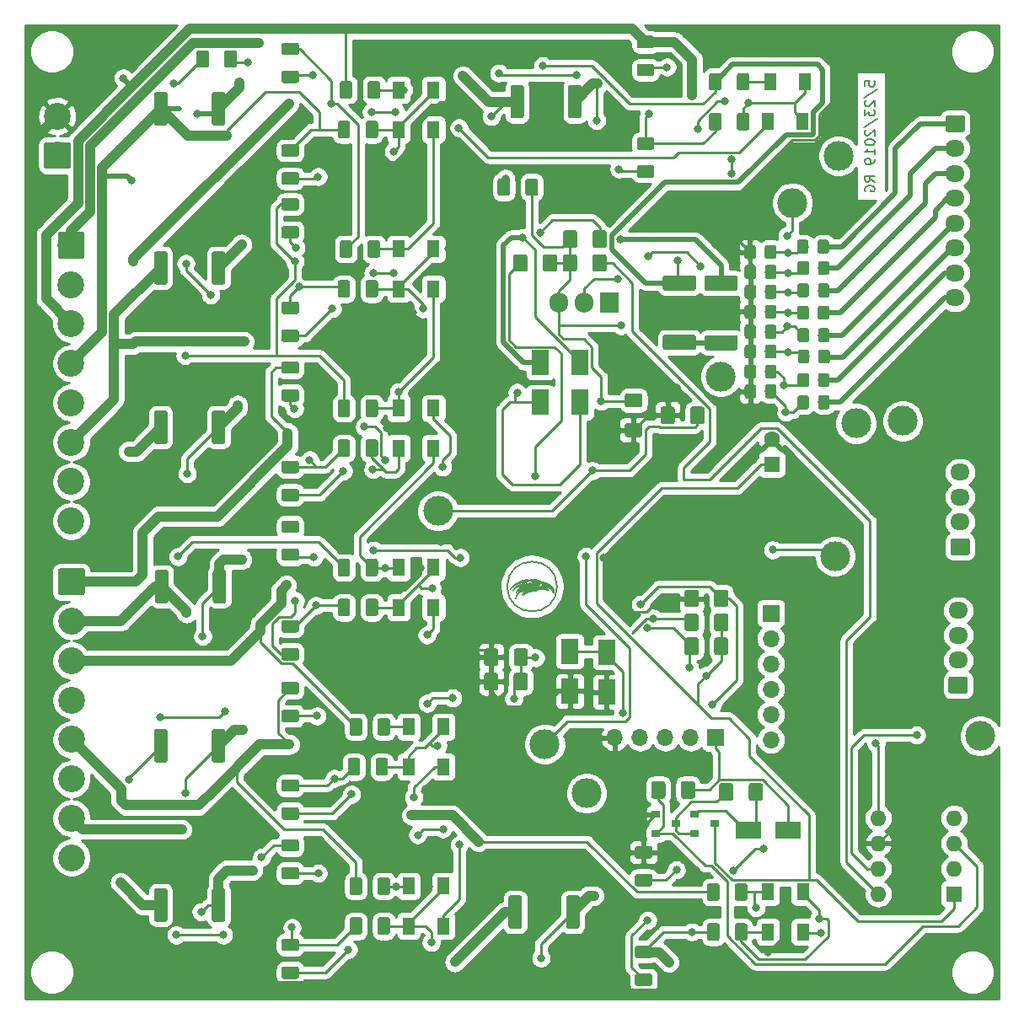
<source format=gbr>
G04 #@! TF.GenerationSoftware,KiCad,Pcbnew,(5.1.0)-1*
G04 #@! TF.CreationDate,2019-06-04T19:04:58+05:30*
G04 #@! TF.ProjectId,BQ76pl455a,42513736-706c-4343-9535-612e6b696361,rev?*
G04 #@! TF.SameCoordinates,Original*
G04 #@! TF.FileFunction,Copper,L2,Bot*
G04 #@! TF.FilePolarity,Positive*
%FSLAX46Y46*%
G04 Gerber Fmt 4.6, Leading zero omitted, Abs format (unit mm)*
G04 Created by KiCad (PCBNEW (5.1.0)-1) date 2019-06-04 19:04:58*
%MOMM*%
%LPD*%
G04 APERTURE LIST*
%ADD10C,0.200000*%
%ADD11C,0.010000*%
%ADD12C,0.100000*%
%ADD13C,1.425000*%
%ADD14C,1.150000*%
%ADD15C,1.525000*%
%ADD16O,1.905000X2.000000*%
%ADD17R,1.905000X2.000000*%
%ADD18R,1.800000X2.500000*%
%ADD19R,1.300000X1.700000*%
%ADD20C,1.250000*%
%ADD21C,2.700000*%
%ADD22C,1.350000*%
%ADD23R,1.700000X1.700000*%
%ADD24O,1.700000X1.700000*%
%ADD25C,1.700000*%
%ADD26O,1.950000X1.700000*%
%ADD27R,1.600000X1.600000*%
%ADD28C,1.600000*%
%ADD29C,3.000000*%
%ADD30R,2.500000X1.800000*%
%ADD31R,0.900000X0.800000*%
%ADD32O,1.600000X1.600000*%
%ADD33C,0.800000*%
%ADD34C,0.250000*%
%ADD35C,1.000000*%
%ADD36C,0.500000*%
%ADD37C,0.254000*%
G04 APERTURE END LIST*
D10*
X157242380Y-44932380D02*
X157242380Y-44456190D01*
X157718571Y-44408571D01*
X157670952Y-44456190D01*
X157623333Y-44551428D01*
X157623333Y-44789523D01*
X157670952Y-44884761D01*
X157718571Y-44932380D01*
X157813809Y-44980000D01*
X158051904Y-44980000D01*
X158147142Y-44932380D01*
X158194761Y-44884761D01*
X158242380Y-44789523D01*
X158242380Y-44551428D01*
X158194761Y-44456190D01*
X158147142Y-44408571D01*
X157194761Y-46122857D02*
X158480476Y-45265714D01*
X157337619Y-46408571D02*
X157290000Y-46456190D01*
X157242380Y-46551428D01*
X157242380Y-46789523D01*
X157290000Y-46884761D01*
X157337619Y-46932380D01*
X157432857Y-46980000D01*
X157528095Y-46980000D01*
X157670952Y-46932380D01*
X158242380Y-46360952D01*
X158242380Y-46980000D01*
X157242380Y-47313333D02*
X157242380Y-47932380D01*
X157623333Y-47599047D01*
X157623333Y-47741904D01*
X157670952Y-47837142D01*
X157718571Y-47884761D01*
X157813809Y-47932380D01*
X158051904Y-47932380D01*
X158147142Y-47884761D01*
X158194761Y-47837142D01*
X158242380Y-47741904D01*
X158242380Y-47456190D01*
X158194761Y-47360952D01*
X158147142Y-47313333D01*
X157194761Y-49075238D02*
X158480476Y-48218095D01*
X157337619Y-49360952D02*
X157290000Y-49408571D01*
X157242380Y-49503809D01*
X157242380Y-49741904D01*
X157290000Y-49837142D01*
X157337619Y-49884761D01*
X157432857Y-49932380D01*
X157528095Y-49932380D01*
X157670952Y-49884761D01*
X158242380Y-49313333D01*
X158242380Y-49932380D01*
X157242380Y-50551428D02*
X157242380Y-50646666D01*
X157290000Y-50741904D01*
X157337619Y-50789523D01*
X157432857Y-50837142D01*
X157623333Y-50884761D01*
X157861428Y-50884761D01*
X158051904Y-50837142D01*
X158147142Y-50789523D01*
X158194761Y-50741904D01*
X158242380Y-50646666D01*
X158242380Y-50551428D01*
X158194761Y-50456190D01*
X158147142Y-50408571D01*
X158051904Y-50360952D01*
X157861428Y-50313333D01*
X157623333Y-50313333D01*
X157432857Y-50360952D01*
X157337619Y-50408571D01*
X157290000Y-50456190D01*
X157242380Y-50551428D01*
X158242380Y-51837142D02*
X158242380Y-51265714D01*
X158242380Y-51551428D02*
X157242380Y-51551428D01*
X157385238Y-51456190D01*
X157480476Y-51360952D01*
X157528095Y-51265714D01*
X158242380Y-52313333D02*
X158242380Y-52503809D01*
X158194761Y-52599047D01*
X158147142Y-52646666D01*
X158004285Y-52741904D01*
X157813809Y-52789523D01*
X157432857Y-52789523D01*
X157337619Y-52741904D01*
X157290000Y-52694285D01*
X157242380Y-52599047D01*
X157242380Y-52408571D01*
X157290000Y-52313333D01*
X157337619Y-52265714D01*
X157432857Y-52218095D01*
X157670952Y-52218095D01*
X157766190Y-52265714D01*
X157813809Y-52313333D01*
X157861428Y-52408571D01*
X157861428Y-52599047D01*
X157813809Y-52694285D01*
X157766190Y-52741904D01*
X157670952Y-52789523D01*
X158242380Y-54551428D02*
X157766190Y-54218095D01*
X158242380Y-53980000D02*
X157242380Y-53980000D01*
X157242380Y-54360952D01*
X157290000Y-54456190D01*
X157337619Y-54503809D01*
X157432857Y-54551428D01*
X157575714Y-54551428D01*
X157670952Y-54503809D01*
X157718571Y-54456190D01*
X157766190Y-54360952D01*
X157766190Y-53980000D01*
X157290000Y-55503809D02*
X157242380Y-55408571D01*
X157242380Y-55265714D01*
X157290000Y-55122857D01*
X157385238Y-55027619D01*
X157480476Y-54980000D01*
X157670952Y-54932380D01*
X157813809Y-54932380D01*
X158004285Y-54980000D01*
X158099523Y-55027619D01*
X158194761Y-55122857D01*
X158242380Y-55265714D01*
X158242380Y-55360952D01*
X158194761Y-55503809D01*
X158147142Y-55551428D01*
X157813809Y-55551428D01*
X157813809Y-55360952D01*
X126320000Y-95220000D02*
G75*
G03X126320000Y-95220000I-2500000J0D01*
G01*
D11*
G36*
X123112072Y-95251391D02*
G01*
X123088076Y-95255138D01*
X123063399Y-95258926D01*
X123061975Y-95259142D01*
X123038132Y-95263699D01*
X123006414Y-95271056D01*
X122971045Y-95280149D01*
X122936246Y-95289914D01*
X122918294Y-95295370D01*
X122884524Y-95308217D01*
X122844092Y-95327084D01*
X122800337Y-95350163D01*
X122756598Y-95375644D01*
X122716213Y-95401720D01*
X122697803Y-95414798D01*
X122623026Y-95476381D01*
X122549249Y-95549625D01*
X122477370Y-95633489D01*
X122408283Y-95726935D01*
X122347961Y-95820475D01*
X122332574Y-95846501D01*
X122319474Y-95869691D01*
X122310221Y-95887220D01*
X122306602Y-95895379D01*
X122300903Y-95906093D01*
X122296373Y-95908950D01*
X122290602Y-95913778D01*
X122290450Y-95915177D01*
X122287909Y-95923305D01*
X122281080Y-95940050D01*
X122271153Y-95962571D01*
X122264479Y-95977090D01*
X122250325Y-96007504D01*
X122239404Y-96031202D01*
X122229546Y-96052962D01*
X122218582Y-96077563D01*
X122208251Y-96100926D01*
X122195623Y-96131869D01*
X122182414Y-96168297D01*
X122169201Y-96208138D01*
X122156563Y-96249325D01*
X122145074Y-96289789D01*
X122135314Y-96327460D01*
X122127858Y-96360270D01*
X122123283Y-96386150D01*
X122122167Y-96403031D01*
X122122892Y-96407002D01*
X122129439Y-96416099D01*
X122137274Y-96412588D01*
X122146419Y-96396458D01*
X122147490Y-96393949D01*
X122153652Y-96378153D01*
X122156935Y-96367695D01*
X122157100Y-96366469D01*
X122159508Y-96359059D01*
X122166003Y-96342612D01*
X122175498Y-96319690D01*
X122186904Y-96292852D01*
X122199133Y-96264660D01*
X122211095Y-96237675D01*
X122221701Y-96214456D01*
X122222032Y-96213750D01*
X122230446Y-96196821D01*
X122242157Y-96174602D01*
X122255630Y-96149842D01*
X122269329Y-96125294D01*
X122281719Y-96103706D01*
X122291266Y-96087830D01*
X122296434Y-96080416D01*
X122296452Y-96080400D01*
X122302389Y-96072779D01*
X122306325Y-96066633D01*
X122336787Y-96021398D01*
X122375060Y-95973187D01*
X122418494Y-95924771D01*
X122464437Y-95878927D01*
X122510238Y-95838428D01*
X122553246Y-95806048D01*
X122558976Y-95802267D01*
X122608104Y-95772526D01*
X122654926Y-95748980D01*
X122703382Y-95730049D01*
X122757407Y-95714155D01*
X122807975Y-95702417D01*
X122818752Y-95694311D01*
X122832223Y-95674188D01*
X122842900Y-95653599D01*
X122886938Y-95570958D01*
X122937123Y-95493988D01*
X122995451Y-95419941D01*
X123063918Y-95346070D01*
X123072653Y-95337342D01*
X123103133Y-95306505D01*
X123124454Y-95283250D01*
X123136987Y-95266764D01*
X123141106Y-95256238D01*
X123137182Y-95250858D01*
X123125588Y-95249815D01*
X123112072Y-95251391D01*
X123112072Y-95251391D01*
G37*
X123112072Y-95251391D02*
X123088076Y-95255138D01*
X123063399Y-95258926D01*
X123061975Y-95259142D01*
X123038132Y-95263699D01*
X123006414Y-95271056D01*
X122971045Y-95280149D01*
X122936246Y-95289914D01*
X122918294Y-95295370D01*
X122884524Y-95308217D01*
X122844092Y-95327084D01*
X122800337Y-95350163D01*
X122756598Y-95375644D01*
X122716213Y-95401720D01*
X122697803Y-95414798D01*
X122623026Y-95476381D01*
X122549249Y-95549625D01*
X122477370Y-95633489D01*
X122408283Y-95726935D01*
X122347961Y-95820475D01*
X122332574Y-95846501D01*
X122319474Y-95869691D01*
X122310221Y-95887220D01*
X122306602Y-95895379D01*
X122300903Y-95906093D01*
X122296373Y-95908950D01*
X122290602Y-95913778D01*
X122290450Y-95915177D01*
X122287909Y-95923305D01*
X122281080Y-95940050D01*
X122271153Y-95962571D01*
X122264479Y-95977090D01*
X122250325Y-96007504D01*
X122239404Y-96031202D01*
X122229546Y-96052962D01*
X122218582Y-96077563D01*
X122208251Y-96100926D01*
X122195623Y-96131869D01*
X122182414Y-96168297D01*
X122169201Y-96208138D01*
X122156563Y-96249325D01*
X122145074Y-96289789D01*
X122135314Y-96327460D01*
X122127858Y-96360270D01*
X122123283Y-96386150D01*
X122122167Y-96403031D01*
X122122892Y-96407002D01*
X122129439Y-96416099D01*
X122137274Y-96412588D01*
X122146419Y-96396458D01*
X122147490Y-96393949D01*
X122153652Y-96378153D01*
X122156935Y-96367695D01*
X122157100Y-96366469D01*
X122159508Y-96359059D01*
X122166003Y-96342612D01*
X122175498Y-96319690D01*
X122186904Y-96292852D01*
X122199133Y-96264660D01*
X122211095Y-96237675D01*
X122221701Y-96214456D01*
X122222032Y-96213750D01*
X122230446Y-96196821D01*
X122242157Y-96174602D01*
X122255630Y-96149842D01*
X122269329Y-96125294D01*
X122281719Y-96103706D01*
X122291266Y-96087830D01*
X122296434Y-96080416D01*
X122296452Y-96080400D01*
X122302389Y-96072779D01*
X122306325Y-96066633D01*
X122336787Y-96021398D01*
X122375060Y-95973187D01*
X122418494Y-95924771D01*
X122464437Y-95878927D01*
X122510238Y-95838428D01*
X122553246Y-95806048D01*
X122558976Y-95802267D01*
X122608104Y-95772526D01*
X122654926Y-95748980D01*
X122703382Y-95730049D01*
X122757407Y-95714155D01*
X122807975Y-95702417D01*
X122818752Y-95694311D01*
X122832223Y-95674188D01*
X122842900Y-95653599D01*
X122886938Y-95570958D01*
X122937123Y-95493988D01*
X122995451Y-95419941D01*
X123063918Y-95346070D01*
X123072653Y-95337342D01*
X123103133Y-95306505D01*
X123124454Y-95283250D01*
X123136987Y-95266764D01*
X123141106Y-95256238D01*
X123137182Y-95250858D01*
X123125588Y-95249815D01*
X123112072Y-95251391D01*
G36*
X123603137Y-94844366D02*
G01*
X123575945Y-94847354D01*
X123546123Y-94850588D01*
X123535050Y-94851776D01*
X123513767Y-94854757D01*
X123483224Y-94859949D01*
X123446544Y-94866729D01*
X123406847Y-94874475D01*
X123367254Y-94882565D01*
X123330887Y-94890375D01*
X123300866Y-94897283D01*
X123281050Y-94902448D01*
X123258418Y-94909071D01*
X123231103Y-94917035D01*
X123214375Y-94921898D01*
X123151655Y-94942327D01*
X123082159Y-94968795D01*
X123009301Y-94999759D01*
X122936493Y-95033674D01*
X122867148Y-95068997D01*
X122804679Y-95104185D01*
X122785750Y-95115757D01*
X122699136Y-95173866D01*
X122614791Y-95237946D01*
X122534619Y-95306256D01*
X122460523Y-95377053D01*
X122394406Y-95448595D01*
X122338171Y-95519140D01*
X122325147Y-95537475D01*
X122310577Y-95557963D01*
X122298399Y-95574007D01*
X122290604Y-95583019D01*
X122289263Y-95584041D01*
X122284165Y-95591295D01*
X122284100Y-95592284D01*
X122280892Y-95600414D01*
X122272493Y-95615749D01*
X122261135Y-95634310D01*
X122245864Y-95659720D01*
X122229606Y-95689324D01*
X122213579Y-95720583D01*
X122199002Y-95750960D01*
X122187093Y-95777917D01*
X122179070Y-95798915D01*
X122176150Y-95811371D01*
X122178932Y-95823811D01*
X122187060Y-95825055D01*
X122200210Y-95815271D01*
X122218055Y-95794628D01*
X122224004Y-95786712D01*
X122239818Y-95765139D01*
X122260280Y-95737212D01*
X122282538Y-95706827D01*
X122300327Y-95682537D01*
X122317470Y-95660036D01*
X122338658Y-95633617D01*
X122362446Y-95604930D01*
X122387388Y-95575627D01*
X122412035Y-95547362D01*
X122434943Y-95521784D01*
X122454665Y-95500547D01*
X122469754Y-95485301D01*
X122478764Y-95477699D01*
X122480177Y-95477150D01*
X122486693Y-95473069D01*
X122499287Y-95462448D01*
X122512906Y-95449798D01*
X122534422Y-95430516D01*
X122559785Y-95409828D01*
X122576200Y-95397505D01*
X122594918Y-95384051D01*
X122609843Y-95373163D01*
X122617475Y-95367408D01*
X122641634Y-95350111D01*
X122674907Y-95329546D01*
X122714605Y-95307131D01*
X122758039Y-95284285D01*
X122802519Y-95262426D01*
X122845355Y-95242973D01*
X122881000Y-95228420D01*
X122967781Y-95199836D01*
X123055249Y-95179308D01*
X123140235Y-95167466D01*
X123201675Y-95164663D01*
X123236820Y-95160994D01*
X123266178Y-95148711D01*
X123293750Y-95126432D01*
X123316026Y-95106787D01*
X123347146Y-95082589D01*
X123384841Y-95055435D01*
X123426843Y-95026922D01*
X123470884Y-94998646D01*
X123503300Y-94978905D01*
X123532091Y-94961694D01*
X123558351Y-94945787D01*
X123579392Y-94932825D01*
X123592530Y-94924448D01*
X123593531Y-94923772D01*
X123607189Y-94915610D01*
X123616639Y-94912008D01*
X123616890Y-94912000D01*
X123626398Y-94908124D01*
X123631703Y-94904062D01*
X123644560Y-94894268D01*
X123652794Y-94889134D01*
X123663048Y-94877788D01*
X123667213Y-94865543D01*
X123664936Y-94852580D01*
X123653664Y-94845005D01*
X123632401Y-94842491D01*
X123603137Y-94844366D01*
X123603137Y-94844366D01*
G37*
X123603137Y-94844366D02*
X123575945Y-94847354D01*
X123546123Y-94850588D01*
X123535050Y-94851776D01*
X123513767Y-94854757D01*
X123483224Y-94859949D01*
X123446544Y-94866729D01*
X123406847Y-94874475D01*
X123367254Y-94882565D01*
X123330887Y-94890375D01*
X123300866Y-94897283D01*
X123281050Y-94902448D01*
X123258418Y-94909071D01*
X123231103Y-94917035D01*
X123214375Y-94921898D01*
X123151655Y-94942327D01*
X123082159Y-94968795D01*
X123009301Y-94999759D01*
X122936493Y-95033674D01*
X122867148Y-95068997D01*
X122804679Y-95104185D01*
X122785750Y-95115757D01*
X122699136Y-95173866D01*
X122614791Y-95237946D01*
X122534619Y-95306256D01*
X122460523Y-95377053D01*
X122394406Y-95448595D01*
X122338171Y-95519140D01*
X122325147Y-95537475D01*
X122310577Y-95557963D01*
X122298399Y-95574007D01*
X122290604Y-95583019D01*
X122289263Y-95584041D01*
X122284165Y-95591295D01*
X122284100Y-95592284D01*
X122280892Y-95600414D01*
X122272493Y-95615749D01*
X122261135Y-95634310D01*
X122245864Y-95659720D01*
X122229606Y-95689324D01*
X122213579Y-95720583D01*
X122199002Y-95750960D01*
X122187093Y-95777917D01*
X122179070Y-95798915D01*
X122176150Y-95811371D01*
X122178932Y-95823811D01*
X122187060Y-95825055D01*
X122200210Y-95815271D01*
X122218055Y-95794628D01*
X122224004Y-95786712D01*
X122239818Y-95765139D01*
X122260280Y-95737212D01*
X122282538Y-95706827D01*
X122300327Y-95682537D01*
X122317470Y-95660036D01*
X122338658Y-95633617D01*
X122362446Y-95604930D01*
X122387388Y-95575627D01*
X122412035Y-95547362D01*
X122434943Y-95521784D01*
X122454665Y-95500547D01*
X122469754Y-95485301D01*
X122478764Y-95477699D01*
X122480177Y-95477150D01*
X122486693Y-95473069D01*
X122499287Y-95462448D01*
X122512906Y-95449798D01*
X122534422Y-95430516D01*
X122559785Y-95409828D01*
X122576200Y-95397505D01*
X122594918Y-95384051D01*
X122609843Y-95373163D01*
X122617475Y-95367408D01*
X122641634Y-95350111D01*
X122674907Y-95329546D01*
X122714605Y-95307131D01*
X122758039Y-95284285D01*
X122802519Y-95262426D01*
X122845355Y-95242973D01*
X122881000Y-95228420D01*
X122967781Y-95199836D01*
X123055249Y-95179308D01*
X123140235Y-95167466D01*
X123201675Y-95164663D01*
X123236820Y-95160994D01*
X123266178Y-95148711D01*
X123293750Y-95126432D01*
X123316026Y-95106787D01*
X123347146Y-95082589D01*
X123384841Y-95055435D01*
X123426843Y-95026922D01*
X123470884Y-94998646D01*
X123503300Y-94978905D01*
X123532091Y-94961694D01*
X123558351Y-94945787D01*
X123579392Y-94932825D01*
X123592530Y-94924448D01*
X123593531Y-94923772D01*
X123607189Y-94915610D01*
X123616639Y-94912008D01*
X123616890Y-94912000D01*
X123626398Y-94908124D01*
X123631703Y-94904062D01*
X123644560Y-94894268D01*
X123652794Y-94889134D01*
X123663048Y-94877788D01*
X123667213Y-94865543D01*
X123664936Y-94852580D01*
X123653664Y-94845005D01*
X123632401Y-94842491D01*
X123603137Y-94844366D01*
G36*
X122875414Y-94921069D02*
G01*
X122835183Y-94923971D01*
X122833714Y-94924096D01*
X122781758Y-94928886D01*
X122739107Y-94933792D01*
X122702373Y-94939440D01*
X122668171Y-94946456D01*
X122633115Y-94955467D01*
X122593819Y-94967100D01*
X122582903Y-94970502D01*
X122498156Y-95001890D01*
X122412326Y-95042631D01*
X122329656Y-95090551D01*
X122272381Y-95129816D01*
X122252764Y-95144803D01*
X122228194Y-95164296D01*
X122200772Y-95186544D01*
X122172600Y-95209799D01*
X122145778Y-95232310D01*
X122122407Y-95252327D01*
X122104589Y-95268101D01*
X122094423Y-95277883D01*
X122093953Y-95278411D01*
X122086357Y-95287055D01*
X122072155Y-95303087D01*
X122053199Y-95324422D01*
X122031341Y-95348974D01*
X122025068Y-95356012D01*
X121999057Y-95385906D01*
X121972133Y-95418065D01*
X121947477Y-95448623D01*
X121928290Y-95473683D01*
X121907288Y-95502352D01*
X121882820Y-95535744D01*
X121858929Y-95568340D01*
X121849538Y-95581151D01*
X121826885Y-95613806D01*
X121813213Y-95637792D01*
X121808433Y-95653327D01*
X121812455Y-95660633D01*
X121816622Y-95661300D01*
X121826586Y-95656920D01*
X121837808Y-95647012D01*
X121849906Y-95632103D01*
X121863273Y-95613769D01*
X121865500Y-95610500D01*
X121894454Y-95571654D01*
X121931102Y-95528961D01*
X121972465Y-95485454D01*
X122015562Y-95444165D01*
X122057414Y-95408129D01*
X122084428Y-95387615D01*
X122119720Y-95362782D01*
X122147413Y-95343696D01*
X122170188Y-95328644D01*
X122190728Y-95315916D01*
X122211713Y-95303801D01*
X122235826Y-95290587D01*
X122240003Y-95288337D01*
X122267526Y-95274464D01*
X122300791Y-95259109D01*
X122336922Y-95243452D01*
X122373045Y-95228670D01*
X122406282Y-95215942D01*
X122433758Y-95206444D01*
X122452167Y-95201437D01*
X122514159Y-95188500D01*
X122567062Y-95174782D01*
X122614475Y-95159011D01*
X122660000Y-95139915D01*
X122707238Y-95116221D01*
X122732128Y-95102531D01*
X122754644Y-95089889D01*
X122775342Y-95078313D01*
X122788211Y-95071158D01*
X122798238Y-95065570D01*
X122807503Y-95060201D01*
X122818316Y-95053616D01*
X122832991Y-95044383D01*
X122853840Y-95031068D01*
X122881398Y-95013378D01*
X122907371Y-94997011D01*
X122932163Y-94981938D01*
X122952032Y-94970412D01*
X122959186Y-94966562D01*
X122977500Y-94954520D01*
X122983199Y-94943652D01*
X122976334Y-94934176D01*
X122956955Y-94926311D01*
X122949601Y-94924496D01*
X122929803Y-94921322D01*
X122906013Y-94920183D01*
X122875414Y-94921069D01*
X122875414Y-94921069D01*
G37*
X122875414Y-94921069D02*
X122835183Y-94923971D01*
X122833714Y-94924096D01*
X122781758Y-94928886D01*
X122739107Y-94933792D01*
X122702373Y-94939440D01*
X122668171Y-94946456D01*
X122633115Y-94955467D01*
X122593819Y-94967100D01*
X122582903Y-94970502D01*
X122498156Y-95001890D01*
X122412326Y-95042631D01*
X122329656Y-95090551D01*
X122272381Y-95129816D01*
X122252764Y-95144803D01*
X122228194Y-95164296D01*
X122200772Y-95186544D01*
X122172600Y-95209799D01*
X122145778Y-95232310D01*
X122122407Y-95252327D01*
X122104589Y-95268101D01*
X122094423Y-95277883D01*
X122093953Y-95278411D01*
X122086357Y-95287055D01*
X122072155Y-95303087D01*
X122053199Y-95324422D01*
X122031341Y-95348974D01*
X122025068Y-95356012D01*
X121999057Y-95385906D01*
X121972133Y-95418065D01*
X121947477Y-95448623D01*
X121928290Y-95473683D01*
X121907288Y-95502352D01*
X121882820Y-95535744D01*
X121858929Y-95568340D01*
X121849538Y-95581151D01*
X121826885Y-95613806D01*
X121813213Y-95637792D01*
X121808433Y-95653327D01*
X121812455Y-95660633D01*
X121816622Y-95661300D01*
X121826586Y-95656920D01*
X121837808Y-95647012D01*
X121849906Y-95632103D01*
X121863273Y-95613769D01*
X121865500Y-95610500D01*
X121894454Y-95571654D01*
X121931102Y-95528961D01*
X121972465Y-95485454D01*
X122015562Y-95444165D01*
X122057414Y-95408129D01*
X122084428Y-95387615D01*
X122119720Y-95362782D01*
X122147413Y-95343696D01*
X122170188Y-95328644D01*
X122190728Y-95315916D01*
X122211713Y-95303801D01*
X122235826Y-95290587D01*
X122240003Y-95288337D01*
X122267526Y-95274464D01*
X122300791Y-95259109D01*
X122336922Y-95243452D01*
X122373045Y-95228670D01*
X122406282Y-95215942D01*
X122433758Y-95206444D01*
X122452167Y-95201437D01*
X122514159Y-95188500D01*
X122567062Y-95174782D01*
X122614475Y-95159011D01*
X122660000Y-95139915D01*
X122707238Y-95116221D01*
X122732128Y-95102531D01*
X122754644Y-95089889D01*
X122775342Y-95078313D01*
X122788211Y-95071158D01*
X122798238Y-95065570D01*
X122807503Y-95060201D01*
X122818316Y-95053616D01*
X122832991Y-95044383D01*
X122853840Y-95031068D01*
X122881398Y-95013378D01*
X122907371Y-94997011D01*
X122932163Y-94981938D01*
X122952032Y-94970412D01*
X122959186Y-94966562D01*
X122977500Y-94954520D01*
X122983199Y-94943652D01*
X122976334Y-94934176D01*
X122956955Y-94926311D01*
X122949601Y-94924496D01*
X122929803Y-94921322D01*
X122906013Y-94920183D01*
X122875414Y-94921069D01*
G36*
X123306570Y-94488096D02*
G01*
X123292163Y-94488541D01*
X123256820Y-94489862D01*
X123224626Y-94491395D01*
X123198359Y-94492981D01*
X123180792Y-94494467D01*
X123176541Y-94495047D01*
X123154921Y-94498560D01*
X123126665Y-94502677D01*
X123097751Y-94506554D01*
X123078901Y-94508833D01*
X123065801Y-94511118D01*
X123043819Y-94515787D01*
X123016376Y-94522089D01*
X122995300Y-94527182D01*
X122955633Y-94536987D01*
X122926304Y-94544301D01*
X122905320Y-94549663D01*
X122890685Y-94553610D01*
X122880406Y-94556680D01*
X122872487Y-94559409D01*
X122865125Y-94562259D01*
X122852361Y-94566790D01*
X122832298Y-94573346D01*
X122814325Y-94578954D01*
X122750228Y-94600452D01*
X122679149Y-94627684D01*
X122604586Y-94659205D01*
X122530035Y-94693569D01*
X122493650Y-94711470D01*
X122423709Y-94747330D01*
X122363217Y-94779901D01*
X122309831Y-94810608D01*
X122261208Y-94840873D01*
X122215002Y-94872119D01*
X122168870Y-94905770D01*
X122150283Y-94919937D01*
X122133526Y-94932453D01*
X122121001Y-94941078D01*
X122115971Y-94943750D01*
X122109720Y-94947475D01*
X122095613Y-94957598D01*
X122075678Y-94972543D01*
X122051943Y-94990731D01*
X122026435Y-95010585D01*
X122001182Y-95030526D01*
X121978211Y-95048978D01*
X121959550Y-95064363D01*
X121947550Y-95074801D01*
X121929074Y-95091744D01*
X121910561Y-95108524D01*
X121906275Y-95112369D01*
X121867679Y-95148074D01*
X121823350Y-95191096D01*
X121775686Y-95238994D01*
X121727082Y-95289326D01*
X121679933Y-95339652D01*
X121639547Y-95384243D01*
X121625222Y-95401151D01*
X121608087Y-95422467D01*
X121591087Y-95444410D01*
X121577167Y-95463197D01*
X121570624Y-95472774D01*
X121561788Y-95488625D01*
X121561042Y-95495046D01*
X121568143Y-95492186D01*
X121582846Y-95480195D01*
X121604905Y-95459225D01*
X121623700Y-95440203D01*
X121645783Y-95417996D01*
X121672343Y-95392154D01*
X121701840Y-95364087D01*
X121732732Y-95335203D01*
X121763479Y-95306910D01*
X121792540Y-95280616D01*
X121818374Y-95257730D01*
X121839439Y-95239660D01*
X121854195Y-95227815D01*
X121860582Y-95223707D01*
X121871533Y-95216715D01*
X121874525Y-95213706D01*
X121885645Y-95203303D01*
X121905350Y-95187367D01*
X121931618Y-95167346D01*
X121962427Y-95144688D01*
X121995753Y-95120843D01*
X122029574Y-95097257D01*
X122061867Y-95075380D01*
X122090610Y-95056660D01*
X122112650Y-95043197D01*
X122148496Y-95023089D01*
X122188147Y-95001951D01*
X122228751Y-94981206D01*
X122267459Y-94962273D01*
X122301416Y-94946573D01*
X122327773Y-94935527D01*
X122331725Y-94934057D01*
X122350835Y-94926605D01*
X122365089Y-94920037D01*
X122369508Y-94917300D01*
X122380412Y-94912892D01*
X122388733Y-94912000D01*
X122404627Y-94908425D01*
X122414450Y-94903399D01*
X122430997Y-94895146D01*
X122442850Y-94891525D01*
X122456635Y-94888284D01*
X122478263Y-94882771D01*
X122503340Y-94876110D01*
X122506350Y-94875293D01*
X122588623Y-94857653D01*
X122681477Y-94846640D01*
X122785039Y-94842241D01*
X122803305Y-94842149D01*
X122912750Y-94842150D01*
X122936860Y-94818337D01*
X122954149Y-94801893D01*
X122976348Y-94781626D01*
X122998666Y-94761909D01*
X122998772Y-94761818D01*
X123020580Y-94742898D01*
X123041935Y-94724285D01*
X123058340Y-94709899D01*
X123058800Y-94709493D01*
X123072978Y-94698009D01*
X123094560Y-94681707D01*
X123120402Y-94662841D01*
X123147359Y-94643665D01*
X123172288Y-94626436D01*
X123192046Y-94613407D01*
X123197177Y-94610245D01*
X123208709Y-94603109D01*
X123225954Y-94592176D01*
X123236020Y-94585717D01*
X123255645Y-94574023D01*
X123281606Y-94559815D01*
X123308717Y-94545919D01*
X123312220Y-94544203D01*
X123344291Y-94528255D01*
X123366364Y-94516319D01*
X123380080Y-94507321D01*
X123387078Y-94500188D01*
X123389000Y-94493977D01*
X123386806Y-94490681D01*
X123379121Y-94488538D01*
X123364289Y-94487455D01*
X123340657Y-94487338D01*
X123306570Y-94488096D01*
X123306570Y-94488096D01*
G37*
X123306570Y-94488096D02*
X123292163Y-94488541D01*
X123256820Y-94489862D01*
X123224626Y-94491395D01*
X123198359Y-94492981D01*
X123180792Y-94494467D01*
X123176541Y-94495047D01*
X123154921Y-94498560D01*
X123126665Y-94502677D01*
X123097751Y-94506554D01*
X123078901Y-94508833D01*
X123065801Y-94511118D01*
X123043819Y-94515787D01*
X123016376Y-94522089D01*
X122995300Y-94527182D01*
X122955633Y-94536987D01*
X122926304Y-94544301D01*
X122905320Y-94549663D01*
X122890685Y-94553610D01*
X122880406Y-94556680D01*
X122872487Y-94559409D01*
X122865125Y-94562259D01*
X122852361Y-94566790D01*
X122832298Y-94573346D01*
X122814325Y-94578954D01*
X122750228Y-94600452D01*
X122679149Y-94627684D01*
X122604586Y-94659205D01*
X122530035Y-94693569D01*
X122493650Y-94711470D01*
X122423709Y-94747330D01*
X122363217Y-94779901D01*
X122309831Y-94810608D01*
X122261208Y-94840873D01*
X122215002Y-94872119D01*
X122168870Y-94905770D01*
X122150283Y-94919937D01*
X122133526Y-94932453D01*
X122121001Y-94941078D01*
X122115971Y-94943750D01*
X122109720Y-94947475D01*
X122095613Y-94957598D01*
X122075678Y-94972543D01*
X122051943Y-94990731D01*
X122026435Y-95010585D01*
X122001182Y-95030526D01*
X121978211Y-95048978D01*
X121959550Y-95064363D01*
X121947550Y-95074801D01*
X121929074Y-95091744D01*
X121910561Y-95108524D01*
X121906275Y-95112369D01*
X121867679Y-95148074D01*
X121823350Y-95191096D01*
X121775686Y-95238994D01*
X121727082Y-95289326D01*
X121679933Y-95339652D01*
X121639547Y-95384243D01*
X121625222Y-95401151D01*
X121608087Y-95422467D01*
X121591087Y-95444410D01*
X121577167Y-95463197D01*
X121570624Y-95472774D01*
X121561788Y-95488625D01*
X121561042Y-95495046D01*
X121568143Y-95492186D01*
X121582846Y-95480195D01*
X121604905Y-95459225D01*
X121623700Y-95440203D01*
X121645783Y-95417996D01*
X121672343Y-95392154D01*
X121701840Y-95364087D01*
X121732732Y-95335203D01*
X121763479Y-95306910D01*
X121792540Y-95280616D01*
X121818374Y-95257730D01*
X121839439Y-95239660D01*
X121854195Y-95227815D01*
X121860582Y-95223707D01*
X121871533Y-95216715D01*
X121874525Y-95213706D01*
X121885645Y-95203303D01*
X121905350Y-95187367D01*
X121931618Y-95167346D01*
X121962427Y-95144688D01*
X121995753Y-95120843D01*
X122029574Y-95097257D01*
X122061867Y-95075380D01*
X122090610Y-95056660D01*
X122112650Y-95043197D01*
X122148496Y-95023089D01*
X122188147Y-95001951D01*
X122228751Y-94981206D01*
X122267459Y-94962273D01*
X122301416Y-94946573D01*
X122327773Y-94935527D01*
X122331725Y-94934057D01*
X122350835Y-94926605D01*
X122365089Y-94920037D01*
X122369508Y-94917300D01*
X122380412Y-94912892D01*
X122388733Y-94912000D01*
X122404627Y-94908425D01*
X122414450Y-94903399D01*
X122430997Y-94895146D01*
X122442850Y-94891525D01*
X122456635Y-94888284D01*
X122478263Y-94882771D01*
X122503340Y-94876110D01*
X122506350Y-94875293D01*
X122588623Y-94857653D01*
X122681477Y-94846640D01*
X122785039Y-94842241D01*
X122803305Y-94842149D01*
X122912750Y-94842150D01*
X122936860Y-94818337D01*
X122954149Y-94801893D01*
X122976348Y-94781626D01*
X122998666Y-94761909D01*
X122998772Y-94761818D01*
X123020580Y-94742898D01*
X123041935Y-94724285D01*
X123058340Y-94709899D01*
X123058800Y-94709493D01*
X123072978Y-94698009D01*
X123094560Y-94681707D01*
X123120402Y-94662841D01*
X123147359Y-94643665D01*
X123172288Y-94626436D01*
X123192046Y-94613407D01*
X123197177Y-94610245D01*
X123208709Y-94603109D01*
X123225954Y-94592176D01*
X123236020Y-94585717D01*
X123255645Y-94574023D01*
X123281606Y-94559815D01*
X123308717Y-94545919D01*
X123312220Y-94544203D01*
X123344291Y-94528255D01*
X123366364Y-94516319D01*
X123380080Y-94507321D01*
X123387078Y-94500188D01*
X123389000Y-94493977D01*
X123386806Y-94490681D01*
X123379121Y-94488538D01*
X123364289Y-94487455D01*
X123340657Y-94487338D01*
X123306570Y-94488096D01*
G36*
X123841200Y-94464722D02*
G01*
X123715826Y-94477683D01*
X123589888Y-94503258D01*
X123513702Y-94524789D01*
X123491071Y-94532198D01*
X123473051Y-94538719D01*
X123463258Y-94543034D01*
X123462902Y-94543271D01*
X123453630Y-94547913D01*
X123436837Y-94554778D01*
X123424802Y-94559258D01*
X123389589Y-94573063D01*
X123351540Y-94589882D01*
X123315044Y-94607643D01*
X123284493Y-94624269D01*
X123275128Y-94630003D01*
X123258742Y-94640218D01*
X123247118Y-94646906D01*
X123243827Y-94648368D01*
X123236753Y-94651918D01*
X123222235Y-94660789D01*
X123203233Y-94673021D01*
X123182708Y-94686652D01*
X123163620Y-94699721D01*
X123148930Y-94710268D01*
X123142227Y-94715672D01*
X123132936Y-94723768D01*
X123116698Y-94737151D01*
X123096584Y-94753301D01*
X123090711Y-94757947D01*
X123062992Y-94781023D01*
X123038864Y-94803413D01*
X123019923Y-94823418D01*
X123007764Y-94839341D01*
X123003981Y-94849484D01*
X123004130Y-94850131D01*
X123009252Y-94857470D01*
X123018543Y-94857455D01*
X123033744Y-94849581D01*
X123053110Y-94835962D01*
X123073770Y-94821370D01*
X123093172Y-94809034D01*
X123105193Y-94802560D01*
X123117779Y-94795625D01*
X123123174Y-94789946D01*
X123123177Y-94789852D01*
X123128569Y-94785175D01*
X123143148Y-94776473D01*
X123164527Y-94764938D01*
X123190315Y-94751762D01*
X123218121Y-94738139D01*
X123245556Y-94725260D01*
X123270231Y-94714318D01*
X123289754Y-94706505D01*
X123291452Y-94705899D01*
X123312215Y-94698550D01*
X123329701Y-94692256D01*
X123335902Y-94689967D01*
X123351184Y-94684904D01*
X123376182Y-94677425D01*
X123408313Y-94668282D01*
X123444993Y-94658225D01*
X123447027Y-94657677D01*
X123492130Y-94648308D01*
X123546218Y-94641499D01*
X123605816Y-94637367D01*
X123667447Y-94636032D01*
X123727634Y-94637613D01*
X123782900Y-94642228D01*
X123805802Y-94645418D01*
X123829974Y-94649259D01*
X123850524Y-94652428D01*
X123862948Y-94654230D01*
X123875559Y-94653220D01*
X123895384Y-94648925D01*
X123913748Y-94643630D01*
X123938785Y-94635971D01*
X123970000Y-94626963D01*
X124001260Y-94618369D01*
X124005827Y-94617158D01*
X124031352Y-94610264D01*
X124052819Y-94604160D01*
X124066756Y-94599846D01*
X124069327Y-94598895D01*
X124079457Y-94596585D01*
X124099006Y-94593637D01*
X124124737Y-94590505D01*
X124142352Y-94588672D01*
X124220716Y-94585604D01*
X124295396Y-94591705D01*
X124364446Y-94606681D01*
X124425923Y-94630238D01*
X124429383Y-94631946D01*
X124446570Y-94639914D01*
X124459320Y-94644690D01*
X124462439Y-94645300D01*
X124471205Y-94648617D01*
X124485771Y-94656968D01*
X124492354Y-94661274D01*
X124512863Y-94670967D01*
X124531196Y-94672405D01*
X124544699Y-94666299D01*
X124550721Y-94653357D01*
X124550332Y-94645769D01*
X124543468Y-94637482D01*
X124526256Y-94625941D01*
X124500406Y-94611874D01*
X124467629Y-94596011D01*
X124429635Y-94579083D01*
X124388135Y-94561817D01*
X124344839Y-94544944D01*
X124301457Y-94529192D01*
X124259701Y-94515292D01*
X124221281Y-94503973D01*
X124212202Y-94501582D01*
X124089562Y-94476665D01*
X123965837Y-94464381D01*
X123841200Y-94464722D01*
X123841200Y-94464722D01*
G37*
X123841200Y-94464722D02*
X123715826Y-94477683D01*
X123589888Y-94503258D01*
X123513702Y-94524789D01*
X123491071Y-94532198D01*
X123473051Y-94538719D01*
X123463258Y-94543034D01*
X123462902Y-94543271D01*
X123453630Y-94547913D01*
X123436837Y-94554778D01*
X123424802Y-94559258D01*
X123389589Y-94573063D01*
X123351540Y-94589882D01*
X123315044Y-94607643D01*
X123284493Y-94624269D01*
X123275128Y-94630003D01*
X123258742Y-94640218D01*
X123247118Y-94646906D01*
X123243827Y-94648368D01*
X123236753Y-94651918D01*
X123222235Y-94660789D01*
X123203233Y-94673021D01*
X123182708Y-94686652D01*
X123163620Y-94699721D01*
X123148930Y-94710268D01*
X123142227Y-94715672D01*
X123132936Y-94723768D01*
X123116698Y-94737151D01*
X123096584Y-94753301D01*
X123090711Y-94757947D01*
X123062992Y-94781023D01*
X123038864Y-94803413D01*
X123019923Y-94823418D01*
X123007764Y-94839341D01*
X123003981Y-94849484D01*
X123004130Y-94850131D01*
X123009252Y-94857470D01*
X123018543Y-94857455D01*
X123033744Y-94849581D01*
X123053110Y-94835962D01*
X123073770Y-94821370D01*
X123093172Y-94809034D01*
X123105193Y-94802560D01*
X123117779Y-94795625D01*
X123123174Y-94789946D01*
X123123177Y-94789852D01*
X123128569Y-94785175D01*
X123143148Y-94776473D01*
X123164527Y-94764938D01*
X123190315Y-94751762D01*
X123218121Y-94738139D01*
X123245556Y-94725260D01*
X123270231Y-94714318D01*
X123289754Y-94706505D01*
X123291452Y-94705899D01*
X123312215Y-94698550D01*
X123329701Y-94692256D01*
X123335902Y-94689967D01*
X123351184Y-94684904D01*
X123376182Y-94677425D01*
X123408313Y-94668282D01*
X123444993Y-94658225D01*
X123447027Y-94657677D01*
X123492130Y-94648308D01*
X123546218Y-94641499D01*
X123605816Y-94637367D01*
X123667447Y-94636032D01*
X123727634Y-94637613D01*
X123782900Y-94642228D01*
X123805802Y-94645418D01*
X123829974Y-94649259D01*
X123850524Y-94652428D01*
X123862948Y-94654230D01*
X123875559Y-94653220D01*
X123895384Y-94648925D01*
X123913748Y-94643630D01*
X123938785Y-94635971D01*
X123970000Y-94626963D01*
X124001260Y-94618369D01*
X124005827Y-94617158D01*
X124031352Y-94610264D01*
X124052819Y-94604160D01*
X124066756Y-94599846D01*
X124069327Y-94598895D01*
X124079457Y-94596585D01*
X124099006Y-94593637D01*
X124124737Y-94590505D01*
X124142352Y-94588672D01*
X124220716Y-94585604D01*
X124295396Y-94591705D01*
X124364446Y-94606681D01*
X124425923Y-94630238D01*
X124429383Y-94631946D01*
X124446570Y-94639914D01*
X124459320Y-94644690D01*
X124462439Y-94645300D01*
X124471205Y-94648617D01*
X124485771Y-94656968D01*
X124492354Y-94661274D01*
X124512863Y-94670967D01*
X124531196Y-94672405D01*
X124544699Y-94666299D01*
X124550721Y-94653357D01*
X124550332Y-94645769D01*
X124543468Y-94637482D01*
X124526256Y-94625941D01*
X124500406Y-94611874D01*
X124467629Y-94596011D01*
X124429635Y-94579083D01*
X124388135Y-94561817D01*
X124344839Y-94544944D01*
X124301457Y-94529192D01*
X124259701Y-94515292D01*
X124221281Y-94503973D01*
X124212202Y-94501582D01*
X124089562Y-94476665D01*
X123965837Y-94464381D01*
X123841200Y-94464722D01*
G36*
X124199709Y-94648915D02*
G01*
X124142397Y-94652349D01*
X124085395Y-94657866D01*
X124031875Y-94665278D01*
X123985840Y-94674201D01*
X123963279Y-94679329D01*
X123944298Y-94683478D01*
X123935040Y-94685359D01*
X123921532Y-94688564D01*
X123902136Y-94693959D01*
X123894106Y-94696360D01*
X123875659Y-94701661D01*
X123862017Y-94704970D01*
X123858741Y-94705469D01*
X123849235Y-94708022D01*
X123832884Y-94714075D01*
X123823816Y-94717808D01*
X123785099Y-94734862D01*
X123758418Y-94747955D01*
X123743748Y-94757100D01*
X123741064Y-94762312D01*
X123741486Y-94762638D01*
X123752283Y-94763719D01*
X123754494Y-94762720D01*
X123763525Y-94759118D01*
X123781064Y-94753470D01*
X123803345Y-94746989D01*
X123803735Y-94746881D01*
X123874412Y-94729332D01*
X123941272Y-94717369D01*
X124007310Y-94710843D01*
X124075522Y-94709604D01*
X124148902Y-94713503D01*
X124230446Y-94722390D01*
X124247878Y-94724736D01*
X124266420Y-94728111D01*
X124293435Y-94734012D01*
X124325173Y-94741522D01*
X124357885Y-94749719D01*
X124387821Y-94757687D01*
X124411230Y-94764504D01*
X124414806Y-94765652D01*
X124439538Y-94774606D01*
X124470000Y-94786887D01*
X124503658Y-94801333D01*
X124537981Y-94816779D01*
X124570434Y-94832062D01*
X124598485Y-94846019D01*
X124619602Y-94857486D01*
X124630706Y-94864819D01*
X124646924Y-94874161D01*
X124664154Y-94877756D01*
X124677472Y-94874813D01*
X124679820Y-94872720D01*
X124682519Y-94860804D01*
X124679255Y-94842407D01*
X124671121Y-94821609D01*
X124661991Y-94806193D01*
X124646806Y-94786295D01*
X124631863Y-94769090D01*
X124619607Y-94757212D01*
X124612844Y-94753250D01*
X124604181Y-94748890D01*
X124599066Y-94743856D01*
X124588174Y-94734488D01*
X124572358Y-94724541D01*
X124571301Y-94723979D01*
X124537993Y-94706779D01*
X124514240Y-94695225D01*
X124498586Y-94688631D01*
X124491849Y-94686637D01*
X124479751Y-94683439D01*
X124461339Y-94677820D01*
X124452906Y-94675083D01*
X124428028Y-94668110D01*
X124400530Y-94662164D01*
X124392581Y-94660829D01*
X124369540Y-94657317D01*
X124348439Y-94654051D01*
X124341781Y-94653002D01*
X124302573Y-94649052D01*
X124254158Y-94647753D01*
X124199709Y-94648915D01*
X124199709Y-94648915D01*
G37*
X124199709Y-94648915D02*
X124142397Y-94652349D01*
X124085395Y-94657866D01*
X124031875Y-94665278D01*
X123985840Y-94674201D01*
X123963279Y-94679329D01*
X123944298Y-94683478D01*
X123935040Y-94685359D01*
X123921532Y-94688564D01*
X123902136Y-94693959D01*
X123894106Y-94696360D01*
X123875659Y-94701661D01*
X123862017Y-94704970D01*
X123858741Y-94705469D01*
X123849235Y-94708022D01*
X123832884Y-94714075D01*
X123823816Y-94717808D01*
X123785099Y-94734862D01*
X123758418Y-94747955D01*
X123743748Y-94757100D01*
X123741064Y-94762312D01*
X123741486Y-94762638D01*
X123752283Y-94763719D01*
X123754494Y-94762720D01*
X123763525Y-94759118D01*
X123781064Y-94753470D01*
X123803345Y-94746989D01*
X123803735Y-94746881D01*
X123874412Y-94729332D01*
X123941272Y-94717369D01*
X124007310Y-94710843D01*
X124075522Y-94709604D01*
X124148902Y-94713503D01*
X124230446Y-94722390D01*
X124247878Y-94724736D01*
X124266420Y-94728111D01*
X124293435Y-94734012D01*
X124325173Y-94741522D01*
X124357885Y-94749719D01*
X124387821Y-94757687D01*
X124411230Y-94764504D01*
X124414806Y-94765652D01*
X124439538Y-94774606D01*
X124470000Y-94786887D01*
X124503658Y-94801333D01*
X124537981Y-94816779D01*
X124570434Y-94832062D01*
X124598485Y-94846019D01*
X124619602Y-94857486D01*
X124630706Y-94864819D01*
X124646924Y-94874161D01*
X124664154Y-94877756D01*
X124677472Y-94874813D01*
X124679820Y-94872720D01*
X124682519Y-94860804D01*
X124679255Y-94842407D01*
X124671121Y-94821609D01*
X124661991Y-94806193D01*
X124646806Y-94786295D01*
X124631863Y-94769090D01*
X124619607Y-94757212D01*
X124612844Y-94753250D01*
X124604181Y-94748890D01*
X124599066Y-94743856D01*
X124588174Y-94734488D01*
X124572358Y-94724541D01*
X124571301Y-94723979D01*
X124537993Y-94706779D01*
X124514240Y-94695225D01*
X124498586Y-94688631D01*
X124491849Y-94686637D01*
X124479751Y-94683439D01*
X124461339Y-94677820D01*
X124452906Y-94675083D01*
X124428028Y-94668110D01*
X124400530Y-94662164D01*
X124392581Y-94660829D01*
X124369540Y-94657317D01*
X124348439Y-94654051D01*
X124341781Y-94653002D01*
X124302573Y-94649052D01*
X124254158Y-94647753D01*
X124199709Y-94648915D01*
G36*
X124199114Y-94746593D02*
G01*
X124191318Y-94749099D01*
X124184689Y-94758770D01*
X124177248Y-94775393D01*
X124174887Y-94782035D01*
X124169719Y-94817041D01*
X124175443Y-94854367D01*
X124190966Y-94892144D01*
X124215191Y-94928502D01*
X124247024Y-94961571D01*
X124285368Y-94989479D01*
X124301623Y-94998446D01*
X124320889Y-95004710D01*
X124348159Y-95009378D01*
X124378793Y-95012071D01*
X124408154Y-95012410D01*
X124431604Y-95010015D01*
X124434642Y-95009316D01*
X124468045Y-94996076D01*
X124503384Y-94974361D01*
X124536869Y-94947031D01*
X124564709Y-94916946D01*
X124573605Y-94904488D01*
X124585544Y-94886046D01*
X124554102Y-94858379D01*
X124521168Y-94833990D01*
X124479403Y-94810048D01*
X124432596Y-94788438D01*
X124384535Y-94771045D01*
X124370075Y-94766831D01*
X124340927Y-94760000D01*
X124308411Y-94754192D01*
X124275251Y-94749677D01*
X124244166Y-94746726D01*
X124217880Y-94745608D01*
X124199114Y-94746593D01*
X124199114Y-94746593D01*
G37*
X124199114Y-94746593D02*
X124191318Y-94749099D01*
X124184689Y-94758770D01*
X124177248Y-94775393D01*
X124174887Y-94782035D01*
X124169719Y-94817041D01*
X124175443Y-94854367D01*
X124190966Y-94892144D01*
X124215191Y-94928502D01*
X124247024Y-94961571D01*
X124285368Y-94989479D01*
X124301623Y-94998446D01*
X124320889Y-95004710D01*
X124348159Y-95009378D01*
X124378793Y-95012071D01*
X124408154Y-95012410D01*
X124431604Y-95010015D01*
X124434642Y-95009316D01*
X124468045Y-94996076D01*
X124503384Y-94974361D01*
X124536869Y-94947031D01*
X124564709Y-94916946D01*
X124573605Y-94904488D01*
X124585544Y-94886046D01*
X124554102Y-94858379D01*
X124521168Y-94833990D01*
X124479403Y-94810048D01*
X124432596Y-94788438D01*
X124384535Y-94771045D01*
X124370075Y-94766831D01*
X124340927Y-94760000D01*
X124308411Y-94754192D01*
X124275251Y-94749677D01*
X124244166Y-94746726D01*
X124217880Y-94745608D01*
X124199114Y-94746593D01*
G36*
X124094520Y-94735399D02*
G01*
X124078354Y-94740047D01*
X124058468Y-94746208D01*
X124039013Y-94752583D01*
X124024136Y-94757874D01*
X124020825Y-94759210D01*
X124007074Y-94764505D01*
X123987513Y-94771362D01*
X123979550Y-94774010D01*
X123934200Y-94790656D01*
X123881182Y-94813132D01*
X123823272Y-94840036D01*
X123763244Y-94869970D01*
X123703872Y-94901533D01*
X123647932Y-94933326D01*
X123598199Y-94963949D01*
X123582493Y-94974320D01*
X123566016Y-94985111D01*
X123554220Y-94992227D01*
X123550542Y-94993912D01*
X123543796Y-94997417D01*
X123529218Y-95006818D01*
X123509173Y-95020439D01*
X123486026Y-95036604D01*
X123462143Y-95053639D01*
X123439888Y-95069867D01*
X123421626Y-95083615D01*
X123409723Y-95093206D01*
X123407638Y-95095130D01*
X123396107Y-95105493D01*
X123380359Y-95118400D01*
X123377139Y-95120912D01*
X123341236Y-95149670D01*
X123300905Y-95183748D01*
X123257612Y-95221754D01*
X123212822Y-95262294D01*
X123168001Y-95303975D01*
X123124616Y-95345402D01*
X123084132Y-95385182D01*
X123048015Y-95421923D01*
X123017731Y-95454230D01*
X122994746Y-95480710D01*
X122984208Y-95494427D01*
X122970824Y-95513146D01*
X122959698Y-95528248D01*
X122953863Y-95535702D01*
X122947645Y-95545034D01*
X122937986Y-95561827D01*
X122928542Y-95579461D01*
X122917313Y-95604207D01*
X122914274Y-95619248D01*
X122919381Y-95624550D01*
X122932591Y-95620079D01*
X122953858Y-95605799D01*
X122957827Y-95602742D01*
X122974415Y-95589080D01*
X122997043Y-95569467D01*
X123023776Y-95545681D01*
X123052681Y-95519504D01*
X123081820Y-95492713D01*
X123109261Y-95467090D01*
X123133067Y-95444413D01*
X123151305Y-95426462D01*
X123162038Y-95415017D01*
X123162363Y-95414622D01*
X123173022Y-95403946D01*
X123190944Y-95388491D01*
X123214008Y-95369847D01*
X123240096Y-95349602D01*
X123267087Y-95329346D01*
X123292861Y-95310669D01*
X123315299Y-95295159D01*
X123332279Y-95284407D01*
X123341683Y-95280000D01*
X123341979Y-95279971D01*
X123351092Y-95275427D01*
X123360425Y-95266962D01*
X123370945Y-95257491D01*
X123377728Y-95254262D01*
X123385894Y-95250913D01*
X123400456Y-95242342D01*
X123410861Y-95235462D01*
X123426733Y-95225444D01*
X123438017Y-95219994D01*
X123441263Y-95219741D01*
X123447150Y-95218172D01*
X123452373Y-95213140D01*
X123462372Y-95205022D01*
X123467566Y-95203448D01*
X123476637Y-95200650D01*
X123492989Y-95193393D01*
X123509650Y-95185024D01*
X123531897Y-95174067D01*
X123560870Y-95160847D01*
X123591450Y-95147675D01*
X123601725Y-95143447D01*
X123627889Y-95132796D01*
X123650715Y-95123420D01*
X123666867Y-95116694D01*
X123671575Y-95114677D01*
X123684846Y-95109820D01*
X123707215Y-95102637D01*
X123735510Y-95094060D01*
X123766555Y-95085025D01*
X123797176Y-95076465D01*
X123824200Y-95069316D01*
X123833500Y-95067010D01*
X123875904Y-95056829D01*
X123909541Y-95048904D01*
X123937979Y-95042466D01*
X123964787Y-95036748D01*
X123993530Y-95030979D01*
X124027778Y-95024390D01*
X124055750Y-95019102D01*
X124079517Y-95015855D01*
X124107335Y-95013735D01*
X124120063Y-95013340D01*
X124147667Y-95010993D01*
X124172251Y-95005238D01*
X124190952Y-94997106D01*
X124200907Y-94987629D01*
X124201800Y-94983884D01*
X124199465Y-94971898D01*
X124191715Y-94955863D01*
X124177438Y-94933766D01*
X124162786Y-94913373D01*
X124150588Y-94895448D01*
X124142058Y-94878407D01*
X124136131Y-94858795D01*
X124131740Y-94833157D01*
X124128107Y-94800938D01*
X124124452Y-94779901D01*
X124118397Y-94759316D01*
X124111317Y-94742837D01*
X124104581Y-94734118D01*
X124102818Y-94733562D01*
X124094520Y-94735399D01*
X124094520Y-94735399D01*
G37*
X124094520Y-94735399D02*
X124078354Y-94740047D01*
X124058468Y-94746208D01*
X124039013Y-94752583D01*
X124024136Y-94757874D01*
X124020825Y-94759210D01*
X124007074Y-94764505D01*
X123987513Y-94771362D01*
X123979550Y-94774010D01*
X123934200Y-94790656D01*
X123881182Y-94813132D01*
X123823272Y-94840036D01*
X123763244Y-94869970D01*
X123703872Y-94901533D01*
X123647932Y-94933326D01*
X123598199Y-94963949D01*
X123582493Y-94974320D01*
X123566016Y-94985111D01*
X123554220Y-94992227D01*
X123550542Y-94993912D01*
X123543796Y-94997417D01*
X123529218Y-95006818D01*
X123509173Y-95020439D01*
X123486026Y-95036604D01*
X123462143Y-95053639D01*
X123439888Y-95069867D01*
X123421626Y-95083615D01*
X123409723Y-95093206D01*
X123407638Y-95095130D01*
X123396107Y-95105493D01*
X123380359Y-95118400D01*
X123377139Y-95120912D01*
X123341236Y-95149670D01*
X123300905Y-95183748D01*
X123257612Y-95221754D01*
X123212822Y-95262294D01*
X123168001Y-95303975D01*
X123124616Y-95345402D01*
X123084132Y-95385182D01*
X123048015Y-95421923D01*
X123017731Y-95454230D01*
X122994746Y-95480710D01*
X122984208Y-95494427D01*
X122970824Y-95513146D01*
X122959698Y-95528248D01*
X122953863Y-95535702D01*
X122947645Y-95545034D01*
X122937986Y-95561827D01*
X122928542Y-95579461D01*
X122917313Y-95604207D01*
X122914274Y-95619248D01*
X122919381Y-95624550D01*
X122932591Y-95620079D01*
X122953858Y-95605799D01*
X122957827Y-95602742D01*
X122974415Y-95589080D01*
X122997043Y-95569467D01*
X123023776Y-95545681D01*
X123052681Y-95519504D01*
X123081820Y-95492713D01*
X123109261Y-95467090D01*
X123133067Y-95444413D01*
X123151305Y-95426462D01*
X123162038Y-95415017D01*
X123162363Y-95414622D01*
X123173022Y-95403946D01*
X123190944Y-95388491D01*
X123214008Y-95369847D01*
X123240096Y-95349602D01*
X123267087Y-95329346D01*
X123292861Y-95310669D01*
X123315299Y-95295159D01*
X123332279Y-95284407D01*
X123341683Y-95280000D01*
X123341979Y-95279971D01*
X123351092Y-95275427D01*
X123360425Y-95266962D01*
X123370945Y-95257491D01*
X123377728Y-95254262D01*
X123385894Y-95250913D01*
X123400456Y-95242342D01*
X123410861Y-95235462D01*
X123426733Y-95225444D01*
X123438017Y-95219994D01*
X123441263Y-95219741D01*
X123447150Y-95218172D01*
X123452373Y-95213140D01*
X123462372Y-95205022D01*
X123467566Y-95203448D01*
X123476637Y-95200650D01*
X123492989Y-95193393D01*
X123509650Y-95185024D01*
X123531897Y-95174067D01*
X123560870Y-95160847D01*
X123591450Y-95147675D01*
X123601725Y-95143447D01*
X123627889Y-95132796D01*
X123650715Y-95123420D01*
X123666867Y-95116694D01*
X123671575Y-95114677D01*
X123684846Y-95109820D01*
X123707215Y-95102637D01*
X123735510Y-95094060D01*
X123766555Y-95085025D01*
X123797176Y-95076465D01*
X123824200Y-95069316D01*
X123833500Y-95067010D01*
X123875904Y-95056829D01*
X123909541Y-95048904D01*
X123937979Y-95042466D01*
X123964787Y-95036748D01*
X123993530Y-95030979D01*
X124027778Y-95024390D01*
X124055750Y-95019102D01*
X124079517Y-95015855D01*
X124107335Y-95013735D01*
X124120063Y-95013340D01*
X124147667Y-95010993D01*
X124172251Y-95005238D01*
X124190952Y-94997106D01*
X124200907Y-94987629D01*
X124201800Y-94983884D01*
X124199465Y-94971898D01*
X124191715Y-94955863D01*
X124177438Y-94933766D01*
X124162786Y-94913373D01*
X124150588Y-94895448D01*
X124142058Y-94878407D01*
X124136131Y-94858795D01*
X124131740Y-94833157D01*
X124128107Y-94800938D01*
X124124452Y-94779901D01*
X124118397Y-94759316D01*
X124111317Y-94742837D01*
X124104581Y-94734118D01*
X124102818Y-94733562D01*
X124094520Y-94735399D01*
G36*
X124227276Y-95045338D02*
G01*
X124200810Y-95048680D01*
X124165424Y-95054358D01*
X124122839Y-95062096D01*
X124074823Y-95071608D01*
X124029736Y-95080913D01*
X123994465Y-95088354D01*
X123966381Y-95094585D01*
X123942851Y-95100260D01*
X123921244Y-95106032D01*
X123898930Y-95112554D01*
X123873277Y-95120479D01*
X123855748Y-95126002D01*
X123811320Y-95140159D01*
X123776710Y-95151486D01*
X123749568Y-95160796D01*
X123727545Y-95168903D01*
X123708292Y-95176617D01*
X123703348Y-95178701D01*
X123682852Y-95187389D01*
X123665473Y-95194686D01*
X123658898Y-95197408D01*
X123626364Y-95211128D01*
X123592161Y-95226268D01*
X123560031Y-95241115D01*
X123533717Y-95253955D01*
X123522373Y-95259930D01*
X123481835Y-95282992D01*
X123438651Y-95308646D01*
X123396127Y-95334847D01*
X123357570Y-95359551D01*
X123326285Y-95380715D01*
X123321426Y-95384173D01*
X123281340Y-95413370D01*
X123248646Y-95438199D01*
X123220165Y-95461329D01*
X123192718Y-95485429D01*
X123163126Y-95513169D01*
X123134027Y-95541487D01*
X123098719Y-95576789D01*
X123068004Y-95609009D01*
X123038767Y-95641607D01*
X123007892Y-95678043D01*
X122977500Y-95715275D01*
X122966024Y-95730516D01*
X122950114Y-95753066D01*
X122930892Y-95781197D01*
X122909477Y-95813178D01*
X122886994Y-95847282D01*
X122864563Y-95881779D01*
X122843306Y-95914941D01*
X122824345Y-95945038D01*
X122808801Y-95970342D01*
X122797797Y-95989125D01*
X122792455Y-95999656D01*
X122792123Y-96000968D01*
X122789161Y-96007446D01*
X122781506Y-96021400D01*
X122773808Y-96034703D01*
X122762768Y-96054524D01*
X122754189Y-96071887D01*
X122751155Y-96079433D01*
X122750045Y-96090756D01*
X122755535Y-96093394D01*
X122765704Y-96088080D01*
X122778632Y-96075548D01*
X122786031Y-96066112D01*
X122814626Y-96027403D01*
X122837783Y-95998407D01*
X122852625Y-95982066D01*
X122861686Y-95972345D01*
X122876842Y-95955326D01*
X122895982Y-95933408D01*
X122916995Y-95908986D01*
X122917027Y-95908950D01*
X122953391Y-95868518D01*
X122995869Y-95824769D01*
X123041302Y-95780727D01*
X123086534Y-95739418D01*
X123128405Y-95703865D01*
X123143801Y-95691706D01*
X123176519Y-95666643D01*
X123200625Y-95648394D01*
X123217518Y-95635956D01*
X123228592Y-95628323D01*
X123235244Y-95624491D01*
X123238635Y-95623460D01*
X123246594Y-95619762D01*
X123259957Y-95610890D01*
X123264035Y-95607870D01*
X123280238Y-95597141D01*
X123304193Y-95583254D01*
X123333655Y-95567314D01*
X123366382Y-95550423D01*
X123400128Y-95533686D01*
X123432650Y-95518207D01*
X123461704Y-95505090D01*
X123485046Y-95495438D01*
X123500432Y-95490356D01*
X123503930Y-95489850D01*
X123516457Y-95486431D01*
X123519516Y-95484295D01*
X123528794Y-95479997D01*
X123548051Y-95473883D01*
X123574799Y-95466564D01*
X123606551Y-95458652D01*
X123640821Y-95450760D01*
X123675121Y-95443499D01*
X123706964Y-95437480D01*
X123716048Y-95435946D01*
X123743410Y-95432346D01*
X123779413Y-95428836D01*
X123820000Y-95425750D01*
X123861117Y-95423425D01*
X123874798Y-95422855D01*
X123976398Y-95419078D01*
X124020540Y-95370326D01*
X124063560Y-95323929D01*
X124102259Y-95285219D01*
X124138791Y-95252832D01*
X124175310Y-95225404D01*
X124213973Y-95201572D01*
X124256932Y-95179973D01*
X124306345Y-95159244D01*
X124364365Y-95138021D01*
X124414548Y-95121051D01*
X124461817Y-95105234D01*
X124498244Y-95092510D01*
X124525145Y-95082289D01*
X124543834Y-95073982D01*
X124555624Y-95067000D01*
X124561829Y-95060754D01*
X124563764Y-95054655D01*
X124563773Y-95054144D01*
X124561731Y-95048865D01*
X124554453Y-95046229D01*
X124540211Y-95046265D01*
X124517281Y-95048999D01*
X124483933Y-95054458D01*
X124478048Y-95055492D01*
X124416043Y-95062019D01*
X124350348Y-95061187D01*
X124287537Y-95053118D01*
X124281198Y-95051818D01*
X124261744Y-95047833D01*
X124247291Y-95045181D01*
X124243098Y-95044608D01*
X124227276Y-95045338D01*
X124227276Y-95045338D01*
G37*
X124227276Y-95045338D02*
X124200810Y-95048680D01*
X124165424Y-95054358D01*
X124122839Y-95062096D01*
X124074823Y-95071608D01*
X124029736Y-95080913D01*
X123994465Y-95088354D01*
X123966381Y-95094585D01*
X123942851Y-95100260D01*
X123921244Y-95106032D01*
X123898930Y-95112554D01*
X123873277Y-95120479D01*
X123855748Y-95126002D01*
X123811320Y-95140159D01*
X123776710Y-95151486D01*
X123749568Y-95160796D01*
X123727545Y-95168903D01*
X123708292Y-95176617D01*
X123703348Y-95178701D01*
X123682852Y-95187389D01*
X123665473Y-95194686D01*
X123658898Y-95197408D01*
X123626364Y-95211128D01*
X123592161Y-95226268D01*
X123560031Y-95241115D01*
X123533717Y-95253955D01*
X123522373Y-95259930D01*
X123481835Y-95282992D01*
X123438651Y-95308646D01*
X123396127Y-95334847D01*
X123357570Y-95359551D01*
X123326285Y-95380715D01*
X123321426Y-95384173D01*
X123281340Y-95413370D01*
X123248646Y-95438199D01*
X123220165Y-95461329D01*
X123192718Y-95485429D01*
X123163126Y-95513169D01*
X123134027Y-95541487D01*
X123098719Y-95576789D01*
X123068004Y-95609009D01*
X123038767Y-95641607D01*
X123007892Y-95678043D01*
X122977500Y-95715275D01*
X122966024Y-95730516D01*
X122950114Y-95753066D01*
X122930892Y-95781197D01*
X122909477Y-95813178D01*
X122886994Y-95847282D01*
X122864563Y-95881779D01*
X122843306Y-95914941D01*
X122824345Y-95945038D01*
X122808801Y-95970342D01*
X122797797Y-95989125D01*
X122792455Y-95999656D01*
X122792123Y-96000968D01*
X122789161Y-96007446D01*
X122781506Y-96021400D01*
X122773808Y-96034703D01*
X122762768Y-96054524D01*
X122754189Y-96071887D01*
X122751155Y-96079433D01*
X122750045Y-96090756D01*
X122755535Y-96093394D01*
X122765704Y-96088080D01*
X122778632Y-96075548D01*
X122786031Y-96066112D01*
X122814626Y-96027403D01*
X122837783Y-95998407D01*
X122852625Y-95982066D01*
X122861686Y-95972345D01*
X122876842Y-95955326D01*
X122895982Y-95933408D01*
X122916995Y-95908986D01*
X122917027Y-95908950D01*
X122953391Y-95868518D01*
X122995869Y-95824769D01*
X123041302Y-95780727D01*
X123086534Y-95739418D01*
X123128405Y-95703865D01*
X123143801Y-95691706D01*
X123176519Y-95666643D01*
X123200625Y-95648394D01*
X123217518Y-95635956D01*
X123228592Y-95628323D01*
X123235244Y-95624491D01*
X123238635Y-95623460D01*
X123246594Y-95619762D01*
X123259957Y-95610890D01*
X123264035Y-95607870D01*
X123280238Y-95597141D01*
X123304193Y-95583254D01*
X123333655Y-95567314D01*
X123366382Y-95550423D01*
X123400128Y-95533686D01*
X123432650Y-95518207D01*
X123461704Y-95505090D01*
X123485046Y-95495438D01*
X123500432Y-95490356D01*
X123503930Y-95489850D01*
X123516457Y-95486431D01*
X123519516Y-95484295D01*
X123528794Y-95479997D01*
X123548051Y-95473883D01*
X123574799Y-95466564D01*
X123606551Y-95458652D01*
X123640821Y-95450760D01*
X123675121Y-95443499D01*
X123706964Y-95437480D01*
X123716048Y-95435946D01*
X123743410Y-95432346D01*
X123779413Y-95428836D01*
X123820000Y-95425750D01*
X123861117Y-95423425D01*
X123874798Y-95422855D01*
X123976398Y-95419078D01*
X124020540Y-95370326D01*
X124063560Y-95323929D01*
X124102259Y-95285219D01*
X124138791Y-95252832D01*
X124175310Y-95225404D01*
X124213973Y-95201572D01*
X124256932Y-95179973D01*
X124306345Y-95159244D01*
X124364365Y-95138021D01*
X124414548Y-95121051D01*
X124461817Y-95105234D01*
X124498244Y-95092510D01*
X124525145Y-95082289D01*
X124543834Y-95073982D01*
X124555624Y-95067000D01*
X124561829Y-95060754D01*
X124563764Y-95054655D01*
X124563773Y-95054144D01*
X124561731Y-95048865D01*
X124554453Y-95046229D01*
X124540211Y-95046265D01*
X124517281Y-95048999D01*
X124483933Y-95054458D01*
X124478048Y-95055492D01*
X124416043Y-95062019D01*
X124350348Y-95061187D01*
X124287537Y-95053118D01*
X124281198Y-95051818D01*
X124261744Y-95047833D01*
X124247291Y-95045181D01*
X124243098Y-95044608D01*
X124227276Y-95045338D01*
G36*
X123905187Y-95468025D02*
G01*
X123887383Y-95473110D01*
X123862351Y-95478768D01*
X123835437Y-95483793D01*
X123834827Y-95483893D01*
X123720098Y-95505401D01*
X123615171Y-95530900D01*
X123517574Y-95561126D01*
X123424834Y-95596816D01*
X123364927Y-95623797D01*
X123335833Y-95637798D01*
X123312908Y-95649353D01*
X123292745Y-95660414D01*
X123271937Y-95672932D01*
X123247078Y-95688859D01*
X123218464Y-95707695D01*
X123180416Y-95736311D01*
X123138915Y-95773442D01*
X123096529Y-95816419D01*
X123055821Y-95862573D01*
X123019358Y-95909234D01*
X123004887Y-95929880D01*
X122993700Y-95946884D01*
X122986096Y-95959171D01*
X122983927Y-95963476D01*
X122981059Y-95969740D01*
X122973374Y-95984470D01*
X122962256Y-96005043D01*
X122956005Y-96016406D01*
X122942009Y-96042698D01*
X122934414Y-96059928D01*
X122932761Y-96069725D01*
X122936591Y-96073714D01*
X122939765Y-96074050D01*
X122945732Y-96069686D01*
X122958201Y-96057922D01*
X122975126Y-96040749D01*
X122987919Y-96027228D01*
X123019721Y-95994868D01*
X123053704Y-95963320D01*
X123087518Y-95934543D01*
X123118810Y-95910495D01*
X123145227Y-95893134D01*
X123155377Y-95887801D01*
X123166203Y-95882169D01*
X123183176Y-95872738D01*
X123193477Y-95866839D01*
X123232860Y-95846304D01*
X123281859Y-95824310D01*
X123337631Y-95801856D01*
X123397334Y-95779945D01*
X123458123Y-95759575D01*
X123517157Y-95741748D01*
X123571592Y-95727465D01*
X123615752Y-95718212D01*
X123637489Y-95714295D01*
X123666132Y-95708966D01*
X123696129Y-95703260D01*
X123701477Y-95702228D01*
X123762624Y-95690910D01*
X123814365Y-95682506D01*
X123857052Y-95676836D01*
X123879466Y-95674209D01*
X123908442Y-95670781D01*
X123937933Y-95667268D01*
X123939602Y-95667068D01*
X123964136Y-95664715D01*
X123997680Y-95662305D01*
X124036550Y-95660065D01*
X124077059Y-95658220D01*
X124095177Y-95657567D01*
X124139282Y-95656042D01*
X124172419Y-95654541D01*
X124196316Y-95652760D01*
X124212703Y-95650392D01*
X124223308Y-95647134D01*
X124229859Y-95642681D01*
X124234084Y-95636728D01*
X124236027Y-95632737D01*
X124239996Y-95620157D01*
X124238153Y-95610437D01*
X124229248Y-95603089D01*
X124212032Y-95597625D01*
X124185254Y-95593558D01*
X124147665Y-95590399D01*
X124123942Y-95588982D01*
X124105460Y-95588019D01*
X124091223Y-95586589D01*
X124079411Y-95583403D01*
X124068204Y-95577172D01*
X124055780Y-95566605D01*
X124040319Y-95550415D01*
X124020000Y-95527311D01*
X123993577Y-95496671D01*
X123971860Y-95474776D01*
X123952036Y-95463423D01*
X123930835Y-95461550D01*
X123905187Y-95468025D01*
X123905187Y-95468025D01*
G37*
X123905187Y-95468025D02*
X123887383Y-95473110D01*
X123862351Y-95478768D01*
X123835437Y-95483793D01*
X123834827Y-95483893D01*
X123720098Y-95505401D01*
X123615171Y-95530900D01*
X123517574Y-95561126D01*
X123424834Y-95596816D01*
X123364927Y-95623797D01*
X123335833Y-95637798D01*
X123312908Y-95649353D01*
X123292745Y-95660414D01*
X123271937Y-95672932D01*
X123247078Y-95688859D01*
X123218464Y-95707695D01*
X123180416Y-95736311D01*
X123138915Y-95773442D01*
X123096529Y-95816419D01*
X123055821Y-95862573D01*
X123019358Y-95909234D01*
X123004887Y-95929880D01*
X122993700Y-95946884D01*
X122986096Y-95959171D01*
X122983927Y-95963476D01*
X122981059Y-95969740D01*
X122973374Y-95984470D01*
X122962256Y-96005043D01*
X122956005Y-96016406D01*
X122942009Y-96042698D01*
X122934414Y-96059928D01*
X122932761Y-96069725D01*
X122936591Y-96073714D01*
X122939765Y-96074050D01*
X122945732Y-96069686D01*
X122958201Y-96057922D01*
X122975126Y-96040749D01*
X122987919Y-96027228D01*
X123019721Y-95994868D01*
X123053704Y-95963320D01*
X123087518Y-95934543D01*
X123118810Y-95910495D01*
X123145227Y-95893134D01*
X123155377Y-95887801D01*
X123166203Y-95882169D01*
X123183176Y-95872738D01*
X123193477Y-95866839D01*
X123232860Y-95846304D01*
X123281859Y-95824310D01*
X123337631Y-95801856D01*
X123397334Y-95779945D01*
X123458123Y-95759575D01*
X123517157Y-95741748D01*
X123571592Y-95727465D01*
X123615752Y-95718212D01*
X123637489Y-95714295D01*
X123666132Y-95708966D01*
X123696129Y-95703260D01*
X123701477Y-95702228D01*
X123762624Y-95690910D01*
X123814365Y-95682506D01*
X123857052Y-95676836D01*
X123879466Y-95674209D01*
X123908442Y-95670781D01*
X123937933Y-95667268D01*
X123939602Y-95667068D01*
X123964136Y-95664715D01*
X123997680Y-95662305D01*
X124036550Y-95660065D01*
X124077059Y-95658220D01*
X124095177Y-95657567D01*
X124139282Y-95656042D01*
X124172419Y-95654541D01*
X124196316Y-95652760D01*
X124212703Y-95650392D01*
X124223308Y-95647134D01*
X124229859Y-95642681D01*
X124234084Y-95636728D01*
X124236027Y-95632737D01*
X124239996Y-95620157D01*
X124238153Y-95610437D01*
X124229248Y-95603089D01*
X124212032Y-95597625D01*
X124185254Y-95593558D01*
X124147665Y-95590399D01*
X124123942Y-95588982D01*
X124105460Y-95588019D01*
X124091223Y-95586589D01*
X124079411Y-95583403D01*
X124068204Y-95577172D01*
X124055780Y-95566605D01*
X124040319Y-95550415D01*
X124020000Y-95527311D01*
X123993577Y-95496671D01*
X123971860Y-95474776D01*
X123952036Y-95463423D01*
X123930835Y-95461550D01*
X123905187Y-95468025D01*
G36*
X124628106Y-94678461D02*
G01*
X124623810Y-94682683D01*
X124623098Y-94690773D01*
X124627643Y-94709341D01*
X124640492Y-94735120D01*
X124660700Y-94766620D01*
X124687322Y-94802349D01*
X124715093Y-94835862D01*
X124754930Y-94883710D01*
X124785396Y-94924962D01*
X124807021Y-94960977D01*
X124820334Y-94993114D01*
X124825863Y-95022732D01*
X124824139Y-95051192D01*
X124815691Y-95079851D01*
X124812772Y-95086796D01*
X124795462Y-95114411D01*
X124769579Y-95137199D01*
X124734194Y-95155634D01*
X124688375Y-95170192D01*
X124631193Y-95181348D01*
X124626193Y-95182094D01*
X124605289Y-95185278D01*
X124579065Y-95189435D01*
X124562693Y-95192103D01*
X124535124Y-95196492D01*
X124503052Y-95201363D01*
X124480143Y-95204700D01*
X124393715Y-95219207D01*
X124318872Y-95236740D01*
X124254779Y-95257668D01*
X124200602Y-95282364D01*
X124155505Y-95311200D01*
X124118654Y-95344546D01*
X124093019Y-95376968D01*
X124079933Y-95398239D01*
X124073157Y-95415967D01*
X124070747Y-95436263D01*
X124070569Y-95447530D01*
X124073376Y-95482936D01*
X124082715Y-95509211D01*
X124099963Y-95528832D01*
X124123610Y-95542953D01*
X124138032Y-95549458D01*
X124150030Y-95553499D01*
X124162721Y-95555281D01*
X124179223Y-95555010D01*
X124202657Y-95552890D01*
X124229318Y-95549907D01*
X124260000Y-95546226D01*
X124287358Y-95542624D01*
X124308134Y-95539550D01*
X124318218Y-95537679D01*
X124331812Y-95535121D01*
X124353889Y-95531759D01*
X124380312Y-95528211D01*
X124388068Y-95527251D01*
X124414963Y-95523939D01*
X124438696Y-95520926D01*
X124455134Y-95518739D01*
X124457918Y-95518339D01*
X124574175Y-95504198D01*
X124694727Y-95495498D01*
X124815937Y-95492311D01*
X124934170Y-95494707D01*
X125045790Y-95502757D01*
X125077043Y-95506237D01*
X125132227Y-95513086D01*
X125178065Y-95519249D01*
X125217848Y-95525319D01*
X125254864Y-95531893D01*
X125292403Y-95539566D01*
X125333756Y-95548933D01*
X125382211Y-95560588D01*
X125395606Y-95563877D01*
X125435558Y-95572859D01*
X125464163Y-95577104D01*
X125481946Y-95576383D01*
X125489431Y-95570468D01*
X125487143Y-95559132D01*
X125475607Y-95542146D01*
X125467556Y-95532618D01*
X125427223Y-95493736D01*
X125380454Y-95462337D01*
X125331043Y-95439031D01*
X125306199Y-95429031D01*
X125284667Y-95420351D01*
X125270106Y-95414467D01*
X125267543Y-95413427D01*
X125261199Y-95410972D01*
X125254041Y-95408687D01*
X125244076Y-95406122D01*
X125229307Y-95402829D01*
X125207740Y-95398358D01*
X125177378Y-95392262D01*
X125143718Y-95385575D01*
X125105750Y-95378330D01*
X125070196Y-95372274D01*
X125035344Y-95367282D01*
X124999482Y-95363227D01*
X124960898Y-95359986D01*
X124917880Y-95357433D01*
X124868717Y-95355442D01*
X124811696Y-95353889D01*
X124745105Y-95352648D01*
X124681474Y-95351767D01*
X124626004Y-95351010D01*
X124574810Y-95350177D01*
X124529212Y-95349300D01*
X124490529Y-95348410D01*
X124460080Y-95347538D01*
X124439185Y-95346717D01*
X124429162Y-95345977D01*
X124428481Y-95345720D01*
X124438050Y-95341516D01*
X124458470Y-95336204D01*
X124487972Y-95330084D01*
X124524785Y-95323453D01*
X124567139Y-95316608D01*
X124613263Y-95309846D01*
X124661388Y-95303464D01*
X124709742Y-95297761D01*
X124721443Y-95296499D01*
X124764072Y-95293054D01*
X124815772Y-95290558D01*
X124873515Y-95289015D01*
X124934272Y-95288424D01*
X124995015Y-95288788D01*
X125052717Y-95290108D01*
X125104348Y-95292386D01*
X125146881Y-95295622D01*
X125153243Y-95296296D01*
X125265492Y-95312258D01*
X125367092Y-95334017D01*
X125458852Y-95361887D01*
X125541581Y-95396184D01*
X125616088Y-95437226D01*
X125683181Y-95485327D01*
X125720514Y-95517990D01*
X125771672Y-95573332D01*
X125814111Y-95635326D01*
X125848521Y-95705246D01*
X125875596Y-95784361D01*
X125884806Y-95820050D01*
X125891695Y-95835828D01*
X125901636Y-95844384D01*
X125905718Y-95844922D01*
X125913231Y-95842288D01*
X125924768Y-95837258D01*
X125938341Y-95829512D01*
X125945430Y-95823400D01*
X125950066Y-95813631D01*
X125956607Y-95795948D01*
X125963612Y-95774691D01*
X125969640Y-95754197D01*
X125972908Y-95740675D01*
X125984563Y-95655328D01*
X125984895Y-95575005D01*
X125973645Y-95498500D01*
X125950557Y-95424606D01*
X125915374Y-95352117D01*
X125877564Y-95293224D01*
X125863844Y-95275753D01*
X125844491Y-95253567D01*
X125821153Y-95228306D01*
X125795481Y-95201613D01*
X125769124Y-95175129D01*
X125743733Y-95150494D01*
X125720957Y-95129352D01*
X125702446Y-95113342D01*
X125689851Y-95104106D01*
X125685840Y-95102500D01*
X125677433Y-95098254D01*
X125665642Y-95087904D01*
X125664419Y-95086625D01*
X125652733Y-95075864D01*
X125644136Y-95070805D01*
X125643588Y-95070750D01*
X125635495Y-95067092D01*
X125621642Y-95057805D01*
X125613618Y-95051700D01*
X125598876Y-95040571D01*
X125588451Y-95033709D01*
X125585915Y-95032650D01*
X125579231Y-95029444D01*
X125564712Y-95020929D01*
X125545145Y-95008756D01*
X125539204Y-95004958D01*
X125517148Y-94991793D01*
X125487349Y-94975488D01*
X125451518Y-94956848D01*
X125411366Y-94936679D01*
X125368604Y-94915783D01*
X125324942Y-94894967D01*
X125282093Y-94875035D01*
X125241767Y-94856792D01*
X125205674Y-94841041D01*
X125175526Y-94828588D01*
X125153033Y-94820238D01*
X125139907Y-94816795D01*
X125139009Y-94816749D01*
X125129565Y-94814124D01*
X125114967Y-94807766D01*
X125114172Y-94807372D01*
X125097051Y-94799970D01*
X125083034Y-94795626D01*
X125067481Y-94791635D01*
X125061168Y-94789444D01*
X125046361Y-94784075D01*
X125023350Y-94776328D01*
X124996100Y-94767475D01*
X124968573Y-94758785D01*
X124944732Y-94751529D01*
X124929290Y-94747168D01*
X124909193Y-94741750D01*
X124884222Y-94734691D01*
X124870668Y-94730736D01*
X124806242Y-94712100D01*
X124753122Y-94697701D01*
X124710696Y-94687389D01*
X124678353Y-94681012D01*
X124659531Y-94678659D01*
X124639006Y-94677455D01*
X124628106Y-94678461D01*
X124628106Y-94678461D01*
G37*
X124628106Y-94678461D02*
X124623810Y-94682683D01*
X124623098Y-94690773D01*
X124627643Y-94709341D01*
X124640492Y-94735120D01*
X124660700Y-94766620D01*
X124687322Y-94802349D01*
X124715093Y-94835862D01*
X124754930Y-94883710D01*
X124785396Y-94924962D01*
X124807021Y-94960977D01*
X124820334Y-94993114D01*
X124825863Y-95022732D01*
X124824139Y-95051192D01*
X124815691Y-95079851D01*
X124812772Y-95086796D01*
X124795462Y-95114411D01*
X124769579Y-95137199D01*
X124734194Y-95155634D01*
X124688375Y-95170192D01*
X124631193Y-95181348D01*
X124626193Y-95182094D01*
X124605289Y-95185278D01*
X124579065Y-95189435D01*
X124562693Y-95192103D01*
X124535124Y-95196492D01*
X124503052Y-95201363D01*
X124480143Y-95204700D01*
X124393715Y-95219207D01*
X124318872Y-95236740D01*
X124254779Y-95257668D01*
X124200602Y-95282364D01*
X124155505Y-95311200D01*
X124118654Y-95344546D01*
X124093019Y-95376968D01*
X124079933Y-95398239D01*
X124073157Y-95415967D01*
X124070747Y-95436263D01*
X124070569Y-95447530D01*
X124073376Y-95482936D01*
X124082715Y-95509211D01*
X124099963Y-95528832D01*
X124123610Y-95542953D01*
X124138032Y-95549458D01*
X124150030Y-95553499D01*
X124162721Y-95555281D01*
X124179223Y-95555010D01*
X124202657Y-95552890D01*
X124229318Y-95549907D01*
X124260000Y-95546226D01*
X124287358Y-95542624D01*
X124308134Y-95539550D01*
X124318218Y-95537679D01*
X124331812Y-95535121D01*
X124353889Y-95531759D01*
X124380312Y-95528211D01*
X124388068Y-95527251D01*
X124414963Y-95523939D01*
X124438696Y-95520926D01*
X124455134Y-95518739D01*
X124457918Y-95518339D01*
X124574175Y-95504198D01*
X124694727Y-95495498D01*
X124815937Y-95492311D01*
X124934170Y-95494707D01*
X125045790Y-95502757D01*
X125077043Y-95506237D01*
X125132227Y-95513086D01*
X125178065Y-95519249D01*
X125217848Y-95525319D01*
X125254864Y-95531893D01*
X125292403Y-95539566D01*
X125333756Y-95548933D01*
X125382211Y-95560588D01*
X125395606Y-95563877D01*
X125435558Y-95572859D01*
X125464163Y-95577104D01*
X125481946Y-95576383D01*
X125489431Y-95570468D01*
X125487143Y-95559132D01*
X125475607Y-95542146D01*
X125467556Y-95532618D01*
X125427223Y-95493736D01*
X125380454Y-95462337D01*
X125331043Y-95439031D01*
X125306199Y-95429031D01*
X125284667Y-95420351D01*
X125270106Y-95414467D01*
X125267543Y-95413427D01*
X125261199Y-95410972D01*
X125254041Y-95408687D01*
X125244076Y-95406122D01*
X125229307Y-95402829D01*
X125207740Y-95398358D01*
X125177378Y-95392262D01*
X125143718Y-95385575D01*
X125105750Y-95378330D01*
X125070196Y-95372274D01*
X125035344Y-95367282D01*
X124999482Y-95363227D01*
X124960898Y-95359986D01*
X124917880Y-95357433D01*
X124868717Y-95355442D01*
X124811696Y-95353889D01*
X124745105Y-95352648D01*
X124681474Y-95351767D01*
X124626004Y-95351010D01*
X124574810Y-95350177D01*
X124529212Y-95349300D01*
X124490529Y-95348410D01*
X124460080Y-95347538D01*
X124439185Y-95346717D01*
X124429162Y-95345977D01*
X124428481Y-95345720D01*
X124438050Y-95341516D01*
X124458470Y-95336204D01*
X124487972Y-95330084D01*
X124524785Y-95323453D01*
X124567139Y-95316608D01*
X124613263Y-95309846D01*
X124661388Y-95303464D01*
X124709742Y-95297761D01*
X124721443Y-95296499D01*
X124764072Y-95293054D01*
X124815772Y-95290558D01*
X124873515Y-95289015D01*
X124934272Y-95288424D01*
X124995015Y-95288788D01*
X125052717Y-95290108D01*
X125104348Y-95292386D01*
X125146881Y-95295622D01*
X125153243Y-95296296D01*
X125265492Y-95312258D01*
X125367092Y-95334017D01*
X125458852Y-95361887D01*
X125541581Y-95396184D01*
X125616088Y-95437226D01*
X125683181Y-95485327D01*
X125720514Y-95517990D01*
X125771672Y-95573332D01*
X125814111Y-95635326D01*
X125848521Y-95705246D01*
X125875596Y-95784361D01*
X125884806Y-95820050D01*
X125891695Y-95835828D01*
X125901636Y-95844384D01*
X125905718Y-95844922D01*
X125913231Y-95842288D01*
X125924768Y-95837258D01*
X125938341Y-95829512D01*
X125945430Y-95823400D01*
X125950066Y-95813631D01*
X125956607Y-95795948D01*
X125963612Y-95774691D01*
X125969640Y-95754197D01*
X125972908Y-95740675D01*
X125984563Y-95655328D01*
X125984895Y-95575005D01*
X125973645Y-95498500D01*
X125950557Y-95424606D01*
X125915374Y-95352117D01*
X125877564Y-95293224D01*
X125863844Y-95275753D01*
X125844491Y-95253567D01*
X125821153Y-95228306D01*
X125795481Y-95201613D01*
X125769124Y-95175129D01*
X125743733Y-95150494D01*
X125720957Y-95129352D01*
X125702446Y-95113342D01*
X125689851Y-95104106D01*
X125685840Y-95102500D01*
X125677433Y-95098254D01*
X125665642Y-95087904D01*
X125664419Y-95086625D01*
X125652733Y-95075864D01*
X125644136Y-95070805D01*
X125643588Y-95070750D01*
X125635495Y-95067092D01*
X125621642Y-95057805D01*
X125613618Y-95051700D01*
X125598876Y-95040571D01*
X125588451Y-95033709D01*
X125585915Y-95032650D01*
X125579231Y-95029444D01*
X125564712Y-95020929D01*
X125545145Y-95008756D01*
X125539204Y-95004958D01*
X125517148Y-94991793D01*
X125487349Y-94975488D01*
X125451518Y-94956848D01*
X125411366Y-94936679D01*
X125368604Y-94915783D01*
X125324942Y-94894967D01*
X125282093Y-94875035D01*
X125241767Y-94856792D01*
X125205674Y-94841041D01*
X125175526Y-94828588D01*
X125153033Y-94820238D01*
X125139907Y-94816795D01*
X125139009Y-94816749D01*
X125129565Y-94814124D01*
X125114967Y-94807766D01*
X125114172Y-94807372D01*
X125097051Y-94799970D01*
X125083034Y-94795626D01*
X125067481Y-94791635D01*
X125061168Y-94789444D01*
X125046361Y-94784075D01*
X125023350Y-94776328D01*
X124996100Y-94767475D01*
X124968573Y-94758785D01*
X124944732Y-94751529D01*
X124929290Y-94747168D01*
X124909193Y-94741750D01*
X124884222Y-94734691D01*
X124870668Y-94730736D01*
X124806242Y-94712100D01*
X124753122Y-94697701D01*
X124710696Y-94687389D01*
X124678353Y-94681012D01*
X124659531Y-94678659D01*
X124639006Y-94677455D01*
X124628106Y-94678461D01*
D12*
G36*
X120194505Y-103901203D02*
G01*
X120218774Y-103904803D01*
X120242572Y-103910764D01*
X120265672Y-103919029D01*
X120287850Y-103929519D01*
X120308894Y-103942132D01*
X120328599Y-103956746D01*
X120346778Y-103973222D01*
X120363254Y-103991401D01*
X120377868Y-104011106D01*
X120390481Y-104032150D01*
X120400971Y-104054328D01*
X120409236Y-104077428D01*
X120415197Y-104101226D01*
X120418797Y-104125495D01*
X120420001Y-104149999D01*
X120420001Y-105399999D01*
X120418797Y-105424503D01*
X120415197Y-105448772D01*
X120409236Y-105472570D01*
X120400971Y-105495670D01*
X120390481Y-105517848D01*
X120377868Y-105538892D01*
X120363254Y-105558597D01*
X120346778Y-105576776D01*
X120328599Y-105593252D01*
X120308894Y-105607866D01*
X120287850Y-105620479D01*
X120265672Y-105630969D01*
X120242572Y-105639234D01*
X120218774Y-105645195D01*
X120194505Y-105648795D01*
X120170001Y-105649999D01*
X119245001Y-105649999D01*
X119220497Y-105648795D01*
X119196228Y-105645195D01*
X119172430Y-105639234D01*
X119149330Y-105630969D01*
X119127152Y-105620479D01*
X119106108Y-105607866D01*
X119086403Y-105593252D01*
X119068224Y-105576776D01*
X119051748Y-105558597D01*
X119037134Y-105538892D01*
X119024521Y-105517848D01*
X119014031Y-105495670D01*
X119005766Y-105472570D01*
X118999805Y-105448772D01*
X118996205Y-105424503D01*
X118995001Y-105399999D01*
X118995001Y-104149999D01*
X118996205Y-104125495D01*
X118999805Y-104101226D01*
X119005766Y-104077428D01*
X119014031Y-104054328D01*
X119024521Y-104032150D01*
X119037134Y-104011106D01*
X119051748Y-103991401D01*
X119068224Y-103973222D01*
X119086403Y-103956746D01*
X119106108Y-103942132D01*
X119127152Y-103929519D01*
X119149330Y-103919029D01*
X119172430Y-103910764D01*
X119196228Y-103904803D01*
X119220497Y-103901203D01*
X119245001Y-103899999D01*
X120170001Y-103899999D01*
X120194505Y-103901203D01*
X120194505Y-103901203D01*
G37*
D13*
X119707501Y-104774999D03*
D12*
G36*
X123169505Y-103901203D02*
G01*
X123193774Y-103904803D01*
X123217572Y-103910764D01*
X123240672Y-103919029D01*
X123262850Y-103929519D01*
X123283894Y-103942132D01*
X123303599Y-103956746D01*
X123321778Y-103973222D01*
X123338254Y-103991401D01*
X123352868Y-104011106D01*
X123365481Y-104032150D01*
X123375971Y-104054328D01*
X123384236Y-104077428D01*
X123390197Y-104101226D01*
X123393797Y-104125495D01*
X123395001Y-104149999D01*
X123395001Y-105399999D01*
X123393797Y-105424503D01*
X123390197Y-105448772D01*
X123384236Y-105472570D01*
X123375971Y-105495670D01*
X123365481Y-105517848D01*
X123352868Y-105538892D01*
X123338254Y-105558597D01*
X123321778Y-105576776D01*
X123303599Y-105593252D01*
X123283894Y-105607866D01*
X123262850Y-105620479D01*
X123240672Y-105630969D01*
X123217572Y-105639234D01*
X123193774Y-105645195D01*
X123169505Y-105648795D01*
X123145001Y-105649999D01*
X122220001Y-105649999D01*
X122195497Y-105648795D01*
X122171228Y-105645195D01*
X122147430Y-105639234D01*
X122124330Y-105630969D01*
X122102152Y-105620479D01*
X122081108Y-105607866D01*
X122061403Y-105593252D01*
X122043224Y-105576776D01*
X122026748Y-105558597D01*
X122012134Y-105538892D01*
X121999521Y-105517848D01*
X121989031Y-105495670D01*
X121980766Y-105472570D01*
X121974805Y-105448772D01*
X121971205Y-105424503D01*
X121970001Y-105399999D01*
X121970001Y-104149999D01*
X121971205Y-104125495D01*
X121974805Y-104101226D01*
X121980766Y-104077428D01*
X121989031Y-104054328D01*
X121999521Y-104032150D01*
X122012134Y-104011106D01*
X122026748Y-103991401D01*
X122043224Y-103973222D01*
X122061403Y-103956746D01*
X122081108Y-103942132D01*
X122102152Y-103929519D01*
X122124330Y-103919029D01*
X122147430Y-103910764D01*
X122171228Y-103904803D01*
X122195497Y-103901203D01*
X122220001Y-103899999D01*
X123145001Y-103899999D01*
X123169505Y-103901203D01*
X123169505Y-103901203D01*
G37*
D13*
X122682501Y-104774999D03*
D12*
G36*
X151419505Y-76021204D02*
G01*
X151443773Y-76024804D01*
X151467572Y-76030765D01*
X151490671Y-76039030D01*
X151512850Y-76049520D01*
X151533893Y-76062132D01*
X151553599Y-76076747D01*
X151571777Y-76093223D01*
X151588253Y-76111401D01*
X151602868Y-76131107D01*
X151615480Y-76152150D01*
X151625970Y-76174329D01*
X151634235Y-76197428D01*
X151640196Y-76221227D01*
X151643796Y-76245495D01*
X151645000Y-76269999D01*
X151645000Y-77170001D01*
X151643796Y-77194505D01*
X151640196Y-77218773D01*
X151634235Y-77242572D01*
X151625970Y-77265671D01*
X151615480Y-77287850D01*
X151602868Y-77308893D01*
X151588253Y-77328599D01*
X151571777Y-77346777D01*
X151553599Y-77363253D01*
X151533893Y-77377868D01*
X151512850Y-77390480D01*
X151490671Y-77400970D01*
X151467572Y-77409235D01*
X151443773Y-77415196D01*
X151419505Y-77418796D01*
X151395001Y-77420000D01*
X150744999Y-77420000D01*
X150720495Y-77418796D01*
X150696227Y-77415196D01*
X150672428Y-77409235D01*
X150649329Y-77400970D01*
X150627150Y-77390480D01*
X150606107Y-77377868D01*
X150586401Y-77363253D01*
X150568223Y-77346777D01*
X150551747Y-77328599D01*
X150537132Y-77308893D01*
X150524520Y-77287850D01*
X150514030Y-77265671D01*
X150505765Y-77242572D01*
X150499804Y-77218773D01*
X150496204Y-77194505D01*
X150495000Y-77170001D01*
X150495000Y-76269999D01*
X150496204Y-76245495D01*
X150499804Y-76221227D01*
X150505765Y-76197428D01*
X150514030Y-76174329D01*
X150524520Y-76152150D01*
X150537132Y-76131107D01*
X150551747Y-76111401D01*
X150568223Y-76093223D01*
X150586401Y-76076747D01*
X150606107Y-76062132D01*
X150627150Y-76049520D01*
X150649329Y-76039030D01*
X150672428Y-76030765D01*
X150696227Y-76024804D01*
X150720495Y-76021204D01*
X150744999Y-76020000D01*
X151395001Y-76020000D01*
X151419505Y-76021204D01*
X151419505Y-76021204D01*
G37*
D14*
X151070000Y-76720000D03*
D12*
G36*
X153469505Y-76021204D02*
G01*
X153493773Y-76024804D01*
X153517572Y-76030765D01*
X153540671Y-76039030D01*
X153562850Y-76049520D01*
X153583893Y-76062132D01*
X153603599Y-76076747D01*
X153621777Y-76093223D01*
X153638253Y-76111401D01*
X153652868Y-76131107D01*
X153665480Y-76152150D01*
X153675970Y-76174329D01*
X153684235Y-76197428D01*
X153690196Y-76221227D01*
X153693796Y-76245495D01*
X153695000Y-76269999D01*
X153695000Y-77170001D01*
X153693796Y-77194505D01*
X153690196Y-77218773D01*
X153684235Y-77242572D01*
X153675970Y-77265671D01*
X153665480Y-77287850D01*
X153652868Y-77308893D01*
X153638253Y-77328599D01*
X153621777Y-77346777D01*
X153603599Y-77363253D01*
X153583893Y-77377868D01*
X153562850Y-77390480D01*
X153540671Y-77400970D01*
X153517572Y-77409235D01*
X153493773Y-77415196D01*
X153469505Y-77418796D01*
X153445001Y-77420000D01*
X152794999Y-77420000D01*
X152770495Y-77418796D01*
X152746227Y-77415196D01*
X152722428Y-77409235D01*
X152699329Y-77400970D01*
X152677150Y-77390480D01*
X152656107Y-77377868D01*
X152636401Y-77363253D01*
X152618223Y-77346777D01*
X152601747Y-77328599D01*
X152587132Y-77308893D01*
X152574520Y-77287850D01*
X152564030Y-77265671D01*
X152555765Y-77242572D01*
X152549804Y-77218773D01*
X152546204Y-77194505D01*
X152545000Y-77170001D01*
X152545000Y-76269999D01*
X152546204Y-76245495D01*
X152549804Y-76221227D01*
X152555765Y-76197428D01*
X152564030Y-76174329D01*
X152574520Y-76152150D01*
X152587132Y-76131107D01*
X152601747Y-76111401D01*
X152618223Y-76093223D01*
X152636401Y-76076747D01*
X152656107Y-76062132D01*
X152677150Y-76049520D01*
X152699329Y-76039030D01*
X152722428Y-76030765D01*
X152746227Y-76024804D01*
X152770495Y-76021204D01*
X152794999Y-76020000D01*
X153445001Y-76020000D01*
X153469505Y-76021204D01*
X153469505Y-76021204D01*
G37*
D14*
X153120000Y-76720000D03*
D12*
G36*
X151419505Y-73771204D02*
G01*
X151443773Y-73774804D01*
X151467572Y-73780765D01*
X151490671Y-73789030D01*
X151512850Y-73799520D01*
X151533893Y-73812132D01*
X151553599Y-73826747D01*
X151571777Y-73843223D01*
X151588253Y-73861401D01*
X151602868Y-73881107D01*
X151615480Y-73902150D01*
X151625970Y-73924329D01*
X151634235Y-73947428D01*
X151640196Y-73971227D01*
X151643796Y-73995495D01*
X151645000Y-74019999D01*
X151645000Y-74920001D01*
X151643796Y-74944505D01*
X151640196Y-74968773D01*
X151634235Y-74992572D01*
X151625970Y-75015671D01*
X151615480Y-75037850D01*
X151602868Y-75058893D01*
X151588253Y-75078599D01*
X151571777Y-75096777D01*
X151553599Y-75113253D01*
X151533893Y-75127868D01*
X151512850Y-75140480D01*
X151490671Y-75150970D01*
X151467572Y-75159235D01*
X151443773Y-75165196D01*
X151419505Y-75168796D01*
X151395001Y-75170000D01*
X150744999Y-75170000D01*
X150720495Y-75168796D01*
X150696227Y-75165196D01*
X150672428Y-75159235D01*
X150649329Y-75150970D01*
X150627150Y-75140480D01*
X150606107Y-75127868D01*
X150586401Y-75113253D01*
X150568223Y-75096777D01*
X150551747Y-75078599D01*
X150537132Y-75058893D01*
X150524520Y-75037850D01*
X150514030Y-75015671D01*
X150505765Y-74992572D01*
X150499804Y-74968773D01*
X150496204Y-74944505D01*
X150495000Y-74920001D01*
X150495000Y-74019999D01*
X150496204Y-73995495D01*
X150499804Y-73971227D01*
X150505765Y-73947428D01*
X150514030Y-73924329D01*
X150524520Y-73902150D01*
X150537132Y-73881107D01*
X150551747Y-73861401D01*
X150568223Y-73843223D01*
X150586401Y-73826747D01*
X150606107Y-73812132D01*
X150627150Y-73799520D01*
X150649329Y-73789030D01*
X150672428Y-73780765D01*
X150696227Y-73774804D01*
X150720495Y-73771204D01*
X150744999Y-73770000D01*
X151395001Y-73770000D01*
X151419505Y-73771204D01*
X151419505Y-73771204D01*
G37*
D14*
X151070000Y-74470000D03*
D12*
G36*
X153469505Y-73771204D02*
G01*
X153493773Y-73774804D01*
X153517572Y-73780765D01*
X153540671Y-73789030D01*
X153562850Y-73799520D01*
X153583893Y-73812132D01*
X153603599Y-73826747D01*
X153621777Y-73843223D01*
X153638253Y-73861401D01*
X153652868Y-73881107D01*
X153665480Y-73902150D01*
X153675970Y-73924329D01*
X153684235Y-73947428D01*
X153690196Y-73971227D01*
X153693796Y-73995495D01*
X153695000Y-74019999D01*
X153695000Y-74920001D01*
X153693796Y-74944505D01*
X153690196Y-74968773D01*
X153684235Y-74992572D01*
X153675970Y-75015671D01*
X153665480Y-75037850D01*
X153652868Y-75058893D01*
X153638253Y-75078599D01*
X153621777Y-75096777D01*
X153603599Y-75113253D01*
X153583893Y-75127868D01*
X153562850Y-75140480D01*
X153540671Y-75150970D01*
X153517572Y-75159235D01*
X153493773Y-75165196D01*
X153469505Y-75168796D01*
X153445001Y-75170000D01*
X152794999Y-75170000D01*
X152770495Y-75168796D01*
X152746227Y-75165196D01*
X152722428Y-75159235D01*
X152699329Y-75150970D01*
X152677150Y-75140480D01*
X152656107Y-75127868D01*
X152636401Y-75113253D01*
X152618223Y-75096777D01*
X152601747Y-75078599D01*
X152587132Y-75058893D01*
X152574520Y-75037850D01*
X152564030Y-75015671D01*
X152555765Y-74992572D01*
X152549804Y-74968773D01*
X152546204Y-74944505D01*
X152545000Y-74920001D01*
X152545000Y-74019999D01*
X152546204Y-73995495D01*
X152549804Y-73971227D01*
X152555765Y-73947428D01*
X152564030Y-73924329D01*
X152574520Y-73902150D01*
X152587132Y-73881107D01*
X152601747Y-73861401D01*
X152618223Y-73843223D01*
X152636401Y-73826747D01*
X152656107Y-73812132D01*
X152677150Y-73799520D01*
X152699329Y-73789030D01*
X152722428Y-73780765D01*
X152746227Y-73774804D01*
X152770495Y-73771204D01*
X152794999Y-73770000D01*
X153445001Y-73770000D01*
X153469505Y-73771204D01*
X153469505Y-73771204D01*
G37*
D14*
X153120000Y-74470000D03*
D12*
G36*
X151449505Y-71421204D02*
G01*
X151473773Y-71424804D01*
X151497572Y-71430765D01*
X151520671Y-71439030D01*
X151542850Y-71449520D01*
X151563893Y-71462132D01*
X151583599Y-71476747D01*
X151601777Y-71493223D01*
X151618253Y-71511401D01*
X151632868Y-71531107D01*
X151645480Y-71552150D01*
X151655970Y-71574329D01*
X151664235Y-71597428D01*
X151670196Y-71621227D01*
X151673796Y-71645495D01*
X151675000Y-71669999D01*
X151675000Y-72570001D01*
X151673796Y-72594505D01*
X151670196Y-72618773D01*
X151664235Y-72642572D01*
X151655970Y-72665671D01*
X151645480Y-72687850D01*
X151632868Y-72708893D01*
X151618253Y-72728599D01*
X151601777Y-72746777D01*
X151583599Y-72763253D01*
X151563893Y-72777868D01*
X151542850Y-72790480D01*
X151520671Y-72800970D01*
X151497572Y-72809235D01*
X151473773Y-72815196D01*
X151449505Y-72818796D01*
X151425001Y-72820000D01*
X150774999Y-72820000D01*
X150750495Y-72818796D01*
X150726227Y-72815196D01*
X150702428Y-72809235D01*
X150679329Y-72800970D01*
X150657150Y-72790480D01*
X150636107Y-72777868D01*
X150616401Y-72763253D01*
X150598223Y-72746777D01*
X150581747Y-72728599D01*
X150567132Y-72708893D01*
X150554520Y-72687850D01*
X150544030Y-72665671D01*
X150535765Y-72642572D01*
X150529804Y-72618773D01*
X150526204Y-72594505D01*
X150525000Y-72570001D01*
X150525000Y-71669999D01*
X150526204Y-71645495D01*
X150529804Y-71621227D01*
X150535765Y-71597428D01*
X150544030Y-71574329D01*
X150554520Y-71552150D01*
X150567132Y-71531107D01*
X150581747Y-71511401D01*
X150598223Y-71493223D01*
X150616401Y-71476747D01*
X150636107Y-71462132D01*
X150657150Y-71449520D01*
X150679329Y-71439030D01*
X150702428Y-71430765D01*
X150726227Y-71424804D01*
X150750495Y-71421204D01*
X150774999Y-71420000D01*
X151425001Y-71420000D01*
X151449505Y-71421204D01*
X151449505Y-71421204D01*
G37*
D14*
X151100000Y-72120000D03*
D12*
G36*
X153499505Y-71421204D02*
G01*
X153523773Y-71424804D01*
X153547572Y-71430765D01*
X153570671Y-71439030D01*
X153592850Y-71449520D01*
X153613893Y-71462132D01*
X153633599Y-71476747D01*
X153651777Y-71493223D01*
X153668253Y-71511401D01*
X153682868Y-71531107D01*
X153695480Y-71552150D01*
X153705970Y-71574329D01*
X153714235Y-71597428D01*
X153720196Y-71621227D01*
X153723796Y-71645495D01*
X153725000Y-71669999D01*
X153725000Y-72570001D01*
X153723796Y-72594505D01*
X153720196Y-72618773D01*
X153714235Y-72642572D01*
X153705970Y-72665671D01*
X153695480Y-72687850D01*
X153682868Y-72708893D01*
X153668253Y-72728599D01*
X153651777Y-72746777D01*
X153633599Y-72763253D01*
X153613893Y-72777868D01*
X153592850Y-72790480D01*
X153570671Y-72800970D01*
X153547572Y-72809235D01*
X153523773Y-72815196D01*
X153499505Y-72818796D01*
X153475001Y-72820000D01*
X152824999Y-72820000D01*
X152800495Y-72818796D01*
X152776227Y-72815196D01*
X152752428Y-72809235D01*
X152729329Y-72800970D01*
X152707150Y-72790480D01*
X152686107Y-72777868D01*
X152666401Y-72763253D01*
X152648223Y-72746777D01*
X152631747Y-72728599D01*
X152617132Y-72708893D01*
X152604520Y-72687850D01*
X152594030Y-72665671D01*
X152585765Y-72642572D01*
X152579804Y-72618773D01*
X152576204Y-72594505D01*
X152575000Y-72570001D01*
X152575000Y-71669999D01*
X152576204Y-71645495D01*
X152579804Y-71621227D01*
X152585765Y-71597428D01*
X152594030Y-71574329D01*
X152604520Y-71552150D01*
X152617132Y-71531107D01*
X152631747Y-71511401D01*
X152648223Y-71493223D01*
X152666401Y-71476747D01*
X152686107Y-71462132D01*
X152707150Y-71449520D01*
X152729329Y-71439030D01*
X152752428Y-71430765D01*
X152776227Y-71424804D01*
X152800495Y-71421204D01*
X152824999Y-71420000D01*
X153475001Y-71420000D01*
X153499505Y-71421204D01*
X153499505Y-71421204D01*
G37*
D14*
X153150000Y-72120000D03*
D12*
G36*
X151419505Y-69271204D02*
G01*
X151443773Y-69274804D01*
X151467572Y-69280765D01*
X151490671Y-69289030D01*
X151512850Y-69299520D01*
X151533893Y-69312132D01*
X151553599Y-69326747D01*
X151571777Y-69343223D01*
X151588253Y-69361401D01*
X151602868Y-69381107D01*
X151615480Y-69402150D01*
X151625970Y-69424329D01*
X151634235Y-69447428D01*
X151640196Y-69471227D01*
X151643796Y-69495495D01*
X151645000Y-69519999D01*
X151645000Y-70420001D01*
X151643796Y-70444505D01*
X151640196Y-70468773D01*
X151634235Y-70492572D01*
X151625970Y-70515671D01*
X151615480Y-70537850D01*
X151602868Y-70558893D01*
X151588253Y-70578599D01*
X151571777Y-70596777D01*
X151553599Y-70613253D01*
X151533893Y-70627868D01*
X151512850Y-70640480D01*
X151490671Y-70650970D01*
X151467572Y-70659235D01*
X151443773Y-70665196D01*
X151419505Y-70668796D01*
X151395001Y-70670000D01*
X150744999Y-70670000D01*
X150720495Y-70668796D01*
X150696227Y-70665196D01*
X150672428Y-70659235D01*
X150649329Y-70650970D01*
X150627150Y-70640480D01*
X150606107Y-70627868D01*
X150586401Y-70613253D01*
X150568223Y-70596777D01*
X150551747Y-70578599D01*
X150537132Y-70558893D01*
X150524520Y-70537850D01*
X150514030Y-70515671D01*
X150505765Y-70492572D01*
X150499804Y-70468773D01*
X150496204Y-70444505D01*
X150495000Y-70420001D01*
X150495000Y-69519999D01*
X150496204Y-69495495D01*
X150499804Y-69471227D01*
X150505765Y-69447428D01*
X150514030Y-69424329D01*
X150524520Y-69402150D01*
X150537132Y-69381107D01*
X150551747Y-69361401D01*
X150568223Y-69343223D01*
X150586401Y-69326747D01*
X150606107Y-69312132D01*
X150627150Y-69299520D01*
X150649329Y-69289030D01*
X150672428Y-69280765D01*
X150696227Y-69274804D01*
X150720495Y-69271204D01*
X150744999Y-69270000D01*
X151395001Y-69270000D01*
X151419505Y-69271204D01*
X151419505Y-69271204D01*
G37*
D14*
X151070000Y-69970000D03*
D12*
G36*
X153469505Y-69271204D02*
G01*
X153493773Y-69274804D01*
X153517572Y-69280765D01*
X153540671Y-69289030D01*
X153562850Y-69299520D01*
X153583893Y-69312132D01*
X153603599Y-69326747D01*
X153621777Y-69343223D01*
X153638253Y-69361401D01*
X153652868Y-69381107D01*
X153665480Y-69402150D01*
X153675970Y-69424329D01*
X153684235Y-69447428D01*
X153690196Y-69471227D01*
X153693796Y-69495495D01*
X153695000Y-69519999D01*
X153695000Y-70420001D01*
X153693796Y-70444505D01*
X153690196Y-70468773D01*
X153684235Y-70492572D01*
X153675970Y-70515671D01*
X153665480Y-70537850D01*
X153652868Y-70558893D01*
X153638253Y-70578599D01*
X153621777Y-70596777D01*
X153603599Y-70613253D01*
X153583893Y-70627868D01*
X153562850Y-70640480D01*
X153540671Y-70650970D01*
X153517572Y-70659235D01*
X153493773Y-70665196D01*
X153469505Y-70668796D01*
X153445001Y-70670000D01*
X152794999Y-70670000D01*
X152770495Y-70668796D01*
X152746227Y-70665196D01*
X152722428Y-70659235D01*
X152699329Y-70650970D01*
X152677150Y-70640480D01*
X152656107Y-70627868D01*
X152636401Y-70613253D01*
X152618223Y-70596777D01*
X152601747Y-70578599D01*
X152587132Y-70558893D01*
X152574520Y-70537850D01*
X152564030Y-70515671D01*
X152555765Y-70492572D01*
X152549804Y-70468773D01*
X152546204Y-70444505D01*
X152545000Y-70420001D01*
X152545000Y-69519999D01*
X152546204Y-69495495D01*
X152549804Y-69471227D01*
X152555765Y-69447428D01*
X152564030Y-69424329D01*
X152574520Y-69402150D01*
X152587132Y-69381107D01*
X152601747Y-69361401D01*
X152618223Y-69343223D01*
X152636401Y-69326747D01*
X152656107Y-69312132D01*
X152677150Y-69299520D01*
X152699329Y-69289030D01*
X152722428Y-69280765D01*
X152746227Y-69274804D01*
X152770495Y-69271204D01*
X152794999Y-69270000D01*
X153445001Y-69270000D01*
X153469505Y-69271204D01*
X153469505Y-69271204D01*
G37*
D14*
X153120000Y-69970000D03*
D12*
G36*
X151394505Y-67021204D02*
G01*
X151418773Y-67024804D01*
X151442572Y-67030765D01*
X151465671Y-67039030D01*
X151487850Y-67049520D01*
X151508893Y-67062132D01*
X151528599Y-67076747D01*
X151546777Y-67093223D01*
X151563253Y-67111401D01*
X151577868Y-67131107D01*
X151590480Y-67152150D01*
X151600970Y-67174329D01*
X151609235Y-67197428D01*
X151615196Y-67221227D01*
X151618796Y-67245495D01*
X151620000Y-67269999D01*
X151620000Y-68170001D01*
X151618796Y-68194505D01*
X151615196Y-68218773D01*
X151609235Y-68242572D01*
X151600970Y-68265671D01*
X151590480Y-68287850D01*
X151577868Y-68308893D01*
X151563253Y-68328599D01*
X151546777Y-68346777D01*
X151528599Y-68363253D01*
X151508893Y-68377868D01*
X151487850Y-68390480D01*
X151465671Y-68400970D01*
X151442572Y-68409235D01*
X151418773Y-68415196D01*
X151394505Y-68418796D01*
X151370001Y-68420000D01*
X150719999Y-68420000D01*
X150695495Y-68418796D01*
X150671227Y-68415196D01*
X150647428Y-68409235D01*
X150624329Y-68400970D01*
X150602150Y-68390480D01*
X150581107Y-68377868D01*
X150561401Y-68363253D01*
X150543223Y-68346777D01*
X150526747Y-68328599D01*
X150512132Y-68308893D01*
X150499520Y-68287850D01*
X150489030Y-68265671D01*
X150480765Y-68242572D01*
X150474804Y-68218773D01*
X150471204Y-68194505D01*
X150470000Y-68170001D01*
X150470000Y-67269999D01*
X150471204Y-67245495D01*
X150474804Y-67221227D01*
X150480765Y-67197428D01*
X150489030Y-67174329D01*
X150499520Y-67152150D01*
X150512132Y-67131107D01*
X150526747Y-67111401D01*
X150543223Y-67093223D01*
X150561401Y-67076747D01*
X150581107Y-67062132D01*
X150602150Y-67049520D01*
X150624329Y-67039030D01*
X150647428Y-67030765D01*
X150671227Y-67024804D01*
X150695495Y-67021204D01*
X150719999Y-67020000D01*
X151370001Y-67020000D01*
X151394505Y-67021204D01*
X151394505Y-67021204D01*
G37*
D14*
X151045000Y-67720000D03*
D12*
G36*
X153444505Y-67021204D02*
G01*
X153468773Y-67024804D01*
X153492572Y-67030765D01*
X153515671Y-67039030D01*
X153537850Y-67049520D01*
X153558893Y-67062132D01*
X153578599Y-67076747D01*
X153596777Y-67093223D01*
X153613253Y-67111401D01*
X153627868Y-67131107D01*
X153640480Y-67152150D01*
X153650970Y-67174329D01*
X153659235Y-67197428D01*
X153665196Y-67221227D01*
X153668796Y-67245495D01*
X153670000Y-67269999D01*
X153670000Y-68170001D01*
X153668796Y-68194505D01*
X153665196Y-68218773D01*
X153659235Y-68242572D01*
X153650970Y-68265671D01*
X153640480Y-68287850D01*
X153627868Y-68308893D01*
X153613253Y-68328599D01*
X153596777Y-68346777D01*
X153578599Y-68363253D01*
X153558893Y-68377868D01*
X153537850Y-68390480D01*
X153515671Y-68400970D01*
X153492572Y-68409235D01*
X153468773Y-68415196D01*
X153444505Y-68418796D01*
X153420001Y-68420000D01*
X152769999Y-68420000D01*
X152745495Y-68418796D01*
X152721227Y-68415196D01*
X152697428Y-68409235D01*
X152674329Y-68400970D01*
X152652150Y-68390480D01*
X152631107Y-68377868D01*
X152611401Y-68363253D01*
X152593223Y-68346777D01*
X152576747Y-68328599D01*
X152562132Y-68308893D01*
X152549520Y-68287850D01*
X152539030Y-68265671D01*
X152530765Y-68242572D01*
X152524804Y-68218773D01*
X152521204Y-68194505D01*
X152520000Y-68170001D01*
X152520000Y-67269999D01*
X152521204Y-67245495D01*
X152524804Y-67221227D01*
X152530765Y-67197428D01*
X152539030Y-67174329D01*
X152549520Y-67152150D01*
X152562132Y-67131107D01*
X152576747Y-67111401D01*
X152593223Y-67093223D01*
X152611401Y-67076747D01*
X152631107Y-67062132D01*
X152652150Y-67049520D01*
X152674329Y-67039030D01*
X152697428Y-67030765D01*
X152721227Y-67024804D01*
X152745495Y-67021204D01*
X152769999Y-67020000D01*
X153420001Y-67020000D01*
X153444505Y-67021204D01*
X153444505Y-67021204D01*
G37*
D14*
X153095000Y-67720000D03*
D12*
G36*
X151419505Y-64771204D02*
G01*
X151443773Y-64774804D01*
X151467572Y-64780765D01*
X151490671Y-64789030D01*
X151512850Y-64799520D01*
X151533893Y-64812132D01*
X151553599Y-64826747D01*
X151571777Y-64843223D01*
X151588253Y-64861401D01*
X151602868Y-64881107D01*
X151615480Y-64902150D01*
X151625970Y-64924329D01*
X151634235Y-64947428D01*
X151640196Y-64971227D01*
X151643796Y-64995495D01*
X151645000Y-65019999D01*
X151645000Y-65920001D01*
X151643796Y-65944505D01*
X151640196Y-65968773D01*
X151634235Y-65992572D01*
X151625970Y-66015671D01*
X151615480Y-66037850D01*
X151602868Y-66058893D01*
X151588253Y-66078599D01*
X151571777Y-66096777D01*
X151553599Y-66113253D01*
X151533893Y-66127868D01*
X151512850Y-66140480D01*
X151490671Y-66150970D01*
X151467572Y-66159235D01*
X151443773Y-66165196D01*
X151419505Y-66168796D01*
X151395001Y-66170000D01*
X150744999Y-66170000D01*
X150720495Y-66168796D01*
X150696227Y-66165196D01*
X150672428Y-66159235D01*
X150649329Y-66150970D01*
X150627150Y-66140480D01*
X150606107Y-66127868D01*
X150586401Y-66113253D01*
X150568223Y-66096777D01*
X150551747Y-66078599D01*
X150537132Y-66058893D01*
X150524520Y-66037850D01*
X150514030Y-66015671D01*
X150505765Y-65992572D01*
X150499804Y-65968773D01*
X150496204Y-65944505D01*
X150495000Y-65920001D01*
X150495000Y-65019999D01*
X150496204Y-64995495D01*
X150499804Y-64971227D01*
X150505765Y-64947428D01*
X150514030Y-64924329D01*
X150524520Y-64902150D01*
X150537132Y-64881107D01*
X150551747Y-64861401D01*
X150568223Y-64843223D01*
X150586401Y-64826747D01*
X150606107Y-64812132D01*
X150627150Y-64799520D01*
X150649329Y-64789030D01*
X150672428Y-64780765D01*
X150696227Y-64774804D01*
X150720495Y-64771204D01*
X150744999Y-64770000D01*
X151395001Y-64770000D01*
X151419505Y-64771204D01*
X151419505Y-64771204D01*
G37*
D14*
X151070000Y-65470000D03*
D12*
G36*
X153469505Y-64771204D02*
G01*
X153493773Y-64774804D01*
X153517572Y-64780765D01*
X153540671Y-64789030D01*
X153562850Y-64799520D01*
X153583893Y-64812132D01*
X153603599Y-64826747D01*
X153621777Y-64843223D01*
X153638253Y-64861401D01*
X153652868Y-64881107D01*
X153665480Y-64902150D01*
X153675970Y-64924329D01*
X153684235Y-64947428D01*
X153690196Y-64971227D01*
X153693796Y-64995495D01*
X153695000Y-65019999D01*
X153695000Y-65920001D01*
X153693796Y-65944505D01*
X153690196Y-65968773D01*
X153684235Y-65992572D01*
X153675970Y-66015671D01*
X153665480Y-66037850D01*
X153652868Y-66058893D01*
X153638253Y-66078599D01*
X153621777Y-66096777D01*
X153603599Y-66113253D01*
X153583893Y-66127868D01*
X153562850Y-66140480D01*
X153540671Y-66150970D01*
X153517572Y-66159235D01*
X153493773Y-66165196D01*
X153469505Y-66168796D01*
X153445001Y-66170000D01*
X152794999Y-66170000D01*
X152770495Y-66168796D01*
X152746227Y-66165196D01*
X152722428Y-66159235D01*
X152699329Y-66150970D01*
X152677150Y-66140480D01*
X152656107Y-66127868D01*
X152636401Y-66113253D01*
X152618223Y-66096777D01*
X152601747Y-66078599D01*
X152587132Y-66058893D01*
X152574520Y-66037850D01*
X152564030Y-66015671D01*
X152555765Y-65992572D01*
X152549804Y-65968773D01*
X152546204Y-65944505D01*
X152545000Y-65920001D01*
X152545000Y-65019999D01*
X152546204Y-64995495D01*
X152549804Y-64971227D01*
X152555765Y-64947428D01*
X152564030Y-64924329D01*
X152574520Y-64902150D01*
X152587132Y-64881107D01*
X152601747Y-64861401D01*
X152618223Y-64843223D01*
X152636401Y-64826747D01*
X152656107Y-64812132D01*
X152677150Y-64799520D01*
X152699329Y-64789030D01*
X152722428Y-64780765D01*
X152746227Y-64774804D01*
X152770495Y-64771204D01*
X152794999Y-64770000D01*
X153445001Y-64770000D01*
X153469505Y-64771204D01*
X153469505Y-64771204D01*
G37*
D14*
X153120000Y-65470000D03*
D12*
G36*
X151419505Y-62521204D02*
G01*
X151443773Y-62524804D01*
X151467572Y-62530765D01*
X151490671Y-62539030D01*
X151512850Y-62549520D01*
X151533893Y-62562132D01*
X151553599Y-62576747D01*
X151571777Y-62593223D01*
X151588253Y-62611401D01*
X151602868Y-62631107D01*
X151615480Y-62652150D01*
X151625970Y-62674329D01*
X151634235Y-62697428D01*
X151640196Y-62721227D01*
X151643796Y-62745495D01*
X151645000Y-62769999D01*
X151645000Y-63670001D01*
X151643796Y-63694505D01*
X151640196Y-63718773D01*
X151634235Y-63742572D01*
X151625970Y-63765671D01*
X151615480Y-63787850D01*
X151602868Y-63808893D01*
X151588253Y-63828599D01*
X151571777Y-63846777D01*
X151553599Y-63863253D01*
X151533893Y-63877868D01*
X151512850Y-63890480D01*
X151490671Y-63900970D01*
X151467572Y-63909235D01*
X151443773Y-63915196D01*
X151419505Y-63918796D01*
X151395001Y-63920000D01*
X150744999Y-63920000D01*
X150720495Y-63918796D01*
X150696227Y-63915196D01*
X150672428Y-63909235D01*
X150649329Y-63900970D01*
X150627150Y-63890480D01*
X150606107Y-63877868D01*
X150586401Y-63863253D01*
X150568223Y-63846777D01*
X150551747Y-63828599D01*
X150537132Y-63808893D01*
X150524520Y-63787850D01*
X150514030Y-63765671D01*
X150505765Y-63742572D01*
X150499804Y-63718773D01*
X150496204Y-63694505D01*
X150495000Y-63670001D01*
X150495000Y-62769999D01*
X150496204Y-62745495D01*
X150499804Y-62721227D01*
X150505765Y-62697428D01*
X150514030Y-62674329D01*
X150524520Y-62652150D01*
X150537132Y-62631107D01*
X150551747Y-62611401D01*
X150568223Y-62593223D01*
X150586401Y-62576747D01*
X150606107Y-62562132D01*
X150627150Y-62549520D01*
X150649329Y-62539030D01*
X150672428Y-62530765D01*
X150696227Y-62524804D01*
X150720495Y-62521204D01*
X150744999Y-62520000D01*
X151395001Y-62520000D01*
X151419505Y-62521204D01*
X151419505Y-62521204D01*
G37*
D14*
X151070000Y-63220000D03*
D12*
G36*
X153469505Y-62521204D02*
G01*
X153493773Y-62524804D01*
X153517572Y-62530765D01*
X153540671Y-62539030D01*
X153562850Y-62549520D01*
X153583893Y-62562132D01*
X153603599Y-62576747D01*
X153621777Y-62593223D01*
X153638253Y-62611401D01*
X153652868Y-62631107D01*
X153665480Y-62652150D01*
X153675970Y-62674329D01*
X153684235Y-62697428D01*
X153690196Y-62721227D01*
X153693796Y-62745495D01*
X153695000Y-62769999D01*
X153695000Y-63670001D01*
X153693796Y-63694505D01*
X153690196Y-63718773D01*
X153684235Y-63742572D01*
X153675970Y-63765671D01*
X153665480Y-63787850D01*
X153652868Y-63808893D01*
X153638253Y-63828599D01*
X153621777Y-63846777D01*
X153603599Y-63863253D01*
X153583893Y-63877868D01*
X153562850Y-63890480D01*
X153540671Y-63900970D01*
X153517572Y-63909235D01*
X153493773Y-63915196D01*
X153469505Y-63918796D01*
X153445001Y-63920000D01*
X152794999Y-63920000D01*
X152770495Y-63918796D01*
X152746227Y-63915196D01*
X152722428Y-63909235D01*
X152699329Y-63900970D01*
X152677150Y-63890480D01*
X152656107Y-63877868D01*
X152636401Y-63863253D01*
X152618223Y-63846777D01*
X152601747Y-63828599D01*
X152587132Y-63808893D01*
X152574520Y-63787850D01*
X152564030Y-63765671D01*
X152555765Y-63742572D01*
X152549804Y-63718773D01*
X152546204Y-63694505D01*
X152545000Y-63670001D01*
X152545000Y-62769999D01*
X152546204Y-62745495D01*
X152549804Y-62721227D01*
X152555765Y-62697428D01*
X152564030Y-62674329D01*
X152574520Y-62652150D01*
X152587132Y-62631107D01*
X152601747Y-62611401D01*
X152618223Y-62593223D01*
X152636401Y-62576747D01*
X152656107Y-62562132D01*
X152677150Y-62549520D01*
X152699329Y-62539030D01*
X152722428Y-62530765D01*
X152746227Y-62524804D01*
X152770495Y-62521204D01*
X152794999Y-62520000D01*
X153445001Y-62520000D01*
X153469505Y-62521204D01*
X153469505Y-62521204D01*
G37*
D14*
X153120000Y-63220000D03*
D12*
G36*
X151369505Y-60371204D02*
G01*
X151393773Y-60374804D01*
X151417572Y-60380765D01*
X151440671Y-60389030D01*
X151462850Y-60399520D01*
X151483893Y-60412132D01*
X151503599Y-60426747D01*
X151521777Y-60443223D01*
X151538253Y-60461401D01*
X151552868Y-60481107D01*
X151565480Y-60502150D01*
X151575970Y-60524329D01*
X151584235Y-60547428D01*
X151590196Y-60571227D01*
X151593796Y-60595495D01*
X151595000Y-60619999D01*
X151595000Y-61520001D01*
X151593796Y-61544505D01*
X151590196Y-61568773D01*
X151584235Y-61592572D01*
X151575970Y-61615671D01*
X151565480Y-61637850D01*
X151552868Y-61658893D01*
X151538253Y-61678599D01*
X151521777Y-61696777D01*
X151503599Y-61713253D01*
X151483893Y-61727868D01*
X151462850Y-61740480D01*
X151440671Y-61750970D01*
X151417572Y-61759235D01*
X151393773Y-61765196D01*
X151369505Y-61768796D01*
X151345001Y-61770000D01*
X150694999Y-61770000D01*
X150670495Y-61768796D01*
X150646227Y-61765196D01*
X150622428Y-61759235D01*
X150599329Y-61750970D01*
X150577150Y-61740480D01*
X150556107Y-61727868D01*
X150536401Y-61713253D01*
X150518223Y-61696777D01*
X150501747Y-61678599D01*
X150487132Y-61658893D01*
X150474520Y-61637850D01*
X150464030Y-61615671D01*
X150455765Y-61592572D01*
X150449804Y-61568773D01*
X150446204Y-61544505D01*
X150445000Y-61520001D01*
X150445000Y-60619999D01*
X150446204Y-60595495D01*
X150449804Y-60571227D01*
X150455765Y-60547428D01*
X150464030Y-60524329D01*
X150474520Y-60502150D01*
X150487132Y-60481107D01*
X150501747Y-60461401D01*
X150518223Y-60443223D01*
X150536401Y-60426747D01*
X150556107Y-60412132D01*
X150577150Y-60399520D01*
X150599329Y-60389030D01*
X150622428Y-60380765D01*
X150646227Y-60374804D01*
X150670495Y-60371204D01*
X150694999Y-60370000D01*
X151345001Y-60370000D01*
X151369505Y-60371204D01*
X151369505Y-60371204D01*
G37*
D14*
X151020000Y-61070000D03*
D12*
G36*
X153419505Y-60371204D02*
G01*
X153443773Y-60374804D01*
X153467572Y-60380765D01*
X153490671Y-60389030D01*
X153512850Y-60399520D01*
X153533893Y-60412132D01*
X153553599Y-60426747D01*
X153571777Y-60443223D01*
X153588253Y-60461401D01*
X153602868Y-60481107D01*
X153615480Y-60502150D01*
X153625970Y-60524329D01*
X153634235Y-60547428D01*
X153640196Y-60571227D01*
X153643796Y-60595495D01*
X153645000Y-60619999D01*
X153645000Y-61520001D01*
X153643796Y-61544505D01*
X153640196Y-61568773D01*
X153634235Y-61592572D01*
X153625970Y-61615671D01*
X153615480Y-61637850D01*
X153602868Y-61658893D01*
X153588253Y-61678599D01*
X153571777Y-61696777D01*
X153553599Y-61713253D01*
X153533893Y-61727868D01*
X153512850Y-61740480D01*
X153490671Y-61750970D01*
X153467572Y-61759235D01*
X153443773Y-61765196D01*
X153419505Y-61768796D01*
X153395001Y-61770000D01*
X152744999Y-61770000D01*
X152720495Y-61768796D01*
X152696227Y-61765196D01*
X152672428Y-61759235D01*
X152649329Y-61750970D01*
X152627150Y-61740480D01*
X152606107Y-61727868D01*
X152586401Y-61713253D01*
X152568223Y-61696777D01*
X152551747Y-61678599D01*
X152537132Y-61658893D01*
X152524520Y-61637850D01*
X152514030Y-61615671D01*
X152505765Y-61592572D01*
X152499804Y-61568773D01*
X152496204Y-61544505D01*
X152495000Y-61520001D01*
X152495000Y-60619999D01*
X152496204Y-60595495D01*
X152499804Y-60571227D01*
X152505765Y-60547428D01*
X152514030Y-60524329D01*
X152524520Y-60502150D01*
X152537132Y-60481107D01*
X152551747Y-60461401D01*
X152568223Y-60443223D01*
X152586401Y-60426747D01*
X152606107Y-60412132D01*
X152627150Y-60399520D01*
X152649329Y-60389030D01*
X152672428Y-60380765D01*
X152696227Y-60374804D01*
X152720495Y-60371204D01*
X152744999Y-60370000D01*
X153395001Y-60370000D01*
X153419505Y-60371204D01*
X153419505Y-60371204D01*
G37*
D14*
X153070000Y-61070000D03*
D12*
G36*
X146094505Y-74921204D02*
G01*
X146118773Y-74924804D01*
X146142572Y-74930765D01*
X146165671Y-74939030D01*
X146187850Y-74949520D01*
X146208893Y-74962132D01*
X146228599Y-74976747D01*
X146246777Y-74993223D01*
X146263253Y-75011401D01*
X146277868Y-75031107D01*
X146290480Y-75052150D01*
X146300970Y-75074329D01*
X146309235Y-75097428D01*
X146315196Y-75121227D01*
X146318796Y-75145495D01*
X146320000Y-75169999D01*
X146320000Y-76070001D01*
X146318796Y-76094505D01*
X146315196Y-76118773D01*
X146309235Y-76142572D01*
X146300970Y-76165671D01*
X146290480Y-76187850D01*
X146277868Y-76208893D01*
X146263253Y-76228599D01*
X146246777Y-76246777D01*
X146228599Y-76263253D01*
X146208893Y-76277868D01*
X146187850Y-76290480D01*
X146165671Y-76300970D01*
X146142572Y-76309235D01*
X146118773Y-76315196D01*
X146094505Y-76318796D01*
X146070001Y-76320000D01*
X145419999Y-76320000D01*
X145395495Y-76318796D01*
X145371227Y-76315196D01*
X145347428Y-76309235D01*
X145324329Y-76300970D01*
X145302150Y-76290480D01*
X145281107Y-76277868D01*
X145261401Y-76263253D01*
X145243223Y-76246777D01*
X145226747Y-76228599D01*
X145212132Y-76208893D01*
X145199520Y-76187850D01*
X145189030Y-76165671D01*
X145180765Y-76142572D01*
X145174804Y-76118773D01*
X145171204Y-76094505D01*
X145170000Y-76070001D01*
X145170000Y-75169999D01*
X145171204Y-75145495D01*
X145174804Y-75121227D01*
X145180765Y-75097428D01*
X145189030Y-75074329D01*
X145199520Y-75052150D01*
X145212132Y-75031107D01*
X145226747Y-75011401D01*
X145243223Y-74993223D01*
X145261401Y-74976747D01*
X145281107Y-74962132D01*
X145302150Y-74949520D01*
X145324329Y-74939030D01*
X145347428Y-74930765D01*
X145371227Y-74924804D01*
X145395495Y-74921204D01*
X145419999Y-74920000D01*
X146070001Y-74920000D01*
X146094505Y-74921204D01*
X146094505Y-74921204D01*
G37*
D14*
X145745000Y-75620000D03*
D12*
G36*
X148144505Y-74921204D02*
G01*
X148168773Y-74924804D01*
X148192572Y-74930765D01*
X148215671Y-74939030D01*
X148237850Y-74949520D01*
X148258893Y-74962132D01*
X148278599Y-74976747D01*
X148296777Y-74993223D01*
X148313253Y-75011401D01*
X148327868Y-75031107D01*
X148340480Y-75052150D01*
X148350970Y-75074329D01*
X148359235Y-75097428D01*
X148365196Y-75121227D01*
X148368796Y-75145495D01*
X148370000Y-75169999D01*
X148370000Y-76070001D01*
X148368796Y-76094505D01*
X148365196Y-76118773D01*
X148359235Y-76142572D01*
X148350970Y-76165671D01*
X148340480Y-76187850D01*
X148327868Y-76208893D01*
X148313253Y-76228599D01*
X148296777Y-76246777D01*
X148278599Y-76263253D01*
X148258893Y-76277868D01*
X148237850Y-76290480D01*
X148215671Y-76300970D01*
X148192572Y-76309235D01*
X148168773Y-76315196D01*
X148144505Y-76318796D01*
X148120001Y-76320000D01*
X147469999Y-76320000D01*
X147445495Y-76318796D01*
X147421227Y-76315196D01*
X147397428Y-76309235D01*
X147374329Y-76300970D01*
X147352150Y-76290480D01*
X147331107Y-76277868D01*
X147311401Y-76263253D01*
X147293223Y-76246777D01*
X147276747Y-76228599D01*
X147262132Y-76208893D01*
X147249520Y-76187850D01*
X147239030Y-76165671D01*
X147230765Y-76142572D01*
X147224804Y-76118773D01*
X147221204Y-76094505D01*
X147220000Y-76070001D01*
X147220000Y-75169999D01*
X147221204Y-75145495D01*
X147224804Y-75121227D01*
X147230765Y-75097428D01*
X147239030Y-75074329D01*
X147249520Y-75052150D01*
X147262132Y-75031107D01*
X147276747Y-75011401D01*
X147293223Y-74993223D01*
X147311401Y-74976747D01*
X147331107Y-74962132D01*
X147352150Y-74949520D01*
X147374329Y-74939030D01*
X147397428Y-74930765D01*
X147421227Y-74924804D01*
X147445495Y-74921204D01*
X147469999Y-74920000D01*
X148120001Y-74920000D01*
X148144505Y-74921204D01*
X148144505Y-74921204D01*
G37*
D14*
X147795000Y-75620000D03*
D12*
G36*
X148144505Y-72921204D02*
G01*
X148168773Y-72924804D01*
X148192572Y-72930765D01*
X148215671Y-72939030D01*
X148237850Y-72949520D01*
X148258893Y-72962132D01*
X148278599Y-72976747D01*
X148296777Y-72993223D01*
X148313253Y-73011401D01*
X148327868Y-73031107D01*
X148340480Y-73052150D01*
X148350970Y-73074329D01*
X148359235Y-73097428D01*
X148365196Y-73121227D01*
X148368796Y-73145495D01*
X148370000Y-73169999D01*
X148370000Y-74070001D01*
X148368796Y-74094505D01*
X148365196Y-74118773D01*
X148359235Y-74142572D01*
X148350970Y-74165671D01*
X148340480Y-74187850D01*
X148327868Y-74208893D01*
X148313253Y-74228599D01*
X148296777Y-74246777D01*
X148278599Y-74263253D01*
X148258893Y-74277868D01*
X148237850Y-74290480D01*
X148215671Y-74300970D01*
X148192572Y-74309235D01*
X148168773Y-74315196D01*
X148144505Y-74318796D01*
X148120001Y-74320000D01*
X147469999Y-74320000D01*
X147445495Y-74318796D01*
X147421227Y-74315196D01*
X147397428Y-74309235D01*
X147374329Y-74300970D01*
X147352150Y-74290480D01*
X147331107Y-74277868D01*
X147311401Y-74263253D01*
X147293223Y-74246777D01*
X147276747Y-74228599D01*
X147262132Y-74208893D01*
X147249520Y-74187850D01*
X147239030Y-74165671D01*
X147230765Y-74142572D01*
X147224804Y-74118773D01*
X147221204Y-74094505D01*
X147220000Y-74070001D01*
X147220000Y-73169999D01*
X147221204Y-73145495D01*
X147224804Y-73121227D01*
X147230765Y-73097428D01*
X147239030Y-73074329D01*
X147249520Y-73052150D01*
X147262132Y-73031107D01*
X147276747Y-73011401D01*
X147293223Y-72993223D01*
X147311401Y-72976747D01*
X147331107Y-72962132D01*
X147352150Y-72949520D01*
X147374329Y-72939030D01*
X147397428Y-72930765D01*
X147421227Y-72924804D01*
X147445495Y-72921204D01*
X147469999Y-72920000D01*
X148120001Y-72920000D01*
X148144505Y-72921204D01*
X148144505Y-72921204D01*
G37*
D14*
X147795000Y-73620000D03*
D12*
G36*
X146094505Y-72921204D02*
G01*
X146118773Y-72924804D01*
X146142572Y-72930765D01*
X146165671Y-72939030D01*
X146187850Y-72949520D01*
X146208893Y-72962132D01*
X146228599Y-72976747D01*
X146246777Y-72993223D01*
X146263253Y-73011401D01*
X146277868Y-73031107D01*
X146290480Y-73052150D01*
X146300970Y-73074329D01*
X146309235Y-73097428D01*
X146315196Y-73121227D01*
X146318796Y-73145495D01*
X146320000Y-73169999D01*
X146320000Y-74070001D01*
X146318796Y-74094505D01*
X146315196Y-74118773D01*
X146309235Y-74142572D01*
X146300970Y-74165671D01*
X146290480Y-74187850D01*
X146277868Y-74208893D01*
X146263253Y-74228599D01*
X146246777Y-74246777D01*
X146228599Y-74263253D01*
X146208893Y-74277868D01*
X146187850Y-74290480D01*
X146165671Y-74300970D01*
X146142572Y-74309235D01*
X146118773Y-74315196D01*
X146094505Y-74318796D01*
X146070001Y-74320000D01*
X145419999Y-74320000D01*
X145395495Y-74318796D01*
X145371227Y-74315196D01*
X145347428Y-74309235D01*
X145324329Y-74300970D01*
X145302150Y-74290480D01*
X145281107Y-74277868D01*
X145261401Y-74263253D01*
X145243223Y-74246777D01*
X145226747Y-74228599D01*
X145212132Y-74208893D01*
X145199520Y-74187850D01*
X145189030Y-74165671D01*
X145180765Y-74142572D01*
X145174804Y-74118773D01*
X145171204Y-74094505D01*
X145170000Y-74070001D01*
X145170000Y-73169999D01*
X145171204Y-73145495D01*
X145174804Y-73121227D01*
X145180765Y-73097428D01*
X145189030Y-73074329D01*
X145199520Y-73052150D01*
X145212132Y-73031107D01*
X145226747Y-73011401D01*
X145243223Y-72993223D01*
X145261401Y-72976747D01*
X145281107Y-72962132D01*
X145302150Y-72949520D01*
X145324329Y-72939030D01*
X145347428Y-72930765D01*
X145371227Y-72924804D01*
X145395495Y-72921204D01*
X145419999Y-72920000D01*
X146070001Y-72920000D01*
X146094505Y-72921204D01*
X146094505Y-72921204D01*
G37*
D14*
X145745000Y-73620000D03*
D12*
G36*
X146094505Y-70921204D02*
G01*
X146118773Y-70924804D01*
X146142572Y-70930765D01*
X146165671Y-70939030D01*
X146187850Y-70949520D01*
X146208893Y-70962132D01*
X146228599Y-70976747D01*
X146246777Y-70993223D01*
X146263253Y-71011401D01*
X146277868Y-71031107D01*
X146290480Y-71052150D01*
X146300970Y-71074329D01*
X146309235Y-71097428D01*
X146315196Y-71121227D01*
X146318796Y-71145495D01*
X146320000Y-71169999D01*
X146320000Y-72070001D01*
X146318796Y-72094505D01*
X146315196Y-72118773D01*
X146309235Y-72142572D01*
X146300970Y-72165671D01*
X146290480Y-72187850D01*
X146277868Y-72208893D01*
X146263253Y-72228599D01*
X146246777Y-72246777D01*
X146228599Y-72263253D01*
X146208893Y-72277868D01*
X146187850Y-72290480D01*
X146165671Y-72300970D01*
X146142572Y-72309235D01*
X146118773Y-72315196D01*
X146094505Y-72318796D01*
X146070001Y-72320000D01*
X145419999Y-72320000D01*
X145395495Y-72318796D01*
X145371227Y-72315196D01*
X145347428Y-72309235D01*
X145324329Y-72300970D01*
X145302150Y-72290480D01*
X145281107Y-72277868D01*
X145261401Y-72263253D01*
X145243223Y-72246777D01*
X145226747Y-72228599D01*
X145212132Y-72208893D01*
X145199520Y-72187850D01*
X145189030Y-72165671D01*
X145180765Y-72142572D01*
X145174804Y-72118773D01*
X145171204Y-72094505D01*
X145170000Y-72070001D01*
X145170000Y-71169999D01*
X145171204Y-71145495D01*
X145174804Y-71121227D01*
X145180765Y-71097428D01*
X145189030Y-71074329D01*
X145199520Y-71052150D01*
X145212132Y-71031107D01*
X145226747Y-71011401D01*
X145243223Y-70993223D01*
X145261401Y-70976747D01*
X145281107Y-70962132D01*
X145302150Y-70949520D01*
X145324329Y-70939030D01*
X145347428Y-70930765D01*
X145371227Y-70924804D01*
X145395495Y-70921204D01*
X145419999Y-70920000D01*
X146070001Y-70920000D01*
X146094505Y-70921204D01*
X146094505Y-70921204D01*
G37*
D14*
X145745000Y-71620000D03*
D12*
G36*
X148144505Y-70921204D02*
G01*
X148168773Y-70924804D01*
X148192572Y-70930765D01*
X148215671Y-70939030D01*
X148237850Y-70949520D01*
X148258893Y-70962132D01*
X148278599Y-70976747D01*
X148296777Y-70993223D01*
X148313253Y-71011401D01*
X148327868Y-71031107D01*
X148340480Y-71052150D01*
X148350970Y-71074329D01*
X148359235Y-71097428D01*
X148365196Y-71121227D01*
X148368796Y-71145495D01*
X148370000Y-71169999D01*
X148370000Y-72070001D01*
X148368796Y-72094505D01*
X148365196Y-72118773D01*
X148359235Y-72142572D01*
X148350970Y-72165671D01*
X148340480Y-72187850D01*
X148327868Y-72208893D01*
X148313253Y-72228599D01*
X148296777Y-72246777D01*
X148278599Y-72263253D01*
X148258893Y-72277868D01*
X148237850Y-72290480D01*
X148215671Y-72300970D01*
X148192572Y-72309235D01*
X148168773Y-72315196D01*
X148144505Y-72318796D01*
X148120001Y-72320000D01*
X147469999Y-72320000D01*
X147445495Y-72318796D01*
X147421227Y-72315196D01*
X147397428Y-72309235D01*
X147374329Y-72300970D01*
X147352150Y-72290480D01*
X147331107Y-72277868D01*
X147311401Y-72263253D01*
X147293223Y-72246777D01*
X147276747Y-72228599D01*
X147262132Y-72208893D01*
X147249520Y-72187850D01*
X147239030Y-72165671D01*
X147230765Y-72142572D01*
X147224804Y-72118773D01*
X147221204Y-72094505D01*
X147220000Y-72070001D01*
X147220000Y-71169999D01*
X147221204Y-71145495D01*
X147224804Y-71121227D01*
X147230765Y-71097428D01*
X147239030Y-71074329D01*
X147249520Y-71052150D01*
X147262132Y-71031107D01*
X147276747Y-71011401D01*
X147293223Y-70993223D01*
X147311401Y-70976747D01*
X147331107Y-70962132D01*
X147352150Y-70949520D01*
X147374329Y-70939030D01*
X147397428Y-70930765D01*
X147421227Y-70924804D01*
X147445495Y-70921204D01*
X147469999Y-70920000D01*
X148120001Y-70920000D01*
X148144505Y-70921204D01*
X148144505Y-70921204D01*
G37*
D14*
X147795000Y-71620000D03*
D12*
G36*
X146094505Y-68921204D02*
G01*
X146118773Y-68924804D01*
X146142572Y-68930765D01*
X146165671Y-68939030D01*
X146187850Y-68949520D01*
X146208893Y-68962132D01*
X146228599Y-68976747D01*
X146246777Y-68993223D01*
X146263253Y-69011401D01*
X146277868Y-69031107D01*
X146290480Y-69052150D01*
X146300970Y-69074329D01*
X146309235Y-69097428D01*
X146315196Y-69121227D01*
X146318796Y-69145495D01*
X146320000Y-69169999D01*
X146320000Y-70070001D01*
X146318796Y-70094505D01*
X146315196Y-70118773D01*
X146309235Y-70142572D01*
X146300970Y-70165671D01*
X146290480Y-70187850D01*
X146277868Y-70208893D01*
X146263253Y-70228599D01*
X146246777Y-70246777D01*
X146228599Y-70263253D01*
X146208893Y-70277868D01*
X146187850Y-70290480D01*
X146165671Y-70300970D01*
X146142572Y-70309235D01*
X146118773Y-70315196D01*
X146094505Y-70318796D01*
X146070001Y-70320000D01*
X145419999Y-70320000D01*
X145395495Y-70318796D01*
X145371227Y-70315196D01*
X145347428Y-70309235D01*
X145324329Y-70300970D01*
X145302150Y-70290480D01*
X145281107Y-70277868D01*
X145261401Y-70263253D01*
X145243223Y-70246777D01*
X145226747Y-70228599D01*
X145212132Y-70208893D01*
X145199520Y-70187850D01*
X145189030Y-70165671D01*
X145180765Y-70142572D01*
X145174804Y-70118773D01*
X145171204Y-70094505D01*
X145170000Y-70070001D01*
X145170000Y-69169999D01*
X145171204Y-69145495D01*
X145174804Y-69121227D01*
X145180765Y-69097428D01*
X145189030Y-69074329D01*
X145199520Y-69052150D01*
X145212132Y-69031107D01*
X145226747Y-69011401D01*
X145243223Y-68993223D01*
X145261401Y-68976747D01*
X145281107Y-68962132D01*
X145302150Y-68949520D01*
X145324329Y-68939030D01*
X145347428Y-68930765D01*
X145371227Y-68924804D01*
X145395495Y-68921204D01*
X145419999Y-68920000D01*
X146070001Y-68920000D01*
X146094505Y-68921204D01*
X146094505Y-68921204D01*
G37*
D14*
X145745000Y-69620000D03*
D12*
G36*
X148144505Y-68921204D02*
G01*
X148168773Y-68924804D01*
X148192572Y-68930765D01*
X148215671Y-68939030D01*
X148237850Y-68949520D01*
X148258893Y-68962132D01*
X148278599Y-68976747D01*
X148296777Y-68993223D01*
X148313253Y-69011401D01*
X148327868Y-69031107D01*
X148340480Y-69052150D01*
X148350970Y-69074329D01*
X148359235Y-69097428D01*
X148365196Y-69121227D01*
X148368796Y-69145495D01*
X148370000Y-69169999D01*
X148370000Y-70070001D01*
X148368796Y-70094505D01*
X148365196Y-70118773D01*
X148359235Y-70142572D01*
X148350970Y-70165671D01*
X148340480Y-70187850D01*
X148327868Y-70208893D01*
X148313253Y-70228599D01*
X148296777Y-70246777D01*
X148278599Y-70263253D01*
X148258893Y-70277868D01*
X148237850Y-70290480D01*
X148215671Y-70300970D01*
X148192572Y-70309235D01*
X148168773Y-70315196D01*
X148144505Y-70318796D01*
X148120001Y-70320000D01*
X147469999Y-70320000D01*
X147445495Y-70318796D01*
X147421227Y-70315196D01*
X147397428Y-70309235D01*
X147374329Y-70300970D01*
X147352150Y-70290480D01*
X147331107Y-70277868D01*
X147311401Y-70263253D01*
X147293223Y-70246777D01*
X147276747Y-70228599D01*
X147262132Y-70208893D01*
X147249520Y-70187850D01*
X147239030Y-70165671D01*
X147230765Y-70142572D01*
X147224804Y-70118773D01*
X147221204Y-70094505D01*
X147220000Y-70070001D01*
X147220000Y-69169999D01*
X147221204Y-69145495D01*
X147224804Y-69121227D01*
X147230765Y-69097428D01*
X147239030Y-69074329D01*
X147249520Y-69052150D01*
X147262132Y-69031107D01*
X147276747Y-69011401D01*
X147293223Y-68993223D01*
X147311401Y-68976747D01*
X147331107Y-68962132D01*
X147352150Y-68949520D01*
X147374329Y-68939030D01*
X147397428Y-68930765D01*
X147421227Y-68924804D01*
X147445495Y-68921204D01*
X147469999Y-68920000D01*
X148120001Y-68920000D01*
X148144505Y-68921204D01*
X148144505Y-68921204D01*
G37*
D14*
X147795000Y-69620000D03*
D12*
G36*
X148144505Y-66921204D02*
G01*
X148168773Y-66924804D01*
X148192572Y-66930765D01*
X148215671Y-66939030D01*
X148237850Y-66949520D01*
X148258893Y-66962132D01*
X148278599Y-66976747D01*
X148296777Y-66993223D01*
X148313253Y-67011401D01*
X148327868Y-67031107D01*
X148340480Y-67052150D01*
X148350970Y-67074329D01*
X148359235Y-67097428D01*
X148365196Y-67121227D01*
X148368796Y-67145495D01*
X148370000Y-67169999D01*
X148370000Y-68070001D01*
X148368796Y-68094505D01*
X148365196Y-68118773D01*
X148359235Y-68142572D01*
X148350970Y-68165671D01*
X148340480Y-68187850D01*
X148327868Y-68208893D01*
X148313253Y-68228599D01*
X148296777Y-68246777D01*
X148278599Y-68263253D01*
X148258893Y-68277868D01*
X148237850Y-68290480D01*
X148215671Y-68300970D01*
X148192572Y-68309235D01*
X148168773Y-68315196D01*
X148144505Y-68318796D01*
X148120001Y-68320000D01*
X147469999Y-68320000D01*
X147445495Y-68318796D01*
X147421227Y-68315196D01*
X147397428Y-68309235D01*
X147374329Y-68300970D01*
X147352150Y-68290480D01*
X147331107Y-68277868D01*
X147311401Y-68263253D01*
X147293223Y-68246777D01*
X147276747Y-68228599D01*
X147262132Y-68208893D01*
X147249520Y-68187850D01*
X147239030Y-68165671D01*
X147230765Y-68142572D01*
X147224804Y-68118773D01*
X147221204Y-68094505D01*
X147220000Y-68070001D01*
X147220000Y-67169999D01*
X147221204Y-67145495D01*
X147224804Y-67121227D01*
X147230765Y-67097428D01*
X147239030Y-67074329D01*
X147249520Y-67052150D01*
X147262132Y-67031107D01*
X147276747Y-67011401D01*
X147293223Y-66993223D01*
X147311401Y-66976747D01*
X147331107Y-66962132D01*
X147352150Y-66949520D01*
X147374329Y-66939030D01*
X147397428Y-66930765D01*
X147421227Y-66924804D01*
X147445495Y-66921204D01*
X147469999Y-66920000D01*
X148120001Y-66920000D01*
X148144505Y-66921204D01*
X148144505Y-66921204D01*
G37*
D14*
X147795000Y-67620000D03*
D12*
G36*
X146094505Y-66921204D02*
G01*
X146118773Y-66924804D01*
X146142572Y-66930765D01*
X146165671Y-66939030D01*
X146187850Y-66949520D01*
X146208893Y-66962132D01*
X146228599Y-66976747D01*
X146246777Y-66993223D01*
X146263253Y-67011401D01*
X146277868Y-67031107D01*
X146290480Y-67052150D01*
X146300970Y-67074329D01*
X146309235Y-67097428D01*
X146315196Y-67121227D01*
X146318796Y-67145495D01*
X146320000Y-67169999D01*
X146320000Y-68070001D01*
X146318796Y-68094505D01*
X146315196Y-68118773D01*
X146309235Y-68142572D01*
X146300970Y-68165671D01*
X146290480Y-68187850D01*
X146277868Y-68208893D01*
X146263253Y-68228599D01*
X146246777Y-68246777D01*
X146228599Y-68263253D01*
X146208893Y-68277868D01*
X146187850Y-68290480D01*
X146165671Y-68300970D01*
X146142572Y-68309235D01*
X146118773Y-68315196D01*
X146094505Y-68318796D01*
X146070001Y-68320000D01*
X145419999Y-68320000D01*
X145395495Y-68318796D01*
X145371227Y-68315196D01*
X145347428Y-68309235D01*
X145324329Y-68300970D01*
X145302150Y-68290480D01*
X145281107Y-68277868D01*
X145261401Y-68263253D01*
X145243223Y-68246777D01*
X145226747Y-68228599D01*
X145212132Y-68208893D01*
X145199520Y-68187850D01*
X145189030Y-68165671D01*
X145180765Y-68142572D01*
X145174804Y-68118773D01*
X145171204Y-68094505D01*
X145170000Y-68070001D01*
X145170000Y-67169999D01*
X145171204Y-67145495D01*
X145174804Y-67121227D01*
X145180765Y-67097428D01*
X145189030Y-67074329D01*
X145199520Y-67052150D01*
X145212132Y-67031107D01*
X145226747Y-67011401D01*
X145243223Y-66993223D01*
X145261401Y-66976747D01*
X145281107Y-66962132D01*
X145302150Y-66949520D01*
X145324329Y-66939030D01*
X145347428Y-66930765D01*
X145371227Y-66924804D01*
X145395495Y-66921204D01*
X145419999Y-66920000D01*
X146070001Y-66920000D01*
X146094505Y-66921204D01*
X146094505Y-66921204D01*
G37*
D14*
X145745000Y-67620000D03*
D12*
G36*
X146094505Y-64921204D02*
G01*
X146118773Y-64924804D01*
X146142572Y-64930765D01*
X146165671Y-64939030D01*
X146187850Y-64949520D01*
X146208893Y-64962132D01*
X146228599Y-64976747D01*
X146246777Y-64993223D01*
X146263253Y-65011401D01*
X146277868Y-65031107D01*
X146290480Y-65052150D01*
X146300970Y-65074329D01*
X146309235Y-65097428D01*
X146315196Y-65121227D01*
X146318796Y-65145495D01*
X146320000Y-65169999D01*
X146320000Y-66070001D01*
X146318796Y-66094505D01*
X146315196Y-66118773D01*
X146309235Y-66142572D01*
X146300970Y-66165671D01*
X146290480Y-66187850D01*
X146277868Y-66208893D01*
X146263253Y-66228599D01*
X146246777Y-66246777D01*
X146228599Y-66263253D01*
X146208893Y-66277868D01*
X146187850Y-66290480D01*
X146165671Y-66300970D01*
X146142572Y-66309235D01*
X146118773Y-66315196D01*
X146094505Y-66318796D01*
X146070001Y-66320000D01*
X145419999Y-66320000D01*
X145395495Y-66318796D01*
X145371227Y-66315196D01*
X145347428Y-66309235D01*
X145324329Y-66300970D01*
X145302150Y-66290480D01*
X145281107Y-66277868D01*
X145261401Y-66263253D01*
X145243223Y-66246777D01*
X145226747Y-66228599D01*
X145212132Y-66208893D01*
X145199520Y-66187850D01*
X145189030Y-66165671D01*
X145180765Y-66142572D01*
X145174804Y-66118773D01*
X145171204Y-66094505D01*
X145170000Y-66070001D01*
X145170000Y-65169999D01*
X145171204Y-65145495D01*
X145174804Y-65121227D01*
X145180765Y-65097428D01*
X145189030Y-65074329D01*
X145199520Y-65052150D01*
X145212132Y-65031107D01*
X145226747Y-65011401D01*
X145243223Y-64993223D01*
X145261401Y-64976747D01*
X145281107Y-64962132D01*
X145302150Y-64949520D01*
X145324329Y-64939030D01*
X145347428Y-64930765D01*
X145371227Y-64924804D01*
X145395495Y-64921204D01*
X145419999Y-64920000D01*
X146070001Y-64920000D01*
X146094505Y-64921204D01*
X146094505Y-64921204D01*
G37*
D14*
X145745000Y-65620000D03*
D12*
G36*
X148144505Y-64921204D02*
G01*
X148168773Y-64924804D01*
X148192572Y-64930765D01*
X148215671Y-64939030D01*
X148237850Y-64949520D01*
X148258893Y-64962132D01*
X148278599Y-64976747D01*
X148296777Y-64993223D01*
X148313253Y-65011401D01*
X148327868Y-65031107D01*
X148340480Y-65052150D01*
X148350970Y-65074329D01*
X148359235Y-65097428D01*
X148365196Y-65121227D01*
X148368796Y-65145495D01*
X148370000Y-65169999D01*
X148370000Y-66070001D01*
X148368796Y-66094505D01*
X148365196Y-66118773D01*
X148359235Y-66142572D01*
X148350970Y-66165671D01*
X148340480Y-66187850D01*
X148327868Y-66208893D01*
X148313253Y-66228599D01*
X148296777Y-66246777D01*
X148278599Y-66263253D01*
X148258893Y-66277868D01*
X148237850Y-66290480D01*
X148215671Y-66300970D01*
X148192572Y-66309235D01*
X148168773Y-66315196D01*
X148144505Y-66318796D01*
X148120001Y-66320000D01*
X147469999Y-66320000D01*
X147445495Y-66318796D01*
X147421227Y-66315196D01*
X147397428Y-66309235D01*
X147374329Y-66300970D01*
X147352150Y-66290480D01*
X147331107Y-66277868D01*
X147311401Y-66263253D01*
X147293223Y-66246777D01*
X147276747Y-66228599D01*
X147262132Y-66208893D01*
X147249520Y-66187850D01*
X147239030Y-66165671D01*
X147230765Y-66142572D01*
X147224804Y-66118773D01*
X147221204Y-66094505D01*
X147220000Y-66070001D01*
X147220000Y-65169999D01*
X147221204Y-65145495D01*
X147224804Y-65121227D01*
X147230765Y-65097428D01*
X147239030Y-65074329D01*
X147249520Y-65052150D01*
X147262132Y-65031107D01*
X147276747Y-65011401D01*
X147293223Y-64993223D01*
X147311401Y-64976747D01*
X147331107Y-64962132D01*
X147352150Y-64949520D01*
X147374329Y-64939030D01*
X147397428Y-64930765D01*
X147421227Y-64924804D01*
X147445495Y-64921204D01*
X147469999Y-64920000D01*
X148120001Y-64920000D01*
X148144505Y-64921204D01*
X148144505Y-64921204D01*
G37*
D14*
X147795000Y-65620000D03*
D12*
G36*
X148144505Y-62921204D02*
G01*
X148168773Y-62924804D01*
X148192572Y-62930765D01*
X148215671Y-62939030D01*
X148237850Y-62949520D01*
X148258893Y-62962132D01*
X148278599Y-62976747D01*
X148296777Y-62993223D01*
X148313253Y-63011401D01*
X148327868Y-63031107D01*
X148340480Y-63052150D01*
X148350970Y-63074329D01*
X148359235Y-63097428D01*
X148365196Y-63121227D01*
X148368796Y-63145495D01*
X148370000Y-63169999D01*
X148370000Y-64070001D01*
X148368796Y-64094505D01*
X148365196Y-64118773D01*
X148359235Y-64142572D01*
X148350970Y-64165671D01*
X148340480Y-64187850D01*
X148327868Y-64208893D01*
X148313253Y-64228599D01*
X148296777Y-64246777D01*
X148278599Y-64263253D01*
X148258893Y-64277868D01*
X148237850Y-64290480D01*
X148215671Y-64300970D01*
X148192572Y-64309235D01*
X148168773Y-64315196D01*
X148144505Y-64318796D01*
X148120001Y-64320000D01*
X147469999Y-64320000D01*
X147445495Y-64318796D01*
X147421227Y-64315196D01*
X147397428Y-64309235D01*
X147374329Y-64300970D01*
X147352150Y-64290480D01*
X147331107Y-64277868D01*
X147311401Y-64263253D01*
X147293223Y-64246777D01*
X147276747Y-64228599D01*
X147262132Y-64208893D01*
X147249520Y-64187850D01*
X147239030Y-64165671D01*
X147230765Y-64142572D01*
X147224804Y-64118773D01*
X147221204Y-64094505D01*
X147220000Y-64070001D01*
X147220000Y-63169999D01*
X147221204Y-63145495D01*
X147224804Y-63121227D01*
X147230765Y-63097428D01*
X147239030Y-63074329D01*
X147249520Y-63052150D01*
X147262132Y-63031107D01*
X147276747Y-63011401D01*
X147293223Y-62993223D01*
X147311401Y-62976747D01*
X147331107Y-62962132D01*
X147352150Y-62949520D01*
X147374329Y-62939030D01*
X147397428Y-62930765D01*
X147421227Y-62924804D01*
X147445495Y-62921204D01*
X147469999Y-62920000D01*
X148120001Y-62920000D01*
X148144505Y-62921204D01*
X148144505Y-62921204D01*
G37*
D14*
X147795000Y-63620000D03*
D12*
G36*
X146094505Y-62921204D02*
G01*
X146118773Y-62924804D01*
X146142572Y-62930765D01*
X146165671Y-62939030D01*
X146187850Y-62949520D01*
X146208893Y-62962132D01*
X146228599Y-62976747D01*
X146246777Y-62993223D01*
X146263253Y-63011401D01*
X146277868Y-63031107D01*
X146290480Y-63052150D01*
X146300970Y-63074329D01*
X146309235Y-63097428D01*
X146315196Y-63121227D01*
X146318796Y-63145495D01*
X146320000Y-63169999D01*
X146320000Y-64070001D01*
X146318796Y-64094505D01*
X146315196Y-64118773D01*
X146309235Y-64142572D01*
X146300970Y-64165671D01*
X146290480Y-64187850D01*
X146277868Y-64208893D01*
X146263253Y-64228599D01*
X146246777Y-64246777D01*
X146228599Y-64263253D01*
X146208893Y-64277868D01*
X146187850Y-64290480D01*
X146165671Y-64300970D01*
X146142572Y-64309235D01*
X146118773Y-64315196D01*
X146094505Y-64318796D01*
X146070001Y-64320000D01*
X145419999Y-64320000D01*
X145395495Y-64318796D01*
X145371227Y-64315196D01*
X145347428Y-64309235D01*
X145324329Y-64300970D01*
X145302150Y-64290480D01*
X145281107Y-64277868D01*
X145261401Y-64263253D01*
X145243223Y-64246777D01*
X145226747Y-64228599D01*
X145212132Y-64208893D01*
X145199520Y-64187850D01*
X145189030Y-64165671D01*
X145180765Y-64142572D01*
X145174804Y-64118773D01*
X145171204Y-64094505D01*
X145170000Y-64070001D01*
X145170000Y-63169999D01*
X145171204Y-63145495D01*
X145174804Y-63121227D01*
X145180765Y-63097428D01*
X145189030Y-63074329D01*
X145199520Y-63052150D01*
X145212132Y-63031107D01*
X145226747Y-63011401D01*
X145243223Y-62993223D01*
X145261401Y-62976747D01*
X145281107Y-62962132D01*
X145302150Y-62949520D01*
X145324329Y-62939030D01*
X145347428Y-62930765D01*
X145371227Y-62924804D01*
X145395495Y-62921204D01*
X145419999Y-62920000D01*
X146070001Y-62920000D01*
X146094505Y-62921204D01*
X146094505Y-62921204D01*
G37*
D14*
X145745000Y-63620000D03*
D12*
G36*
X148119505Y-60921204D02*
G01*
X148143773Y-60924804D01*
X148167572Y-60930765D01*
X148190671Y-60939030D01*
X148212850Y-60949520D01*
X148233893Y-60962132D01*
X148253599Y-60976747D01*
X148271777Y-60993223D01*
X148288253Y-61011401D01*
X148302868Y-61031107D01*
X148315480Y-61052150D01*
X148325970Y-61074329D01*
X148334235Y-61097428D01*
X148340196Y-61121227D01*
X148343796Y-61145495D01*
X148345000Y-61169999D01*
X148345000Y-62070001D01*
X148343796Y-62094505D01*
X148340196Y-62118773D01*
X148334235Y-62142572D01*
X148325970Y-62165671D01*
X148315480Y-62187850D01*
X148302868Y-62208893D01*
X148288253Y-62228599D01*
X148271777Y-62246777D01*
X148253599Y-62263253D01*
X148233893Y-62277868D01*
X148212850Y-62290480D01*
X148190671Y-62300970D01*
X148167572Y-62309235D01*
X148143773Y-62315196D01*
X148119505Y-62318796D01*
X148095001Y-62320000D01*
X147444999Y-62320000D01*
X147420495Y-62318796D01*
X147396227Y-62315196D01*
X147372428Y-62309235D01*
X147349329Y-62300970D01*
X147327150Y-62290480D01*
X147306107Y-62277868D01*
X147286401Y-62263253D01*
X147268223Y-62246777D01*
X147251747Y-62228599D01*
X147237132Y-62208893D01*
X147224520Y-62187850D01*
X147214030Y-62165671D01*
X147205765Y-62142572D01*
X147199804Y-62118773D01*
X147196204Y-62094505D01*
X147195000Y-62070001D01*
X147195000Y-61169999D01*
X147196204Y-61145495D01*
X147199804Y-61121227D01*
X147205765Y-61097428D01*
X147214030Y-61074329D01*
X147224520Y-61052150D01*
X147237132Y-61031107D01*
X147251747Y-61011401D01*
X147268223Y-60993223D01*
X147286401Y-60976747D01*
X147306107Y-60962132D01*
X147327150Y-60949520D01*
X147349329Y-60939030D01*
X147372428Y-60930765D01*
X147396227Y-60924804D01*
X147420495Y-60921204D01*
X147444999Y-60920000D01*
X148095001Y-60920000D01*
X148119505Y-60921204D01*
X148119505Y-60921204D01*
G37*
D14*
X147770000Y-61620000D03*
D12*
G36*
X146069505Y-60921204D02*
G01*
X146093773Y-60924804D01*
X146117572Y-60930765D01*
X146140671Y-60939030D01*
X146162850Y-60949520D01*
X146183893Y-60962132D01*
X146203599Y-60976747D01*
X146221777Y-60993223D01*
X146238253Y-61011401D01*
X146252868Y-61031107D01*
X146265480Y-61052150D01*
X146275970Y-61074329D01*
X146284235Y-61097428D01*
X146290196Y-61121227D01*
X146293796Y-61145495D01*
X146295000Y-61169999D01*
X146295000Y-62070001D01*
X146293796Y-62094505D01*
X146290196Y-62118773D01*
X146284235Y-62142572D01*
X146275970Y-62165671D01*
X146265480Y-62187850D01*
X146252868Y-62208893D01*
X146238253Y-62228599D01*
X146221777Y-62246777D01*
X146203599Y-62263253D01*
X146183893Y-62277868D01*
X146162850Y-62290480D01*
X146140671Y-62300970D01*
X146117572Y-62309235D01*
X146093773Y-62315196D01*
X146069505Y-62318796D01*
X146045001Y-62320000D01*
X145394999Y-62320000D01*
X145370495Y-62318796D01*
X145346227Y-62315196D01*
X145322428Y-62309235D01*
X145299329Y-62300970D01*
X145277150Y-62290480D01*
X145256107Y-62277868D01*
X145236401Y-62263253D01*
X145218223Y-62246777D01*
X145201747Y-62228599D01*
X145187132Y-62208893D01*
X145174520Y-62187850D01*
X145164030Y-62165671D01*
X145155765Y-62142572D01*
X145149804Y-62118773D01*
X145146204Y-62094505D01*
X145145000Y-62070001D01*
X145145000Y-61169999D01*
X145146204Y-61145495D01*
X145149804Y-61121227D01*
X145155765Y-61097428D01*
X145164030Y-61074329D01*
X145174520Y-61052150D01*
X145187132Y-61031107D01*
X145201747Y-61011401D01*
X145218223Y-60993223D01*
X145236401Y-60976747D01*
X145256107Y-60962132D01*
X145277150Y-60949520D01*
X145299329Y-60939030D01*
X145322428Y-60930765D01*
X145346227Y-60924804D01*
X145370495Y-60921204D01*
X145394999Y-60920000D01*
X146045001Y-60920000D01*
X146069505Y-60921204D01*
X146069505Y-60921204D01*
G37*
D14*
X145720000Y-61620000D03*
D12*
G36*
X131082004Y-61846204D02*
G01*
X131106273Y-61849804D01*
X131130071Y-61855765D01*
X131153171Y-61864030D01*
X131175349Y-61874520D01*
X131196393Y-61887133D01*
X131216098Y-61901747D01*
X131234277Y-61918223D01*
X131250753Y-61936402D01*
X131265367Y-61956107D01*
X131277980Y-61977151D01*
X131288470Y-61999329D01*
X131296735Y-62022429D01*
X131302696Y-62046227D01*
X131306296Y-62070496D01*
X131307500Y-62095000D01*
X131307500Y-63345000D01*
X131306296Y-63369504D01*
X131302696Y-63393773D01*
X131296735Y-63417571D01*
X131288470Y-63440671D01*
X131277980Y-63462849D01*
X131265367Y-63483893D01*
X131250753Y-63503598D01*
X131234277Y-63521777D01*
X131216098Y-63538253D01*
X131196393Y-63552867D01*
X131175349Y-63565480D01*
X131153171Y-63575970D01*
X131130071Y-63584235D01*
X131106273Y-63590196D01*
X131082004Y-63593796D01*
X131057500Y-63595000D01*
X130132500Y-63595000D01*
X130107996Y-63593796D01*
X130083727Y-63590196D01*
X130059929Y-63584235D01*
X130036829Y-63575970D01*
X130014651Y-63565480D01*
X129993607Y-63552867D01*
X129973902Y-63538253D01*
X129955723Y-63521777D01*
X129939247Y-63503598D01*
X129924633Y-63483893D01*
X129912020Y-63462849D01*
X129901530Y-63440671D01*
X129893265Y-63417571D01*
X129887304Y-63393773D01*
X129883704Y-63369504D01*
X129882500Y-63345000D01*
X129882500Y-62095000D01*
X129883704Y-62070496D01*
X129887304Y-62046227D01*
X129893265Y-62022429D01*
X129901530Y-61999329D01*
X129912020Y-61977151D01*
X129924633Y-61956107D01*
X129939247Y-61936402D01*
X129955723Y-61918223D01*
X129973902Y-61901747D01*
X129993607Y-61887133D01*
X130014651Y-61874520D01*
X130036829Y-61864030D01*
X130059929Y-61855765D01*
X130083727Y-61849804D01*
X130107996Y-61846204D01*
X130132500Y-61845000D01*
X131057500Y-61845000D01*
X131082004Y-61846204D01*
X131082004Y-61846204D01*
G37*
D13*
X130595000Y-62720000D03*
D12*
G36*
X128107004Y-61846204D02*
G01*
X128131273Y-61849804D01*
X128155071Y-61855765D01*
X128178171Y-61864030D01*
X128200349Y-61874520D01*
X128221393Y-61887133D01*
X128241098Y-61901747D01*
X128259277Y-61918223D01*
X128275753Y-61936402D01*
X128290367Y-61956107D01*
X128302980Y-61977151D01*
X128313470Y-61999329D01*
X128321735Y-62022429D01*
X128327696Y-62046227D01*
X128331296Y-62070496D01*
X128332500Y-62095000D01*
X128332500Y-63345000D01*
X128331296Y-63369504D01*
X128327696Y-63393773D01*
X128321735Y-63417571D01*
X128313470Y-63440671D01*
X128302980Y-63462849D01*
X128290367Y-63483893D01*
X128275753Y-63503598D01*
X128259277Y-63521777D01*
X128241098Y-63538253D01*
X128221393Y-63552867D01*
X128200349Y-63565480D01*
X128178171Y-63575970D01*
X128155071Y-63584235D01*
X128131273Y-63590196D01*
X128107004Y-63593796D01*
X128082500Y-63595000D01*
X127157500Y-63595000D01*
X127132996Y-63593796D01*
X127108727Y-63590196D01*
X127084929Y-63584235D01*
X127061829Y-63575970D01*
X127039651Y-63565480D01*
X127018607Y-63552867D01*
X126998902Y-63538253D01*
X126980723Y-63521777D01*
X126964247Y-63503598D01*
X126949633Y-63483893D01*
X126937020Y-63462849D01*
X126926530Y-63440671D01*
X126918265Y-63417571D01*
X126912304Y-63393773D01*
X126908704Y-63369504D01*
X126907500Y-63345000D01*
X126907500Y-62095000D01*
X126908704Y-62070496D01*
X126912304Y-62046227D01*
X126918265Y-62022429D01*
X126926530Y-61999329D01*
X126937020Y-61977151D01*
X126949633Y-61956107D01*
X126964247Y-61936402D01*
X126980723Y-61918223D01*
X126998902Y-61901747D01*
X127018607Y-61887133D01*
X127039651Y-61874520D01*
X127061829Y-61864030D01*
X127084929Y-61855765D01*
X127108727Y-61849804D01*
X127132996Y-61846204D01*
X127157500Y-61845000D01*
X128082500Y-61845000D01*
X128107004Y-61846204D01*
X128107004Y-61846204D01*
G37*
D13*
X127620000Y-62720000D03*
D12*
G36*
X123132004Y-61846204D02*
G01*
X123156273Y-61849804D01*
X123180071Y-61855765D01*
X123203171Y-61864030D01*
X123225349Y-61874520D01*
X123246393Y-61887133D01*
X123266098Y-61901747D01*
X123284277Y-61918223D01*
X123300753Y-61936402D01*
X123315367Y-61956107D01*
X123327980Y-61977151D01*
X123338470Y-61999329D01*
X123346735Y-62022429D01*
X123352696Y-62046227D01*
X123356296Y-62070496D01*
X123357500Y-62095000D01*
X123357500Y-63345000D01*
X123356296Y-63369504D01*
X123352696Y-63393773D01*
X123346735Y-63417571D01*
X123338470Y-63440671D01*
X123327980Y-63462849D01*
X123315367Y-63483893D01*
X123300753Y-63503598D01*
X123284277Y-63521777D01*
X123266098Y-63538253D01*
X123246393Y-63552867D01*
X123225349Y-63565480D01*
X123203171Y-63575970D01*
X123180071Y-63584235D01*
X123156273Y-63590196D01*
X123132004Y-63593796D01*
X123107500Y-63595000D01*
X122182500Y-63595000D01*
X122157996Y-63593796D01*
X122133727Y-63590196D01*
X122109929Y-63584235D01*
X122086829Y-63575970D01*
X122064651Y-63565480D01*
X122043607Y-63552867D01*
X122023902Y-63538253D01*
X122005723Y-63521777D01*
X121989247Y-63503598D01*
X121974633Y-63483893D01*
X121962020Y-63462849D01*
X121951530Y-63440671D01*
X121943265Y-63417571D01*
X121937304Y-63393773D01*
X121933704Y-63369504D01*
X121932500Y-63345000D01*
X121932500Y-62095000D01*
X121933704Y-62070496D01*
X121937304Y-62046227D01*
X121943265Y-62022429D01*
X121951530Y-61999329D01*
X121962020Y-61977151D01*
X121974633Y-61956107D01*
X121989247Y-61936402D01*
X122005723Y-61918223D01*
X122023902Y-61901747D01*
X122043607Y-61887133D01*
X122064651Y-61874520D01*
X122086829Y-61864030D01*
X122109929Y-61855765D01*
X122133727Y-61849804D01*
X122157996Y-61846204D01*
X122182500Y-61845000D01*
X123107500Y-61845000D01*
X123132004Y-61846204D01*
X123132004Y-61846204D01*
G37*
D13*
X122645000Y-62720000D03*
D12*
G36*
X126107004Y-61846204D02*
G01*
X126131273Y-61849804D01*
X126155071Y-61855765D01*
X126178171Y-61864030D01*
X126200349Y-61874520D01*
X126221393Y-61887133D01*
X126241098Y-61901747D01*
X126259277Y-61918223D01*
X126275753Y-61936402D01*
X126290367Y-61956107D01*
X126302980Y-61977151D01*
X126313470Y-61999329D01*
X126321735Y-62022429D01*
X126327696Y-62046227D01*
X126331296Y-62070496D01*
X126332500Y-62095000D01*
X126332500Y-63345000D01*
X126331296Y-63369504D01*
X126327696Y-63393773D01*
X126321735Y-63417571D01*
X126313470Y-63440671D01*
X126302980Y-63462849D01*
X126290367Y-63483893D01*
X126275753Y-63503598D01*
X126259277Y-63521777D01*
X126241098Y-63538253D01*
X126221393Y-63552867D01*
X126200349Y-63565480D01*
X126178171Y-63575970D01*
X126155071Y-63584235D01*
X126131273Y-63590196D01*
X126107004Y-63593796D01*
X126082500Y-63595000D01*
X125157500Y-63595000D01*
X125132996Y-63593796D01*
X125108727Y-63590196D01*
X125084929Y-63584235D01*
X125061829Y-63575970D01*
X125039651Y-63565480D01*
X125018607Y-63552867D01*
X124998902Y-63538253D01*
X124980723Y-63521777D01*
X124964247Y-63503598D01*
X124949633Y-63483893D01*
X124937020Y-63462849D01*
X124926530Y-63440671D01*
X124918265Y-63417571D01*
X124912304Y-63393773D01*
X124908704Y-63369504D01*
X124907500Y-63345000D01*
X124907500Y-62095000D01*
X124908704Y-62070496D01*
X124912304Y-62046227D01*
X124918265Y-62022429D01*
X124926530Y-61999329D01*
X124937020Y-61977151D01*
X124949633Y-61956107D01*
X124964247Y-61936402D01*
X124980723Y-61918223D01*
X124998902Y-61901747D01*
X125018607Y-61887133D01*
X125039651Y-61874520D01*
X125061829Y-61864030D01*
X125084929Y-61855765D01*
X125108727Y-61849804D01*
X125132996Y-61846204D01*
X125157500Y-61845000D01*
X126082500Y-61845000D01*
X126107004Y-61846204D01*
X126107004Y-61846204D01*
G37*
D13*
X125620000Y-62720000D03*
D12*
G36*
X131107004Y-59446204D02*
G01*
X131131273Y-59449804D01*
X131155071Y-59455765D01*
X131178171Y-59464030D01*
X131200349Y-59474520D01*
X131221393Y-59487133D01*
X131241098Y-59501747D01*
X131259277Y-59518223D01*
X131275753Y-59536402D01*
X131290367Y-59556107D01*
X131302980Y-59577151D01*
X131313470Y-59599329D01*
X131321735Y-59622429D01*
X131327696Y-59646227D01*
X131331296Y-59670496D01*
X131332500Y-59695000D01*
X131332500Y-60945000D01*
X131331296Y-60969504D01*
X131327696Y-60993773D01*
X131321735Y-61017571D01*
X131313470Y-61040671D01*
X131302980Y-61062849D01*
X131290367Y-61083893D01*
X131275753Y-61103598D01*
X131259277Y-61121777D01*
X131241098Y-61138253D01*
X131221393Y-61152867D01*
X131200349Y-61165480D01*
X131178171Y-61175970D01*
X131155071Y-61184235D01*
X131131273Y-61190196D01*
X131107004Y-61193796D01*
X131082500Y-61195000D01*
X130157500Y-61195000D01*
X130132996Y-61193796D01*
X130108727Y-61190196D01*
X130084929Y-61184235D01*
X130061829Y-61175970D01*
X130039651Y-61165480D01*
X130018607Y-61152867D01*
X129998902Y-61138253D01*
X129980723Y-61121777D01*
X129964247Y-61103598D01*
X129949633Y-61083893D01*
X129937020Y-61062849D01*
X129926530Y-61040671D01*
X129918265Y-61017571D01*
X129912304Y-60993773D01*
X129908704Y-60969504D01*
X129907500Y-60945000D01*
X129907500Y-59695000D01*
X129908704Y-59670496D01*
X129912304Y-59646227D01*
X129918265Y-59622429D01*
X129926530Y-59599329D01*
X129937020Y-59577151D01*
X129949633Y-59556107D01*
X129964247Y-59536402D01*
X129980723Y-59518223D01*
X129998902Y-59501747D01*
X130018607Y-59487133D01*
X130039651Y-59474520D01*
X130061829Y-59464030D01*
X130084929Y-59455765D01*
X130108727Y-59449804D01*
X130132996Y-59446204D01*
X130157500Y-59445000D01*
X131082500Y-59445000D01*
X131107004Y-59446204D01*
X131107004Y-59446204D01*
G37*
D13*
X130620000Y-60320000D03*
D12*
G36*
X128132004Y-59446204D02*
G01*
X128156273Y-59449804D01*
X128180071Y-59455765D01*
X128203171Y-59464030D01*
X128225349Y-59474520D01*
X128246393Y-59487133D01*
X128266098Y-59501747D01*
X128284277Y-59518223D01*
X128300753Y-59536402D01*
X128315367Y-59556107D01*
X128327980Y-59577151D01*
X128338470Y-59599329D01*
X128346735Y-59622429D01*
X128352696Y-59646227D01*
X128356296Y-59670496D01*
X128357500Y-59695000D01*
X128357500Y-60945000D01*
X128356296Y-60969504D01*
X128352696Y-60993773D01*
X128346735Y-61017571D01*
X128338470Y-61040671D01*
X128327980Y-61062849D01*
X128315367Y-61083893D01*
X128300753Y-61103598D01*
X128284277Y-61121777D01*
X128266098Y-61138253D01*
X128246393Y-61152867D01*
X128225349Y-61165480D01*
X128203171Y-61175970D01*
X128180071Y-61184235D01*
X128156273Y-61190196D01*
X128132004Y-61193796D01*
X128107500Y-61195000D01*
X127182500Y-61195000D01*
X127157996Y-61193796D01*
X127133727Y-61190196D01*
X127109929Y-61184235D01*
X127086829Y-61175970D01*
X127064651Y-61165480D01*
X127043607Y-61152867D01*
X127023902Y-61138253D01*
X127005723Y-61121777D01*
X126989247Y-61103598D01*
X126974633Y-61083893D01*
X126962020Y-61062849D01*
X126951530Y-61040671D01*
X126943265Y-61017571D01*
X126937304Y-60993773D01*
X126933704Y-60969504D01*
X126932500Y-60945000D01*
X126932500Y-59695000D01*
X126933704Y-59670496D01*
X126937304Y-59646227D01*
X126943265Y-59622429D01*
X126951530Y-59599329D01*
X126962020Y-59577151D01*
X126974633Y-59556107D01*
X126989247Y-59536402D01*
X127005723Y-59518223D01*
X127023902Y-59501747D01*
X127043607Y-59487133D01*
X127064651Y-59474520D01*
X127086829Y-59464030D01*
X127109929Y-59455765D01*
X127133727Y-59449804D01*
X127157996Y-59446204D01*
X127182500Y-59445000D01*
X128107500Y-59445000D01*
X128132004Y-59446204D01*
X128132004Y-59446204D01*
G37*
D13*
X127645000Y-60320000D03*
D12*
G36*
X144269505Y-63983704D02*
G01*
X144293773Y-63987304D01*
X144317572Y-63993265D01*
X144340671Y-64001530D01*
X144362850Y-64012020D01*
X144383893Y-64024632D01*
X144403599Y-64039247D01*
X144421777Y-64055723D01*
X144438253Y-64073901D01*
X144452868Y-64093607D01*
X144465480Y-64114650D01*
X144475970Y-64136829D01*
X144484235Y-64159928D01*
X144490196Y-64183727D01*
X144493796Y-64207995D01*
X144495000Y-64232499D01*
X144495000Y-65257501D01*
X144493796Y-65282005D01*
X144490196Y-65306273D01*
X144484235Y-65330072D01*
X144475970Y-65353171D01*
X144465480Y-65375350D01*
X144452868Y-65396393D01*
X144438253Y-65416099D01*
X144421777Y-65434277D01*
X144403599Y-65450753D01*
X144383893Y-65465368D01*
X144362850Y-65477980D01*
X144340671Y-65488470D01*
X144317572Y-65496735D01*
X144293773Y-65502696D01*
X144269505Y-65506296D01*
X144245001Y-65507500D01*
X141394999Y-65507500D01*
X141370495Y-65506296D01*
X141346227Y-65502696D01*
X141322428Y-65496735D01*
X141299329Y-65488470D01*
X141277150Y-65477980D01*
X141256107Y-65465368D01*
X141236401Y-65450753D01*
X141218223Y-65434277D01*
X141201747Y-65416099D01*
X141187132Y-65396393D01*
X141174520Y-65375350D01*
X141164030Y-65353171D01*
X141155765Y-65330072D01*
X141149804Y-65306273D01*
X141146204Y-65282005D01*
X141145000Y-65257501D01*
X141145000Y-64232499D01*
X141146204Y-64207995D01*
X141149804Y-64183727D01*
X141155765Y-64159928D01*
X141164030Y-64136829D01*
X141174520Y-64114650D01*
X141187132Y-64093607D01*
X141201747Y-64073901D01*
X141218223Y-64055723D01*
X141236401Y-64039247D01*
X141256107Y-64024632D01*
X141277150Y-64012020D01*
X141299329Y-64001530D01*
X141322428Y-63993265D01*
X141346227Y-63987304D01*
X141370495Y-63983704D01*
X141394999Y-63982500D01*
X144245001Y-63982500D01*
X144269505Y-63983704D01*
X144269505Y-63983704D01*
G37*
D15*
X142820000Y-64745000D03*
D12*
G36*
X144269505Y-69958704D02*
G01*
X144293773Y-69962304D01*
X144317572Y-69968265D01*
X144340671Y-69976530D01*
X144362850Y-69987020D01*
X144383893Y-69999632D01*
X144403599Y-70014247D01*
X144421777Y-70030723D01*
X144438253Y-70048901D01*
X144452868Y-70068607D01*
X144465480Y-70089650D01*
X144475970Y-70111829D01*
X144484235Y-70134928D01*
X144490196Y-70158727D01*
X144493796Y-70182995D01*
X144495000Y-70207499D01*
X144495000Y-71232501D01*
X144493796Y-71257005D01*
X144490196Y-71281273D01*
X144484235Y-71305072D01*
X144475970Y-71328171D01*
X144465480Y-71350350D01*
X144452868Y-71371393D01*
X144438253Y-71391099D01*
X144421777Y-71409277D01*
X144403599Y-71425753D01*
X144383893Y-71440368D01*
X144362850Y-71452980D01*
X144340671Y-71463470D01*
X144317572Y-71471735D01*
X144293773Y-71477696D01*
X144269505Y-71481296D01*
X144245001Y-71482500D01*
X141394999Y-71482500D01*
X141370495Y-71481296D01*
X141346227Y-71477696D01*
X141322428Y-71471735D01*
X141299329Y-71463470D01*
X141277150Y-71452980D01*
X141256107Y-71440368D01*
X141236401Y-71425753D01*
X141218223Y-71409277D01*
X141201747Y-71391099D01*
X141187132Y-71371393D01*
X141174520Y-71350350D01*
X141164030Y-71328171D01*
X141155765Y-71305072D01*
X141149804Y-71281273D01*
X141146204Y-71257005D01*
X141145000Y-71232501D01*
X141145000Y-70207499D01*
X141146204Y-70182995D01*
X141149804Y-70158727D01*
X141155765Y-70134928D01*
X141164030Y-70111829D01*
X141174520Y-70089650D01*
X141187132Y-70068607D01*
X141201747Y-70048901D01*
X141218223Y-70030723D01*
X141236401Y-70014247D01*
X141256107Y-69999632D01*
X141277150Y-69987020D01*
X141299329Y-69976530D01*
X141322428Y-69968265D01*
X141346227Y-69962304D01*
X141370495Y-69958704D01*
X141394999Y-69957500D01*
X144245001Y-69957500D01*
X144269505Y-69958704D01*
X144269505Y-69958704D01*
G37*
D15*
X142820000Y-70720000D03*
D12*
G36*
X140069505Y-69933704D02*
G01*
X140093773Y-69937304D01*
X140117572Y-69943265D01*
X140140671Y-69951530D01*
X140162850Y-69962020D01*
X140183893Y-69974632D01*
X140203599Y-69989247D01*
X140221777Y-70005723D01*
X140238253Y-70023901D01*
X140252868Y-70043607D01*
X140265480Y-70064650D01*
X140275970Y-70086829D01*
X140284235Y-70109928D01*
X140290196Y-70133727D01*
X140293796Y-70157995D01*
X140295000Y-70182499D01*
X140295000Y-71207501D01*
X140293796Y-71232005D01*
X140290196Y-71256273D01*
X140284235Y-71280072D01*
X140275970Y-71303171D01*
X140265480Y-71325350D01*
X140252868Y-71346393D01*
X140238253Y-71366099D01*
X140221777Y-71384277D01*
X140203599Y-71400753D01*
X140183893Y-71415368D01*
X140162850Y-71427980D01*
X140140671Y-71438470D01*
X140117572Y-71446735D01*
X140093773Y-71452696D01*
X140069505Y-71456296D01*
X140045001Y-71457500D01*
X137194999Y-71457500D01*
X137170495Y-71456296D01*
X137146227Y-71452696D01*
X137122428Y-71446735D01*
X137099329Y-71438470D01*
X137077150Y-71427980D01*
X137056107Y-71415368D01*
X137036401Y-71400753D01*
X137018223Y-71384277D01*
X137001747Y-71366099D01*
X136987132Y-71346393D01*
X136974520Y-71325350D01*
X136964030Y-71303171D01*
X136955765Y-71280072D01*
X136949804Y-71256273D01*
X136946204Y-71232005D01*
X136945000Y-71207501D01*
X136945000Y-70182499D01*
X136946204Y-70157995D01*
X136949804Y-70133727D01*
X136955765Y-70109928D01*
X136964030Y-70086829D01*
X136974520Y-70064650D01*
X136987132Y-70043607D01*
X137001747Y-70023901D01*
X137018223Y-70005723D01*
X137036401Y-69989247D01*
X137056107Y-69974632D01*
X137077150Y-69962020D01*
X137099329Y-69951530D01*
X137122428Y-69943265D01*
X137146227Y-69937304D01*
X137170495Y-69933704D01*
X137194999Y-69932500D01*
X140045001Y-69932500D01*
X140069505Y-69933704D01*
X140069505Y-69933704D01*
G37*
D15*
X138620000Y-70695000D03*
D12*
G36*
X140069505Y-63958704D02*
G01*
X140093773Y-63962304D01*
X140117572Y-63968265D01*
X140140671Y-63976530D01*
X140162850Y-63987020D01*
X140183893Y-63999632D01*
X140203599Y-64014247D01*
X140221777Y-64030723D01*
X140238253Y-64048901D01*
X140252868Y-64068607D01*
X140265480Y-64089650D01*
X140275970Y-64111829D01*
X140284235Y-64134928D01*
X140290196Y-64158727D01*
X140293796Y-64182995D01*
X140295000Y-64207499D01*
X140295000Y-65232501D01*
X140293796Y-65257005D01*
X140290196Y-65281273D01*
X140284235Y-65305072D01*
X140275970Y-65328171D01*
X140265480Y-65350350D01*
X140252868Y-65371393D01*
X140238253Y-65391099D01*
X140221777Y-65409277D01*
X140203599Y-65425753D01*
X140183893Y-65440368D01*
X140162850Y-65452980D01*
X140140671Y-65463470D01*
X140117572Y-65471735D01*
X140093773Y-65477696D01*
X140069505Y-65481296D01*
X140045001Y-65482500D01*
X137194999Y-65482500D01*
X137170495Y-65481296D01*
X137146227Y-65477696D01*
X137122428Y-65471735D01*
X137099329Y-65463470D01*
X137077150Y-65452980D01*
X137056107Y-65440368D01*
X137036401Y-65425753D01*
X137018223Y-65409277D01*
X137001747Y-65391099D01*
X136987132Y-65371393D01*
X136974520Y-65350350D01*
X136964030Y-65328171D01*
X136955765Y-65305072D01*
X136949804Y-65281273D01*
X136946204Y-65257005D01*
X136945000Y-65232501D01*
X136945000Y-64207499D01*
X136946204Y-64182995D01*
X136949804Y-64158727D01*
X136955765Y-64134928D01*
X136964030Y-64111829D01*
X136974520Y-64089650D01*
X136987132Y-64068607D01*
X137001747Y-64048901D01*
X137018223Y-64030723D01*
X137036401Y-64014247D01*
X137056107Y-63999632D01*
X137077150Y-63987020D01*
X137099329Y-63976530D01*
X137122428Y-63968265D01*
X137146227Y-63962304D01*
X137170495Y-63958704D01*
X137194999Y-63957500D01*
X140045001Y-63957500D01*
X140069505Y-63958704D01*
X140069505Y-63958704D01*
G37*
D15*
X138620000Y-64720000D03*
D16*
X126540000Y-66720000D03*
X129080000Y-66720000D03*
D17*
X131620000Y-66720000D03*
D18*
X131320000Y-101820000D03*
X131320000Y-105820000D03*
X128620000Y-76720000D03*
X128620000Y-72720000D03*
X127620000Y-105720000D03*
X127620000Y-101720000D03*
X124620000Y-72720000D03*
X124620000Y-76720000D03*
D19*
X151020000Y-129920000D03*
X147520000Y-129920000D03*
X151020000Y-125920000D03*
X147520000Y-125920000D03*
X114920000Y-129320000D03*
X111420000Y-129320000D03*
X114920000Y-125320000D03*
X111420000Y-125320000D03*
X114920000Y-113320000D03*
X111420000Y-113320000D03*
X114920000Y-109320000D03*
X111420000Y-109320000D03*
X113920000Y-97320000D03*
X110420000Y-97320000D03*
X113920000Y-93320000D03*
X110420000Y-93320000D03*
X113920000Y-81320000D03*
X110420000Y-81320000D03*
X113920000Y-77320000D03*
X110420000Y-77320000D03*
X113920000Y-65320000D03*
X110420000Y-65320000D03*
X113920000Y-61320000D03*
X110420000Y-61320000D03*
X113920000Y-49320000D03*
X110420000Y-49320000D03*
X113920000Y-45320000D03*
X110420000Y-45320000D03*
X147470000Y-48520000D03*
X150970000Y-48520000D03*
X151220000Y-44520000D03*
X147720000Y-44520000D03*
D12*
G36*
X142419504Y-129046204D02*
G01*
X142443773Y-129049804D01*
X142467571Y-129055765D01*
X142490671Y-129064030D01*
X142512849Y-129074520D01*
X142533893Y-129087133D01*
X142553598Y-129101747D01*
X142571777Y-129118223D01*
X142588253Y-129136402D01*
X142602867Y-129156107D01*
X142615480Y-129177151D01*
X142625970Y-129199329D01*
X142634235Y-129222429D01*
X142640196Y-129246227D01*
X142643796Y-129270496D01*
X142645000Y-129295000D01*
X142645000Y-130545000D01*
X142643796Y-130569504D01*
X142640196Y-130593773D01*
X142634235Y-130617571D01*
X142625970Y-130640671D01*
X142615480Y-130662849D01*
X142602867Y-130683893D01*
X142588253Y-130703598D01*
X142571777Y-130721777D01*
X142553598Y-130738253D01*
X142533893Y-130752867D01*
X142512849Y-130765480D01*
X142490671Y-130775970D01*
X142467571Y-130784235D01*
X142443773Y-130790196D01*
X142419504Y-130793796D01*
X142395000Y-130795000D01*
X141645000Y-130795000D01*
X141620496Y-130793796D01*
X141596227Y-130790196D01*
X141572429Y-130784235D01*
X141549329Y-130775970D01*
X141527151Y-130765480D01*
X141506107Y-130752867D01*
X141486402Y-130738253D01*
X141468223Y-130721777D01*
X141451747Y-130703598D01*
X141437133Y-130683893D01*
X141424520Y-130662849D01*
X141414030Y-130640671D01*
X141405765Y-130617571D01*
X141399804Y-130593773D01*
X141396204Y-130569504D01*
X141395000Y-130545000D01*
X141395000Y-129295000D01*
X141396204Y-129270496D01*
X141399804Y-129246227D01*
X141405765Y-129222429D01*
X141414030Y-129199329D01*
X141424520Y-129177151D01*
X141437133Y-129156107D01*
X141451747Y-129136402D01*
X141468223Y-129118223D01*
X141486402Y-129101747D01*
X141506107Y-129087133D01*
X141527151Y-129074520D01*
X141549329Y-129064030D01*
X141572429Y-129055765D01*
X141596227Y-129049804D01*
X141620496Y-129046204D01*
X141645000Y-129045000D01*
X142395000Y-129045000D01*
X142419504Y-129046204D01*
X142419504Y-129046204D01*
G37*
D20*
X142020000Y-129920000D03*
D12*
G36*
X145219504Y-129046204D02*
G01*
X145243773Y-129049804D01*
X145267571Y-129055765D01*
X145290671Y-129064030D01*
X145312849Y-129074520D01*
X145333893Y-129087133D01*
X145353598Y-129101747D01*
X145371777Y-129118223D01*
X145388253Y-129136402D01*
X145402867Y-129156107D01*
X145415480Y-129177151D01*
X145425970Y-129199329D01*
X145434235Y-129222429D01*
X145440196Y-129246227D01*
X145443796Y-129270496D01*
X145445000Y-129295000D01*
X145445000Y-130545000D01*
X145443796Y-130569504D01*
X145440196Y-130593773D01*
X145434235Y-130617571D01*
X145425970Y-130640671D01*
X145415480Y-130662849D01*
X145402867Y-130683893D01*
X145388253Y-130703598D01*
X145371777Y-130721777D01*
X145353598Y-130738253D01*
X145333893Y-130752867D01*
X145312849Y-130765480D01*
X145290671Y-130775970D01*
X145267571Y-130784235D01*
X145243773Y-130790196D01*
X145219504Y-130793796D01*
X145195000Y-130795000D01*
X144445000Y-130795000D01*
X144420496Y-130793796D01*
X144396227Y-130790196D01*
X144372429Y-130784235D01*
X144349329Y-130775970D01*
X144327151Y-130765480D01*
X144306107Y-130752867D01*
X144286402Y-130738253D01*
X144268223Y-130721777D01*
X144251747Y-130703598D01*
X144237133Y-130683893D01*
X144224520Y-130662849D01*
X144214030Y-130640671D01*
X144205765Y-130617571D01*
X144199804Y-130593773D01*
X144196204Y-130569504D01*
X144195000Y-130545000D01*
X144195000Y-129295000D01*
X144196204Y-129270496D01*
X144199804Y-129246227D01*
X144205765Y-129222429D01*
X144214030Y-129199329D01*
X144224520Y-129177151D01*
X144237133Y-129156107D01*
X144251747Y-129136402D01*
X144268223Y-129118223D01*
X144286402Y-129101747D01*
X144306107Y-129087133D01*
X144327151Y-129074520D01*
X144349329Y-129064030D01*
X144372429Y-129055765D01*
X144396227Y-129049804D01*
X144420496Y-129046204D01*
X144445000Y-129045000D01*
X145195000Y-129045000D01*
X145219504Y-129046204D01*
X145219504Y-129046204D01*
G37*
D20*
X144820000Y-129920000D03*
D12*
G36*
X142419504Y-125046204D02*
G01*
X142443773Y-125049804D01*
X142467571Y-125055765D01*
X142490671Y-125064030D01*
X142512849Y-125074520D01*
X142533893Y-125087133D01*
X142553598Y-125101747D01*
X142571777Y-125118223D01*
X142588253Y-125136402D01*
X142602867Y-125156107D01*
X142615480Y-125177151D01*
X142625970Y-125199329D01*
X142634235Y-125222429D01*
X142640196Y-125246227D01*
X142643796Y-125270496D01*
X142645000Y-125295000D01*
X142645000Y-126545000D01*
X142643796Y-126569504D01*
X142640196Y-126593773D01*
X142634235Y-126617571D01*
X142625970Y-126640671D01*
X142615480Y-126662849D01*
X142602867Y-126683893D01*
X142588253Y-126703598D01*
X142571777Y-126721777D01*
X142553598Y-126738253D01*
X142533893Y-126752867D01*
X142512849Y-126765480D01*
X142490671Y-126775970D01*
X142467571Y-126784235D01*
X142443773Y-126790196D01*
X142419504Y-126793796D01*
X142395000Y-126795000D01*
X141645000Y-126795000D01*
X141620496Y-126793796D01*
X141596227Y-126790196D01*
X141572429Y-126784235D01*
X141549329Y-126775970D01*
X141527151Y-126765480D01*
X141506107Y-126752867D01*
X141486402Y-126738253D01*
X141468223Y-126721777D01*
X141451747Y-126703598D01*
X141437133Y-126683893D01*
X141424520Y-126662849D01*
X141414030Y-126640671D01*
X141405765Y-126617571D01*
X141399804Y-126593773D01*
X141396204Y-126569504D01*
X141395000Y-126545000D01*
X141395000Y-125295000D01*
X141396204Y-125270496D01*
X141399804Y-125246227D01*
X141405765Y-125222429D01*
X141414030Y-125199329D01*
X141424520Y-125177151D01*
X141437133Y-125156107D01*
X141451747Y-125136402D01*
X141468223Y-125118223D01*
X141486402Y-125101747D01*
X141506107Y-125087133D01*
X141527151Y-125074520D01*
X141549329Y-125064030D01*
X141572429Y-125055765D01*
X141596227Y-125049804D01*
X141620496Y-125046204D01*
X141645000Y-125045000D01*
X142395000Y-125045000D01*
X142419504Y-125046204D01*
X142419504Y-125046204D01*
G37*
D20*
X142020000Y-125920000D03*
D12*
G36*
X145219504Y-125046204D02*
G01*
X145243773Y-125049804D01*
X145267571Y-125055765D01*
X145290671Y-125064030D01*
X145312849Y-125074520D01*
X145333893Y-125087133D01*
X145353598Y-125101747D01*
X145371777Y-125118223D01*
X145388253Y-125136402D01*
X145402867Y-125156107D01*
X145415480Y-125177151D01*
X145425970Y-125199329D01*
X145434235Y-125222429D01*
X145440196Y-125246227D01*
X145443796Y-125270496D01*
X145445000Y-125295000D01*
X145445000Y-126545000D01*
X145443796Y-126569504D01*
X145440196Y-126593773D01*
X145434235Y-126617571D01*
X145425970Y-126640671D01*
X145415480Y-126662849D01*
X145402867Y-126683893D01*
X145388253Y-126703598D01*
X145371777Y-126721777D01*
X145353598Y-126738253D01*
X145333893Y-126752867D01*
X145312849Y-126765480D01*
X145290671Y-126775970D01*
X145267571Y-126784235D01*
X145243773Y-126790196D01*
X145219504Y-126793796D01*
X145195000Y-126795000D01*
X144445000Y-126795000D01*
X144420496Y-126793796D01*
X144396227Y-126790196D01*
X144372429Y-126784235D01*
X144349329Y-126775970D01*
X144327151Y-126765480D01*
X144306107Y-126752867D01*
X144286402Y-126738253D01*
X144268223Y-126721777D01*
X144251747Y-126703598D01*
X144237133Y-126683893D01*
X144224520Y-126662849D01*
X144214030Y-126640671D01*
X144205765Y-126617571D01*
X144199804Y-126593773D01*
X144196204Y-126569504D01*
X144195000Y-126545000D01*
X144195000Y-125295000D01*
X144196204Y-125270496D01*
X144199804Y-125246227D01*
X144205765Y-125222429D01*
X144214030Y-125199329D01*
X144224520Y-125177151D01*
X144237133Y-125156107D01*
X144251747Y-125136402D01*
X144268223Y-125118223D01*
X144286402Y-125101747D01*
X144306107Y-125087133D01*
X144327151Y-125074520D01*
X144349329Y-125064030D01*
X144372429Y-125055765D01*
X144396227Y-125049804D01*
X144420496Y-125046204D01*
X144445000Y-125045000D01*
X145195000Y-125045000D01*
X145219504Y-125046204D01*
X145219504Y-125046204D01*
G37*
D20*
X144820000Y-125920000D03*
D12*
G36*
X106519504Y-128446204D02*
G01*
X106543773Y-128449804D01*
X106567571Y-128455765D01*
X106590671Y-128464030D01*
X106612849Y-128474520D01*
X106633893Y-128487133D01*
X106653598Y-128501747D01*
X106671777Y-128518223D01*
X106688253Y-128536402D01*
X106702867Y-128556107D01*
X106715480Y-128577151D01*
X106725970Y-128599329D01*
X106734235Y-128622429D01*
X106740196Y-128646227D01*
X106743796Y-128670496D01*
X106745000Y-128695000D01*
X106745000Y-129945000D01*
X106743796Y-129969504D01*
X106740196Y-129993773D01*
X106734235Y-130017571D01*
X106725970Y-130040671D01*
X106715480Y-130062849D01*
X106702867Y-130083893D01*
X106688253Y-130103598D01*
X106671777Y-130121777D01*
X106653598Y-130138253D01*
X106633893Y-130152867D01*
X106612849Y-130165480D01*
X106590671Y-130175970D01*
X106567571Y-130184235D01*
X106543773Y-130190196D01*
X106519504Y-130193796D01*
X106495000Y-130195000D01*
X105745000Y-130195000D01*
X105720496Y-130193796D01*
X105696227Y-130190196D01*
X105672429Y-130184235D01*
X105649329Y-130175970D01*
X105627151Y-130165480D01*
X105606107Y-130152867D01*
X105586402Y-130138253D01*
X105568223Y-130121777D01*
X105551747Y-130103598D01*
X105537133Y-130083893D01*
X105524520Y-130062849D01*
X105514030Y-130040671D01*
X105505765Y-130017571D01*
X105499804Y-129993773D01*
X105496204Y-129969504D01*
X105495000Y-129945000D01*
X105495000Y-128695000D01*
X105496204Y-128670496D01*
X105499804Y-128646227D01*
X105505765Y-128622429D01*
X105514030Y-128599329D01*
X105524520Y-128577151D01*
X105537133Y-128556107D01*
X105551747Y-128536402D01*
X105568223Y-128518223D01*
X105586402Y-128501747D01*
X105606107Y-128487133D01*
X105627151Y-128474520D01*
X105649329Y-128464030D01*
X105672429Y-128455765D01*
X105696227Y-128449804D01*
X105720496Y-128446204D01*
X105745000Y-128445000D01*
X106495000Y-128445000D01*
X106519504Y-128446204D01*
X106519504Y-128446204D01*
G37*
D20*
X106120000Y-129320000D03*
D12*
G36*
X109319504Y-128446204D02*
G01*
X109343773Y-128449804D01*
X109367571Y-128455765D01*
X109390671Y-128464030D01*
X109412849Y-128474520D01*
X109433893Y-128487133D01*
X109453598Y-128501747D01*
X109471777Y-128518223D01*
X109488253Y-128536402D01*
X109502867Y-128556107D01*
X109515480Y-128577151D01*
X109525970Y-128599329D01*
X109534235Y-128622429D01*
X109540196Y-128646227D01*
X109543796Y-128670496D01*
X109545000Y-128695000D01*
X109545000Y-129945000D01*
X109543796Y-129969504D01*
X109540196Y-129993773D01*
X109534235Y-130017571D01*
X109525970Y-130040671D01*
X109515480Y-130062849D01*
X109502867Y-130083893D01*
X109488253Y-130103598D01*
X109471777Y-130121777D01*
X109453598Y-130138253D01*
X109433893Y-130152867D01*
X109412849Y-130165480D01*
X109390671Y-130175970D01*
X109367571Y-130184235D01*
X109343773Y-130190196D01*
X109319504Y-130193796D01*
X109295000Y-130195000D01*
X108545000Y-130195000D01*
X108520496Y-130193796D01*
X108496227Y-130190196D01*
X108472429Y-130184235D01*
X108449329Y-130175970D01*
X108427151Y-130165480D01*
X108406107Y-130152867D01*
X108386402Y-130138253D01*
X108368223Y-130121777D01*
X108351747Y-130103598D01*
X108337133Y-130083893D01*
X108324520Y-130062849D01*
X108314030Y-130040671D01*
X108305765Y-130017571D01*
X108299804Y-129993773D01*
X108296204Y-129969504D01*
X108295000Y-129945000D01*
X108295000Y-128695000D01*
X108296204Y-128670496D01*
X108299804Y-128646227D01*
X108305765Y-128622429D01*
X108314030Y-128599329D01*
X108324520Y-128577151D01*
X108337133Y-128556107D01*
X108351747Y-128536402D01*
X108368223Y-128518223D01*
X108386402Y-128501747D01*
X108406107Y-128487133D01*
X108427151Y-128474520D01*
X108449329Y-128464030D01*
X108472429Y-128455765D01*
X108496227Y-128449804D01*
X108520496Y-128446204D01*
X108545000Y-128445000D01*
X109295000Y-128445000D01*
X109319504Y-128446204D01*
X109319504Y-128446204D01*
G37*
D20*
X108920000Y-129320000D03*
D12*
G36*
X106519504Y-124446204D02*
G01*
X106543773Y-124449804D01*
X106567571Y-124455765D01*
X106590671Y-124464030D01*
X106612849Y-124474520D01*
X106633893Y-124487133D01*
X106653598Y-124501747D01*
X106671777Y-124518223D01*
X106688253Y-124536402D01*
X106702867Y-124556107D01*
X106715480Y-124577151D01*
X106725970Y-124599329D01*
X106734235Y-124622429D01*
X106740196Y-124646227D01*
X106743796Y-124670496D01*
X106745000Y-124695000D01*
X106745000Y-125945000D01*
X106743796Y-125969504D01*
X106740196Y-125993773D01*
X106734235Y-126017571D01*
X106725970Y-126040671D01*
X106715480Y-126062849D01*
X106702867Y-126083893D01*
X106688253Y-126103598D01*
X106671777Y-126121777D01*
X106653598Y-126138253D01*
X106633893Y-126152867D01*
X106612849Y-126165480D01*
X106590671Y-126175970D01*
X106567571Y-126184235D01*
X106543773Y-126190196D01*
X106519504Y-126193796D01*
X106495000Y-126195000D01*
X105745000Y-126195000D01*
X105720496Y-126193796D01*
X105696227Y-126190196D01*
X105672429Y-126184235D01*
X105649329Y-126175970D01*
X105627151Y-126165480D01*
X105606107Y-126152867D01*
X105586402Y-126138253D01*
X105568223Y-126121777D01*
X105551747Y-126103598D01*
X105537133Y-126083893D01*
X105524520Y-126062849D01*
X105514030Y-126040671D01*
X105505765Y-126017571D01*
X105499804Y-125993773D01*
X105496204Y-125969504D01*
X105495000Y-125945000D01*
X105495000Y-124695000D01*
X105496204Y-124670496D01*
X105499804Y-124646227D01*
X105505765Y-124622429D01*
X105514030Y-124599329D01*
X105524520Y-124577151D01*
X105537133Y-124556107D01*
X105551747Y-124536402D01*
X105568223Y-124518223D01*
X105586402Y-124501747D01*
X105606107Y-124487133D01*
X105627151Y-124474520D01*
X105649329Y-124464030D01*
X105672429Y-124455765D01*
X105696227Y-124449804D01*
X105720496Y-124446204D01*
X105745000Y-124445000D01*
X106495000Y-124445000D01*
X106519504Y-124446204D01*
X106519504Y-124446204D01*
G37*
D20*
X106120000Y-125320000D03*
D12*
G36*
X109319504Y-124446204D02*
G01*
X109343773Y-124449804D01*
X109367571Y-124455765D01*
X109390671Y-124464030D01*
X109412849Y-124474520D01*
X109433893Y-124487133D01*
X109453598Y-124501747D01*
X109471777Y-124518223D01*
X109488253Y-124536402D01*
X109502867Y-124556107D01*
X109515480Y-124577151D01*
X109525970Y-124599329D01*
X109534235Y-124622429D01*
X109540196Y-124646227D01*
X109543796Y-124670496D01*
X109545000Y-124695000D01*
X109545000Y-125945000D01*
X109543796Y-125969504D01*
X109540196Y-125993773D01*
X109534235Y-126017571D01*
X109525970Y-126040671D01*
X109515480Y-126062849D01*
X109502867Y-126083893D01*
X109488253Y-126103598D01*
X109471777Y-126121777D01*
X109453598Y-126138253D01*
X109433893Y-126152867D01*
X109412849Y-126165480D01*
X109390671Y-126175970D01*
X109367571Y-126184235D01*
X109343773Y-126190196D01*
X109319504Y-126193796D01*
X109295000Y-126195000D01*
X108545000Y-126195000D01*
X108520496Y-126193796D01*
X108496227Y-126190196D01*
X108472429Y-126184235D01*
X108449329Y-126175970D01*
X108427151Y-126165480D01*
X108406107Y-126152867D01*
X108386402Y-126138253D01*
X108368223Y-126121777D01*
X108351747Y-126103598D01*
X108337133Y-126083893D01*
X108324520Y-126062849D01*
X108314030Y-126040671D01*
X108305765Y-126017571D01*
X108299804Y-125993773D01*
X108296204Y-125969504D01*
X108295000Y-125945000D01*
X108295000Y-124695000D01*
X108296204Y-124670496D01*
X108299804Y-124646227D01*
X108305765Y-124622429D01*
X108314030Y-124599329D01*
X108324520Y-124577151D01*
X108337133Y-124556107D01*
X108351747Y-124536402D01*
X108368223Y-124518223D01*
X108386402Y-124501747D01*
X108406107Y-124487133D01*
X108427151Y-124474520D01*
X108449329Y-124464030D01*
X108472429Y-124455765D01*
X108496227Y-124449804D01*
X108520496Y-124446204D01*
X108545000Y-124445000D01*
X109295000Y-124445000D01*
X109319504Y-124446204D01*
X109319504Y-124446204D01*
G37*
D20*
X108920000Y-125320000D03*
D12*
G36*
X106319504Y-112446204D02*
G01*
X106343773Y-112449804D01*
X106367571Y-112455765D01*
X106390671Y-112464030D01*
X106412849Y-112474520D01*
X106433893Y-112487133D01*
X106453598Y-112501747D01*
X106471777Y-112518223D01*
X106488253Y-112536402D01*
X106502867Y-112556107D01*
X106515480Y-112577151D01*
X106525970Y-112599329D01*
X106534235Y-112622429D01*
X106540196Y-112646227D01*
X106543796Y-112670496D01*
X106545000Y-112695000D01*
X106545000Y-113945000D01*
X106543796Y-113969504D01*
X106540196Y-113993773D01*
X106534235Y-114017571D01*
X106525970Y-114040671D01*
X106515480Y-114062849D01*
X106502867Y-114083893D01*
X106488253Y-114103598D01*
X106471777Y-114121777D01*
X106453598Y-114138253D01*
X106433893Y-114152867D01*
X106412849Y-114165480D01*
X106390671Y-114175970D01*
X106367571Y-114184235D01*
X106343773Y-114190196D01*
X106319504Y-114193796D01*
X106295000Y-114195000D01*
X105545000Y-114195000D01*
X105520496Y-114193796D01*
X105496227Y-114190196D01*
X105472429Y-114184235D01*
X105449329Y-114175970D01*
X105427151Y-114165480D01*
X105406107Y-114152867D01*
X105386402Y-114138253D01*
X105368223Y-114121777D01*
X105351747Y-114103598D01*
X105337133Y-114083893D01*
X105324520Y-114062849D01*
X105314030Y-114040671D01*
X105305765Y-114017571D01*
X105299804Y-113993773D01*
X105296204Y-113969504D01*
X105295000Y-113945000D01*
X105295000Y-112695000D01*
X105296204Y-112670496D01*
X105299804Y-112646227D01*
X105305765Y-112622429D01*
X105314030Y-112599329D01*
X105324520Y-112577151D01*
X105337133Y-112556107D01*
X105351747Y-112536402D01*
X105368223Y-112518223D01*
X105386402Y-112501747D01*
X105406107Y-112487133D01*
X105427151Y-112474520D01*
X105449329Y-112464030D01*
X105472429Y-112455765D01*
X105496227Y-112449804D01*
X105520496Y-112446204D01*
X105545000Y-112445000D01*
X106295000Y-112445000D01*
X106319504Y-112446204D01*
X106319504Y-112446204D01*
G37*
D20*
X105920000Y-113320000D03*
D12*
G36*
X109119504Y-112446204D02*
G01*
X109143773Y-112449804D01*
X109167571Y-112455765D01*
X109190671Y-112464030D01*
X109212849Y-112474520D01*
X109233893Y-112487133D01*
X109253598Y-112501747D01*
X109271777Y-112518223D01*
X109288253Y-112536402D01*
X109302867Y-112556107D01*
X109315480Y-112577151D01*
X109325970Y-112599329D01*
X109334235Y-112622429D01*
X109340196Y-112646227D01*
X109343796Y-112670496D01*
X109345000Y-112695000D01*
X109345000Y-113945000D01*
X109343796Y-113969504D01*
X109340196Y-113993773D01*
X109334235Y-114017571D01*
X109325970Y-114040671D01*
X109315480Y-114062849D01*
X109302867Y-114083893D01*
X109288253Y-114103598D01*
X109271777Y-114121777D01*
X109253598Y-114138253D01*
X109233893Y-114152867D01*
X109212849Y-114165480D01*
X109190671Y-114175970D01*
X109167571Y-114184235D01*
X109143773Y-114190196D01*
X109119504Y-114193796D01*
X109095000Y-114195000D01*
X108345000Y-114195000D01*
X108320496Y-114193796D01*
X108296227Y-114190196D01*
X108272429Y-114184235D01*
X108249329Y-114175970D01*
X108227151Y-114165480D01*
X108206107Y-114152867D01*
X108186402Y-114138253D01*
X108168223Y-114121777D01*
X108151747Y-114103598D01*
X108137133Y-114083893D01*
X108124520Y-114062849D01*
X108114030Y-114040671D01*
X108105765Y-114017571D01*
X108099804Y-113993773D01*
X108096204Y-113969504D01*
X108095000Y-113945000D01*
X108095000Y-112695000D01*
X108096204Y-112670496D01*
X108099804Y-112646227D01*
X108105765Y-112622429D01*
X108114030Y-112599329D01*
X108124520Y-112577151D01*
X108137133Y-112556107D01*
X108151747Y-112536402D01*
X108168223Y-112518223D01*
X108186402Y-112501747D01*
X108206107Y-112487133D01*
X108227151Y-112474520D01*
X108249329Y-112464030D01*
X108272429Y-112455765D01*
X108296227Y-112449804D01*
X108320496Y-112446204D01*
X108345000Y-112445000D01*
X109095000Y-112445000D01*
X109119504Y-112446204D01*
X109119504Y-112446204D01*
G37*
D20*
X108720000Y-113320000D03*
D12*
G36*
X106519504Y-108446204D02*
G01*
X106543773Y-108449804D01*
X106567571Y-108455765D01*
X106590671Y-108464030D01*
X106612849Y-108474520D01*
X106633893Y-108487133D01*
X106653598Y-108501747D01*
X106671777Y-108518223D01*
X106688253Y-108536402D01*
X106702867Y-108556107D01*
X106715480Y-108577151D01*
X106725970Y-108599329D01*
X106734235Y-108622429D01*
X106740196Y-108646227D01*
X106743796Y-108670496D01*
X106745000Y-108695000D01*
X106745000Y-109945000D01*
X106743796Y-109969504D01*
X106740196Y-109993773D01*
X106734235Y-110017571D01*
X106725970Y-110040671D01*
X106715480Y-110062849D01*
X106702867Y-110083893D01*
X106688253Y-110103598D01*
X106671777Y-110121777D01*
X106653598Y-110138253D01*
X106633893Y-110152867D01*
X106612849Y-110165480D01*
X106590671Y-110175970D01*
X106567571Y-110184235D01*
X106543773Y-110190196D01*
X106519504Y-110193796D01*
X106495000Y-110195000D01*
X105745000Y-110195000D01*
X105720496Y-110193796D01*
X105696227Y-110190196D01*
X105672429Y-110184235D01*
X105649329Y-110175970D01*
X105627151Y-110165480D01*
X105606107Y-110152867D01*
X105586402Y-110138253D01*
X105568223Y-110121777D01*
X105551747Y-110103598D01*
X105537133Y-110083893D01*
X105524520Y-110062849D01*
X105514030Y-110040671D01*
X105505765Y-110017571D01*
X105499804Y-109993773D01*
X105496204Y-109969504D01*
X105495000Y-109945000D01*
X105495000Y-108695000D01*
X105496204Y-108670496D01*
X105499804Y-108646227D01*
X105505765Y-108622429D01*
X105514030Y-108599329D01*
X105524520Y-108577151D01*
X105537133Y-108556107D01*
X105551747Y-108536402D01*
X105568223Y-108518223D01*
X105586402Y-108501747D01*
X105606107Y-108487133D01*
X105627151Y-108474520D01*
X105649329Y-108464030D01*
X105672429Y-108455765D01*
X105696227Y-108449804D01*
X105720496Y-108446204D01*
X105745000Y-108445000D01*
X106495000Y-108445000D01*
X106519504Y-108446204D01*
X106519504Y-108446204D01*
G37*
D20*
X106120000Y-109320000D03*
D12*
G36*
X109319504Y-108446204D02*
G01*
X109343773Y-108449804D01*
X109367571Y-108455765D01*
X109390671Y-108464030D01*
X109412849Y-108474520D01*
X109433893Y-108487133D01*
X109453598Y-108501747D01*
X109471777Y-108518223D01*
X109488253Y-108536402D01*
X109502867Y-108556107D01*
X109515480Y-108577151D01*
X109525970Y-108599329D01*
X109534235Y-108622429D01*
X109540196Y-108646227D01*
X109543796Y-108670496D01*
X109545000Y-108695000D01*
X109545000Y-109945000D01*
X109543796Y-109969504D01*
X109540196Y-109993773D01*
X109534235Y-110017571D01*
X109525970Y-110040671D01*
X109515480Y-110062849D01*
X109502867Y-110083893D01*
X109488253Y-110103598D01*
X109471777Y-110121777D01*
X109453598Y-110138253D01*
X109433893Y-110152867D01*
X109412849Y-110165480D01*
X109390671Y-110175970D01*
X109367571Y-110184235D01*
X109343773Y-110190196D01*
X109319504Y-110193796D01*
X109295000Y-110195000D01*
X108545000Y-110195000D01*
X108520496Y-110193796D01*
X108496227Y-110190196D01*
X108472429Y-110184235D01*
X108449329Y-110175970D01*
X108427151Y-110165480D01*
X108406107Y-110152867D01*
X108386402Y-110138253D01*
X108368223Y-110121777D01*
X108351747Y-110103598D01*
X108337133Y-110083893D01*
X108324520Y-110062849D01*
X108314030Y-110040671D01*
X108305765Y-110017571D01*
X108299804Y-109993773D01*
X108296204Y-109969504D01*
X108295000Y-109945000D01*
X108295000Y-108695000D01*
X108296204Y-108670496D01*
X108299804Y-108646227D01*
X108305765Y-108622429D01*
X108314030Y-108599329D01*
X108324520Y-108577151D01*
X108337133Y-108556107D01*
X108351747Y-108536402D01*
X108368223Y-108518223D01*
X108386402Y-108501747D01*
X108406107Y-108487133D01*
X108427151Y-108474520D01*
X108449329Y-108464030D01*
X108472429Y-108455765D01*
X108496227Y-108449804D01*
X108520496Y-108446204D01*
X108545000Y-108445000D01*
X109295000Y-108445000D01*
X109319504Y-108446204D01*
X109319504Y-108446204D01*
G37*
D20*
X108920000Y-109320000D03*
D12*
G36*
X105319504Y-96446204D02*
G01*
X105343773Y-96449804D01*
X105367571Y-96455765D01*
X105390671Y-96464030D01*
X105412849Y-96474520D01*
X105433893Y-96487133D01*
X105453598Y-96501747D01*
X105471777Y-96518223D01*
X105488253Y-96536402D01*
X105502867Y-96556107D01*
X105515480Y-96577151D01*
X105525970Y-96599329D01*
X105534235Y-96622429D01*
X105540196Y-96646227D01*
X105543796Y-96670496D01*
X105545000Y-96695000D01*
X105545000Y-97945000D01*
X105543796Y-97969504D01*
X105540196Y-97993773D01*
X105534235Y-98017571D01*
X105525970Y-98040671D01*
X105515480Y-98062849D01*
X105502867Y-98083893D01*
X105488253Y-98103598D01*
X105471777Y-98121777D01*
X105453598Y-98138253D01*
X105433893Y-98152867D01*
X105412849Y-98165480D01*
X105390671Y-98175970D01*
X105367571Y-98184235D01*
X105343773Y-98190196D01*
X105319504Y-98193796D01*
X105295000Y-98195000D01*
X104545000Y-98195000D01*
X104520496Y-98193796D01*
X104496227Y-98190196D01*
X104472429Y-98184235D01*
X104449329Y-98175970D01*
X104427151Y-98165480D01*
X104406107Y-98152867D01*
X104386402Y-98138253D01*
X104368223Y-98121777D01*
X104351747Y-98103598D01*
X104337133Y-98083893D01*
X104324520Y-98062849D01*
X104314030Y-98040671D01*
X104305765Y-98017571D01*
X104299804Y-97993773D01*
X104296204Y-97969504D01*
X104295000Y-97945000D01*
X104295000Y-96695000D01*
X104296204Y-96670496D01*
X104299804Y-96646227D01*
X104305765Y-96622429D01*
X104314030Y-96599329D01*
X104324520Y-96577151D01*
X104337133Y-96556107D01*
X104351747Y-96536402D01*
X104368223Y-96518223D01*
X104386402Y-96501747D01*
X104406107Y-96487133D01*
X104427151Y-96474520D01*
X104449329Y-96464030D01*
X104472429Y-96455765D01*
X104496227Y-96449804D01*
X104520496Y-96446204D01*
X104545000Y-96445000D01*
X105295000Y-96445000D01*
X105319504Y-96446204D01*
X105319504Y-96446204D01*
G37*
D20*
X104920000Y-97320000D03*
D12*
G36*
X108119504Y-96446204D02*
G01*
X108143773Y-96449804D01*
X108167571Y-96455765D01*
X108190671Y-96464030D01*
X108212849Y-96474520D01*
X108233893Y-96487133D01*
X108253598Y-96501747D01*
X108271777Y-96518223D01*
X108288253Y-96536402D01*
X108302867Y-96556107D01*
X108315480Y-96577151D01*
X108325970Y-96599329D01*
X108334235Y-96622429D01*
X108340196Y-96646227D01*
X108343796Y-96670496D01*
X108345000Y-96695000D01*
X108345000Y-97945000D01*
X108343796Y-97969504D01*
X108340196Y-97993773D01*
X108334235Y-98017571D01*
X108325970Y-98040671D01*
X108315480Y-98062849D01*
X108302867Y-98083893D01*
X108288253Y-98103598D01*
X108271777Y-98121777D01*
X108253598Y-98138253D01*
X108233893Y-98152867D01*
X108212849Y-98165480D01*
X108190671Y-98175970D01*
X108167571Y-98184235D01*
X108143773Y-98190196D01*
X108119504Y-98193796D01*
X108095000Y-98195000D01*
X107345000Y-98195000D01*
X107320496Y-98193796D01*
X107296227Y-98190196D01*
X107272429Y-98184235D01*
X107249329Y-98175970D01*
X107227151Y-98165480D01*
X107206107Y-98152867D01*
X107186402Y-98138253D01*
X107168223Y-98121777D01*
X107151747Y-98103598D01*
X107137133Y-98083893D01*
X107124520Y-98062849D01*
X107114030Y-98040671D01*
X107105765Y-98017571D01*
X107099804Y-97993773D01*
X107096204Y-97969504D01*
X107095000Y-97945000D01*
X107095000Y-96695000D01*
X107096204Y-96670496D01*
X107099804Y-96646227D01*
X107105765Y-96622429D01*
X107114030Y-96599329D01*
X107124520Y-96577151D01*
X107137133Y-96556107D01*
X107151747Y-96536402D01*
X107168223Y-96518223D01*
X107186402Y-96501747D01*
X107206107Y-96487133D01*
X107227151Y-96474520D01*
X107249329Y-96464030D01*
X107272429Y-96455765D01*
X107296227Y-96449804D01*
X107320496Y-96446204D01*
X107345000Y-96445000D01*
X108095000Y-96445000D01*
X108119504Y-96446204D01*
X108119504Y-96446204D01*
G37*
D20*
X107720000Y-97320000D03*
D12*
G36*
X105319504Y-92446204D02*
G01*
X105343773Y-92449804D01*
X105367571Y-92455765D01*
X105390671Y-92464030D01*
X105412849Y-92474520D01*
X105433893Y-92487133D01*
X105453598Y-92501747D01*
X105471777Y-92518223D01*
X105488253Y-92536402D01*
X105502867Y-92556107D01*
X105515480Y-92577151D01*
X105525970Y-92599329D01*
X105534235Y-92622429D01*
X105540196Y-92646227D01*
X105543796Y-92670496D01*
X105545000Y-92695000D01*
X105545000Y-93945000D01*
X105543796Y-93969504D01*
X105540196Y-93993773D01*
X105534235Y-94017571D01*
X105525970Y-94040671D01*
X105515480Y-94062849D01*
X105502867Y-94083893D01*
X105488253Y-94103598D01*
X105471777Y-94121777D01*
X105453598Y-94138253D01*
X105433893Y-94152867D01*
X105412849Y-94165480D01*
X105390671Y-94175970D01*
X105367571Y-94184235D01*
X105343773Y-94190196D01*
X105319504Y-94193796D01*
X105295000Y-94195000D01*
X104545000Y-94195000D01*
X104520496Y-94193796D01*
X104496227Y-94190196D01*
X104472429Y-94184235D01*
X104449329Y-94175970D01*
X104427151Y-94165480D01*
X104406107Y-94152867D01*
X104386402Y-94138253D01*
X104368223Y-94121777D01*
X104351747Y-94103598D01*
X104337133Y-94083893D01*
X104324520Y-94062849D01*
X104314030Y-94040671D01*
X104305765Y-94017571D01*
X104299804Y-93993773D01*
X104296204Y-93969504D01*
X104295000Y-93945000D01*
X104295000Y-92695000D01*
X104296204Y-92670496D01*
X104299804Y-92646227D01*
X104305765Y-92622429D01*
X104314030Y-92599329D01*
X104324520Y-92577151D01*
X104337133Y-92556107D01*
X104351747Y-92536402D01*
X104368223Y-92518223D01*
X104386402Y-92501747D01*
X104406107Y-92487133D01*
X104427151Y-92474520D01*
X104449329Y-92464030D01*
X104472429Y-92455765D01*
X104496227Y-92449804D01*
X104520496Y-92446204D01*
X104545000Y-92445000D01*
X105295000Y-92445000D01*
X105319504Y-92446204D01*
X105319504Y-92446204D01*
G37*
D20*
X104920000Y-93320000D03*
D12*
G36*
X108119504Y-92446204D02*
G01*
X108143773Y-92449804D01*
X108167571Y-92455765D01*
X108190671Y-92464030D01*
X108212849Y-92474520D01*
X108233893Y-92487133D01*
X108253598Y-92501747D01*
X108271777Y-92518223D01*
X108288253Y-92536402D01*
X108302867Y-92556107D01*
X108315480Y-92577151D01*
X108325970Y-92599329D01*
X108334235Y-92622429D01*
X108340196Y-92646227D01*
X108343796Y-92670496D01*
X108345000Y-92695000D01*
X108345000Y-93945000D01*
X108343796Y-93969504D01*
X108340196Y-93993773D01*
X108334235Y-94017571D01*
X108325970Y-94040671D01*
X108315480Y-94062849D01*
X108302867Y-94083893D01*
X108288253Y-94103598D01*
X108271777Y-94121777D01*
X108253598Y-94138253D01*
X108233893Y-94152867D01*
X108212849Y-94165480D01*
X108190671Y-94175970D01*
X108167571Y-94184235D01*
X108143773Y-94190196D01*
X108119504Y-94193796D01*
X108095000Y-94195000D01*
X107345000Y-94195000D01*
X107320496Y-94193796D01*
X107296227Y-94190196D01*
X107272429Y-94184235D01*
X107249329Y-94175970D01*
X107227151Y-94165480D01*
X107206107Y-94152867D01*
X107186402Y-94138253D01*
X107168223Y-94121777D01*
X107151747Y-94103598D01*
X107137133Y-94083893D01*
X107124520Y-94062849D01*
X107114030Y-94040671D01*
X107105765Y-94017571D01*
X107099804Y-93993773D01*
X107096204Y-93969504D01*
X107095000Y-93945000D01*
X107095000Y-92695000D01*
X107096204Y-92670496D01*
X107099804Y-92646227D01*
X107105765Y-92622429D01*
X107114030Y-92599329D01*
X107124520Y-92577151D01*
X107137133Y-92556107D01*
X107151747Y-92536402D01*
X107168223Y-92518223D01*
X107186402Y-92501747D01*
X107206107Y-92487133D01*
X107227151Y-92474520D01*
X107249329Y-92464030D01*
X107272429Y-92455765D01*
X107296227Y-92449804D01*
X107320496Y-92446204D01*
X107345000Y-92445000D01*
X108095000Y-92445000D01*
X108119504Y-92446204D01*
X108119504Y-92446204D01*
G37*
D20*
X107720000Y-93320000D03*
D12*
G36*
X105319504Y-80446204D02*
G01*
X105343773Y-80449804D01*
X105367571Y-80455765D01*
X105390671Y-80464030D01*
X105412849Y-80474520D01*
X105433893Y-80487133D01*
X105453598Y-80501747D01*
X105471777Y-80518223D01*
X105488253Y-80536402D01*
X105502867Y-80556107D01*
X105515480Y-80577151D01*
X105525970Y-80599329D01*
X105534235Y-80622429D01*
X105540196Y-80646227D01*
X105543796Y-80670496D01*
X105545000Y-80695000D01*
X105545000Y-81945000D01*
X105543796Y-81969504D01*
X105540196Y-81993773D01*
X105534235Y-82017571D01*
X105525970Y-82040671D01*
X105515480Y-82062849D01*
X105502867Y-82083893D01*
X105488253Y-82103598D01*
X105471777Y-82121777D01*
X105453598Y-82138253D01*
X105433893Y-82152867D01*
X105412849Y-82165480D01*
X105390671Y-82175970D01*
X105367571Y-82184235D01*
X105343773Y-82190196D01*
X105319504Y-82193796D01*
X105295000Y-82195000D01*
X104545000Y-82195000D01*
X104520496Y-82193796D01*
X104496227Y-82190196D01*
X104472429Y-82184235D01*
X104449329Y-82175970D01*
X104427151Y-82165480D01*
X104406107Y-82152867D01*
X104386402Y-82138253D01*
X104368223Y-82121777D01*
X104351747Y-82103598D01*
X104337133Y-82083893D01*
X104324520Y-82062849D01*
X104314030Y-82040671D01*
X104305765Y-82017571D01*
X104299804Y-81993773D01*
X104296204Y-81969504D01*
X104295000Y-81945000D01*
X104295000Y-80695000D01*
X104296204Y-80670496D01*
X104299804Y-80646227D01*
X104305765Y-80622429D01*
X104314030Y-80599329D01*
X104324520Y-80577151D01*
X104337133Y-80556107D01*
X104351747Y-80536402D01*
X104368223Y-80518223D01*
X104386402Y-80501747D01*
X104406107Y-80487133D01*
X104427151Y-80474520D01*
X104449329Y-80464030D01*
X104472429Y-80455765D01*
X104496227Y-80449804D01*
X104520496Y-80446204D01*
X104545000Y-80445000D01*
X105295000Y-80445000D01*
X105319504Y-80446204D01*
X105319504Y-80446204D01*
G37*
D20*
X104920000Y-81320000D03*
D12*
G36*
X108119504Y-80446204D02*
G01*
X108143773Y-80449804D01*
X108167571Y-80455765D01*
X108190671Y-80464030D01*
X108212849Y-80474520D01*
X108233893Y-80487133D01*
X108253598Y-80501747D01*
X108271777Y-80518223D01*
X108288253Y-80536402D01*
X108302867Y-80556107D01*
X108315480Y-80577151D01*
X108325970Y-80599329D01*
X108334235Y-80622429D01*
X108340196Y-80646227D01*
X108343796Y-80670496D01*
X108345000Y-80695000D01*
X108345000Y-81945000D01*
X108343796Y-81969504D01*
X108340196Y-81993773D01*
X108334235Y-82017571D01*
X108325970Y-82040671D01*
X108315480Y-82062849D01*
X108302867Y-82083893D01*
X108288253Y-82103598D01*
X108271777Y-82121777D01*
X108253598Y-82138253D01*
X108233893Y-82152867D01*
X108212849Y-82165480D01*
X108190671Y-82175970D01*
X108167571Y-82184235D01*
X108143773Y-82190196D01*
X108119504Y-82193796D01*
X108095000Y-82195000D01*
X107345000Y-82195000D01*
X107320496Y-82193796D01*
X107296227Y-82190196D01*
X107272429Y-82184235D01*
X107249329Y-82175970D01*
X107227151Y-82165480D01*
X107206107Y-82152867D01*
X107186402Y-82138253D01*
X107168223Y-82121777D01*
X107151747Y-82103598D01*
X107137133Y-82083893D01*
X107124520Y-82062849D01*
X107114030Y-82040671D01*
X107105765Y-82017571D01*
X107099804Y-81993773D01*
X107096204Y-81969504D01*
X107095000Y-81945000D01*
X107095000Y-80695000D01*
X107096204Y-80670496D01*
X107099804Y-80646227D01*
X107105765Y-80622429D01*
X107114030Y-80599329D01*
X107124520Y-80577151D01*
X107137133Y-80556107D01*
X107151747Y-80536402D01*
X107168223Y-80518223D01*
X107186402Y-80501747D01*
X107206107Y-80487133D01*
X107227151Y-80474520D01*
X107249329Y-80464030D01*
X107272429Y-80455765D01*
X107296227Y-80449804D01*
X107320496Y-80446204D01*
X107345000Y-80445000D01*
X108095000Y-80445000D01*
X108119504Y-80446204D01*
X108119504Y-80446204D01*
G37*
D20*
X107720000Y-81320000D03*
D12*
G36*
X105319504Y-76446204D02*
G01*
X105343773Y-76449804D01*
X105367571Y-76455765D01*
X105390671Y-76464030D01*
X105412849Y-76474520D01*
X105433893Y-76487133D01*
X105453598Y-76501747D01*
X105471777Y-76518223D01*
X105488253Y-76536402D01*
X105502867Y-76556107D01*
X105515480Y-76577151D01*
X105525970Y-76599329D01*
X105534235Y-76622429D01*
X105540196Y-76646227D01*
X105543796Y-76670496D01*
X105545000Y-76695000D01*
X105545000Y-77945000D01*
X105543796Y-77969504D01*
X105540196Y-77993773D01*
X105534235Y-78017571D01*
X105525970Y-78040671D01*
X105515480Y-78062849D01*
X105502867Y-78083893D01*
X105488253Y-78103598D01*
X105471777Y-78121777D01*
X105453598Y-78138253D01*
X105433893Y-78152867D01*
X105412849Y-78165480D01*
X105390671Y-78175970D01*
X105367571Y-78184235D01*
X105343773Y-78190196D01*
X105319504Y-78193796D01*
X105295000Y-78195000D01*
X104545000Y-78195000D01*
X104520496Y-78193796D01*
X104496227Y-78190196D01*
X104472429Y-78184235D01*
X104449329Y-78175970D01*
X104427151Y-78165480D01*
X104406107Y-78152867D01*
X104386402Y-78138253D01*
X104368223Y-78121777D01*
X104351747Y-78103598D01*
X104337133Y-78083893D01*
X104324520Y-78062849D01*
X104314030Y-78040671D01*
X104305765Y-78017571D01*
X104299804Y-77993773D01*
X104296204Y-77969504D01*
X104295000Y-77945000D01*
X104295000Y-76695000D01*
X104296204Y-76670496D01*
X104299804Y-76646227D01*
X104305765Y-76622429D01*
X104314030Y-76599329D01*
X104324520Y-76577151D01*
X104337133Y-76556107D01*
X104351747Y-76536402D01*
X104368223Y-76518223D01*
X104386402Y-76501747D01*
X104406107Y-76487133D01*
X104427151Y-76474520D01*
X104449329Y-76464030D01*
X104472429Y-76455765D01*
X104496227Y-76449804D01*
X104520496Y-76446204D01*
X104545000Y-76445000D01*
X105295000Y-76445000D01*
X105319504Y-76446204D01*
X105319504Y-76446204D01*
G37*
D20*
X104920000Y-77320000D03*
D12*
G36*
X108119504Y-76446204D02*
G01*
X108143773Y-76449804D01*
X108167571Y-76455765D01*
X108190671Y-76464030D01*
X108212849Y-76474520D01*
X108233893Y-76487133D01*
X108253598Y-76501747D01*
X108271777Y-76518223D01*
X108288253Y-76536402D01*
X108302867Y-76556107D01*
X108315480Y-76577151D01*
X108325970Y-76599329D01*
X108334235Y-76622429D01*
X108340196Y-76646227D01*
X108343796Y-76670496D01*
X108345000Y-76695000D01*
X108345000Y-77945000D01*
X108343796Y-77969504D01*
X108340196Y-77993773D01*
X108334235Y-78017571D01*
X108325970Y-78040671D01*
X108315480Y-78062849D01*
X108302867Y-78083893D01*
X108288253Y-78103598D01*
X108271777Y-78121777D01*
X108253598Y-78138253D01*
X108233893Y-78152867D01*
X108212849Y-78165480D01*
X108190671Y-78175970D01*
X108167571Y-78184235D01*
X108143773Y-78190196D01*
X108119504Y-78193796D01*
X108095000Y-78195000D01*
X107345000Y-78195000D01*
X107320496Y-78193796D01*
X107296227Y-78190196D01*
X107272429Y-78184235D01*
X107249329Y-78175970D01*
X107227151Y-78165480D01*
X107206107Y-78152867D01*
X107186402Y-78138253D01*
X107168223Y-78121777D01*
X107151747Y-78103598D01*
X107137133Y-78083893D01*
X107124520Y-78062849D01*
X107114030Y-78040671D01*
X107105765Y-78017571D01*
X107099804Y-77993773D01*
X107096204Y-77969504D01*
X107095000Y-77945000D01*
X107095000Y-76695000D01*
X107096204Y-76670496D01*
X107099804Y-76646227D01*
X107105765Y-76622429D01*
X107114030Y-76599329D01*
X107124520Y-76577151D01*
X107137133Y-76556107D01*
X107151747Y-76536402D01*
X107168223Y-76518223D01*
X107186402Y-76501747D01*
X107206107Y-76487133D01*
X107227151Y-76474520D01*
X107249329Y-76464030D01*
X107272429Y-76455765D01*
X107296227Y-76449804D01*
X107320496Y-76446204D01*
X107345000Y-76445000D01*
X108095000Y-76445000D01*
X108119504Y-76446204D01*
X108119504Y-76446204D01*
G37*
D20*
X107720000Y-77320000D03*
D12*
G36*
X105319504Y-64446204D02*
G01*
X105343773Y-64449804D01*
X105367571Y-64455765D01*
X105390671Y-64464030D01*
X105412849Y-64474520D01*
X105433893Y-64487133D01*
X105453598Y-64501747D01*
X105471777Y-64518223D01*
X105488253Y-64536402D01*
X105502867Y-64556107D01*
X105515480Y-64577151D01*
X105525970Y-64599329D01*
X105534235Y-64622429D01*
X105540196Y-64646227D01*
X105543796Y-64670496D01*
X105545000Y-64695000D01*
X105545000Y-65945000D01*
X105543796Y-65969504D01*
X105540196Y-65993773D01*
X105534235Y-66017571D01*
X105525970Y-66040671D01*
X105515480Y-66062849D01*
X105502867Y-66083893D01*
X105488253Y-66103598D01*
X105471777Y-66121777D01*
X105453598Y-66138253D01*
X105433893Y-66152867D01*
X105412849Y-66165480D01*
X105390671Y-66175970D01*
X105367571Y-66184235D01*
X105343773Y-66190196D01*
X105319504Y-66193796D01*
X105295000Y-66195000D01*
X104545000Y-66195000D01*
X104520496Y-66193796D01*
X104496227Y-66190196D01*
X104472429Y-66184235D01*
X104449329Y-66175970D01*
X104427151Y-66165480D01*
X104406107Y-66152867D01*
X104386402Y-66138253D01*
X104368223Y-66121777D01*
X104351747Y-66103598D01*
X104337133Y-66083893D01*
X104324520Y-66062849D01*
X104314030Y-66040671D01*
X104305765Y-66017571D01*
X104299804Y-65993773D01*
X104296204Y-65969504D01*
X104295000Y-65945000D01*
X104295000Y-64695000D01*
X104296204Y-64670496D01*
X104299804Y-64646227D01*
X104305765Y-64622429D01*
X104314030Y-64599329D01*
X104324520Y-64577151D01*
X104337133Y-64556107D01*
X104351747Y-64536402D01*
X104368223Y-64518223D01*
X104386402Y-64501747D01*
X104406107Y-64487133D01*
X104427151Y-64474520D01*
X104449329Y-64464030D01*
X104472429Y-64455765D01*
X104496227Y-64449804D01*
X104520496Y-64446204D01*
X104545000Y-64445000D01*
X105295000Y-64445000D01*
X105319504Y-64446204D01*
X105319504Y-64446204D01*
G37*
D20*
X104920000Y-65320000D03*
D12*
G36*
X108119504Y-64446204D02*
G01*
X108143773Y-64449804D01*
X108167571Y-64455765D01*
X108190671Y-64464030D01*
X108212849Y-64474520D01*
X108233893Y-64487133D01*
X108253598Y-64501747D01*
X108271777Y-64518223D01*
X108288253Y-64536402D01*
X108302867Y-64556107D01*
X108315480Y-64577151D01*
X108325970Y-64599329D01*
X108334235Y-64622429D01*
X108340196Y-64646227D01*
X108343796Y-64670496D01*
X108345000Y-64695000D01*
X108345000Y-65945000D01*
X108343796Y-65969504D01*
X108340196Y-65993773D01*
X108334235Y-66017571D01*
X108325970Y-66040671D01*
X108315480Y-66062849D01*
X108302867Y-66083893D01*
X108288253Y-66103598D01*
X108271777Y-66121777D01*
X108253598Y-66138253D01*
X108233893Y-66152867D01*
X108212849Y-66165480D01*
X108190671Y-66175970D01*
X108167571Y-66184235D01*
X108143773Y-66190196D01*
X108119504Y-66193796D01*
X108095000Y-66195000D01*
X107345000Y-66195000D01*
X107320496Y-66193796D01*
X107296227Y-66190196D01*
X107272429Y-66184235D01*
X107249329Y-66175970D01*
X107227151Y-66165480D01*
X107206107Y-66152867D01*
X107186402Y-66138253D01*
X107168223Y-66121777D01*
X107151747Y-66103598D01*
X107137133Y-66083893D01*
X107124520Y-66062849D01*
X107114030Y-66040671D01*
X107105765Y-66017571D01*
X107099804Y-65993773D01*
X107096204Y-65969504D01*
X107095000Y-65945000D01*
X107095000Y-64695000D01*
X107096204Y-64670496D01*
X107099804Y-64646227D01*
X107105765Y-64622429D01*
X107114030Y-64599329D01*
X107124520Y-64577151D01*
X107137133Y-64556107D01*
X107151747Y-64536402D01*
X107168223Y-64518223D01*
X107186402Y-64501747D01*
X107206107Y-64487133D01*
X107227151Y-64474520D01*
X107249329Y-64464030D01*
X107272429Y-64455765D01*
X107296227Y-64449804D01*
X107320496Y-64446204D01*
X107345000Y-64445000D01*
X108095000Y-64445000D01*
X108119504Y-64446204D01*
X108119504Y-64446204D01*
G37*
D20*
X107720000Y-65320000D03*
D12*
G36*
X105519504Y-60446204D02*
G01*
X105543773Y-60449804D01*
X105567571Y-60455765D01*
X105590671Y-60464030D01*
X105612849Y-60474520D01*
X105633893Y-60487133D01*
X105653598Y-60501747D01*
X105671777Y-60518223D01*
X105688253Y-60536402D01*
X105702867Y-60556107D01*
X105715480Y-60577151D01*
X105725970Y-60599329D01*
X105734235Y-60622429D01*
X105740196Y-60646227D01*
X105743796Y-60670496D01*
X105745000Y-60695000D01*
X105745000Y-61945000D01*
X105743796Y-61969504D01*
X105740196Y-61993773D01*
X105734235Y-62017571D01*
X105725970Y-62040671D01*
X105715480Y-62062849D01*
X105702867Y-62083893D01*
X105688253Y-62103598D01*
X105671777Y-62121777D01*
X105653598Y-62138253D01*
X105633893Y-62152867D01*
X105612849Y-62165480D01*
X105590671Y-62175970D01*
X105567571Y-62184235D01*
X105543773Y-62190196D01*
X105519504Y-62193796D01*
X105495000Y-62195000D01*
X104745000Y-62195000D01*
X104720496Y-62193796D01*
X104696227Y-62190196D01*
X104672429Y-62184235D01*
X104649329Y-62175970D01*
X104627151Y-62165480D01*
X104606107Y-62152867D01*
X104586402Y-62138253D01*
X104568223Y-62121777D01*
X104551747Y-62103598D01*
X104537133Y-62083893D01*
X104524520Y-62062849D01*
X104514030Y-62040671D01*
X104505765Y-62017571D01*
X104499804Y-61993773D01*
X104496204Y-61969504D01*
X104495000Y-61945000D01*
X104495000Y-60695000D01*
X104496204Y-60670496D01*
X104499804Y-60646227D01*
X104505765Y-60622429D01*
X104514030Y-60599329D01*
X104524520Y-60577151D01*
X104537133Y-60556107D01*
X104551747Y-60536402D01*
X104568223Y-60518223D01*
X104586402Y-60501747D01*
X104606107Y-60487133D01*
X104627151Y-60474520D01*
X104649329Y-60464030D01*
X104672429Y-60455765D01*
X104696227Y-60449804D01*
X104720496Y-60446204D01*
X104745000Y-60445000D01*
X105495000Y-60445000D01*
X105519504Y-60446204D01*
X105519504Y-60446204D01*
G37*
D20*
X105120000Y-61320000D03*
D12*
G36*
X108319504Y-60446204D02*
G01*
X108343773Y-60449804D01*
X108367571Y-60455765D01*
X108390671Y-60464030D01*
X108412849Y-60474520D01*
X108433893Y-60487133D01*
X108453598Y-60501747D01*
X108471777Y-60518223D01*
X108488253Y-60536402D01*
X108502867Y-60556107D01*
X108515480Y-60577151D01*
X108525970Y-60599329D01*
X108534235Y-60622429D01*
X108540196Y-60646227D01*
X108543796Y-60670496D01*
X108545000Y-60695000D01*
X108545000Y-61945000D01*
X108543796Y-61969504D01*
X108540196Y-61993773D01*
X108534235Y-62017571D01*
X108525970Y-62040671D01*
X108515480Y-62062849D01*
X108502867Y-62083893D01*
X108488253Y-62103598D01*
X108471777Y-62121777D01*
X108453598Y-62138253D01*
X108433893Y-62152867D01*
X108412849Y-62165480D01*
X108390671Y-62175970D01*
X108367571Y-62184235D01*
X108343773Y-62190196D01*
X108319504Y-62193796D01*
X108295000Y-62195000D01*
X107545000Y-62195000D01*
X107520496Y-62193796D01*
X107496227Y-62190196D01*
X107472429Y-62184235D01*
X107449329Y-62175970D01*
X107427151Y-62165480D01*
X107406107Y-62152867D01*
X107386402Y-62138253D01*
X107368223Y-62121777D01*
X107351747Y-62103598D01*
X107337133Y-62083893D01*
X107324520Y-62062849D01*
X107314030Y-62040671D01*
X107305765Y-62017571D01*
X107299804Y-61993773D01*
X107296204Y-61969504D01*
X107295000Y-61945000D01*
X107295000Y-60695000D01*
X107296204Y-60670496D01*
X107299804Y-60646227D01*
X107305765Y-60622429D01*
X107314030Y-60599329D01*
X107324520Y-60577151D01*
X107337133Y-60556107D01*
X107351747Y-60536402D01*
X107368223Y-60518223D01*
X107386402Y-60501747D01*
X107406107Y-60487133D01*
X107427151Y-60474520D01*
X107449329Y-60464030D01*
X107472429Y-60455765D01*
X107496227Y-60449804D01*
X107520496Y-60446204D01*
X107545000Y-60445000D01*
X108295000Y-60445000D01*
X108319504Y-60446204D01*
X108319504Y-60446204D01*
G37*
D20*
X107920000Y-61320000D03*
D12*
G36*
X105319504Y-48446204D02*
G01*
X105343773Y-48449804D01*
X105367571Y-48455765D01*
X105390671Y-48464030D01*
X105412849Y-48474520D01*
X105433893Y-48487133D01*
X105453598Y-48501747D01*
X105471777Y-48518223D01*
X105488253Y-48536402D01*
X105502867Y-48556107D01*
X105515480Y-48577151D01*
X105525970Y-48599329D01*
X105534235Y-48622429D01*
X105540196Y-48646227D01*
X105543796Y-48670496D01*
X105545000Y-48695000D01*
X105545000Y-49945000D01*
X105543796Y-49969504D01*
X105540196Y-49993773D01*
X105534235Y-50017571D01*
X105525970Y-50040671D01*
X105515480Y-50062849D01*
X105502867Y-50083893D01*
X105488253Y-50103598D01*
X105471777Y-50121777D01*
X105453598Y-50138253D01*
X105433893Y-50152867D01*
X105412849Y-50165480D01*
X105390671Y-50175970D01*
X105367571Y-50184235D01*
X105343773Y-50190196D01*
X105319504Y-50193796D01*
X105295000Y-50195000D01*
X104545000Y-50195000D01*
X104520496Y-50193796D01*
X104496227Y-50190196D01*
X104472429Y-50184235D01*
X104449329Y-50175970D01*
X104427151Y-50165480D01*
X104406107Y-50152867D01*
X104386402Y-50138253D01*
X104368223Y-50121777D01*
X104351747Y-50103598D01*
X104337133Y-50083893D01*
X104324520Y-50062849D01*
X104314030Y-50040671D01*
X104305765Y-50017571D01*
X104299804Y-49993773D01*
X104296204Y-49969504D01*
X104295000Y-49945000D01*
X104295000Y-48695000D01*
X104296204Y-48670496D01*
X104299804Y-48646227D01*
X104305765Y-48622429D01*
X104314030Y-48599329D01*
X104324520Y-48577151D01*
X104337133Y-48556107D01*
X104351747Y-48536402D01*
X104368223Y-48518223D01*
X104386402Y-48501747D01*
X104406107Y-48487133D01*
X104427151Y-48474520D01*
X104449329Y-48464030D01*
X104472429Y-48455765D01*
X104496227Y-48449804D01*
X104520496Y-48446204D01*
X104545000Y-48445000D01*
X105295000Y-48445000D01*
X105319504Y-48446204D01*
X105319504Y-48446204D01*
G37*
D20*
X104920000Y-49320000D03*
D12*
G36*
X108119504Y-48446204D02*
G01*
X108143773Y-48449804D01*
X108167571Y-48455765D01*
X108190671Y-48464030D01*
X108212849Y-48474520D01*
X108233893Y-48487133D01*
X108253598Y-48501747D01*
X108271777Y-48518223D01*
X108288253Y-48536402D01*
X108302867Y-48556107D01*
X108315480Y-48577151D01*
X108325970Y-48599329D01*
X108334235Y-48622429D01*
X108340196Y-48646227D01*
X108343796Y-48670496D01*
X108345000Y-48695000D01*
X108345000Y-49945000D01*
X108343796Y-49969504D01*
X108340196Y-49993773D01*
X108334235Y-50017571D01*
X108325970Y-50040671D01*
X108315480Y-50062849D01*
X108302867Y-50083893D01*
X108288253Y-50103598D01*
X108271777Y-50121777D01*
X108253598Y-50138253D01*
X108233893Y-50152867D01*
X108212849Y-50165480D01*
X108190671Y-50175970D01*
X108167571Y-50184235D01*
X108143773Y-50190196D01*
X108119504Y-50193796D01*
X108095000Y-50195000D01*
X107345000Y-50195000D01*
X107320496Y-50193796D01*
X107296227Y-50190196D01*
X107272429Y-50184235D01*
X107249329Y-50175970D01*
X107227151Y-50165480D01*
X107206107Y-50152867D01*
X107186402Y-50138253D01*
X107168223Y-50121777D01*
X107151747Y-50103598D01*
X107137133Y-50083893D01*
X107124520Y-50062849D01*
X107114030Y-50040671D01*
X107105765Y-50017571D01*
X107099804Y-49993773D01*
X107096204Y-49969504D01*
X107095000Y-49945000D01*
X107095000Y-48695000D01*
X107096204Y-48670496D01*
X107099804Y-48646227D01*
X107105765Y-48622429D01*
X107114030Y-48599329D01*
X107124520Y-48577151D01*
X107137133Y-48556107D01*
X107151747Y-48536402D01*
X107168223Y-48518223D01*
X107186402Y-48501747D01*
X107206107Y-48487133D01*
X107227151Y-48474520D01*
X107249329Y-48464030D01*
X107272429Y-48455765D01*
X107296227Y-48449804D01*
X107320496Y-48446204D01*
X107345000Y-48445000D01*
X108095000Y-48445000D01*
X108119504Y-48446204D01*
X108119504Y-48446204D01*
G37*
D20*
X107720000Y-49320000D03*
D12*
G36*
X105519504Y-44446204D02*
G01*
X105543773Y-44449804D01*
X105567571Y-44455765D01*
X105590671Y-44464030D01*
X105612849Y-44474520D01*
X105633893Y-44487133D01*
X105653598Y-44501747D01*
X105671777Y-44518223D01*
X105688253Y-44536402D01*
X105702867Y-44556107D01*
X105715480Y-44577151D01*
X105725970Y-44599329D01*
X105734235Y-44622429D01*
X105740196Y-44646227D01*
X105743796Y-44670496D01*
X105745000Y-44695000D01*
X105745000Y-45945000D01*
X105743796Y-45969504D01*
X105740196Y-45993773D01*
X105734235Y-46017571D01*
X105725970Y-46040671D01*
X105715480Y-46062849D01*
X105702867Y-46083893D01*
X105688253Y-46103598D01*
X105671777Y-46121777D01*
X105653598Y-46138253D01*
X105633893Y-46152867D01*
X105612849Y-46165480D01*
X105590671Y-46175970D01*
X105567571Y-46184235D01*
X105543773Y-46190196D01*
X105519504Y-46193796D01*
X105495000Y-46195000D01*
X104745000Y-46195000D01*
X104720496Y-46193796D01*
X104696227Y-46190196D01*
X104672429Y-46184235D01*
X104649329Y-46175970D01*
X104627151Y-46165480D01*
X104606107Y-46152867D01*
X104586402Y-46138253D01*
X104568223Y-46121777D01*
X104551747Y-46103598D01*
X104537133Y-46083893D01*
X104524520Y-46062849D01*
X104514030Y-46040671D01*
X104505765Y-46017571D01*
X104499804Y-45993773D01*
X104496204Y-45969504D01*
X104495000Y-45945000D01*
X104495000Y-44695000D01*
X104496204Y-44670496D01*
X104499804Y-44646227D01*
X104505765Y-44622429D01*
X104514030Y-44599329D01*
X104524520Y-44577151D01*
X104537133Y-44556107D01*
X104551747Y-44536402D01*
X104568223Y-44518223D01*
X104586402Y-44501747D01*
X104606107Y-44487133D01*
X104627151Y-44474520D01*
X104649329Y-44464030D01*
X104672429Y-44455765D01*
X104696227Y-44449804D01*
X104720496Y-44446204D01*
X104745000Y-44445000D01*
X105495000Y-44445000D01*
X105519504Y-44446204D01*
X105519504Y-44446204D01*
G37*
D20*
X105120000Y-45320000D03*
D12*
G36*
X108319504Y-44446204D02*
G01*
X108343773Y-44449804D01*
X108367571Y-44455765D01*
X108390671Y-44464030D01*
X108412849Y-44474520D01*
X108433893Y-44487133D01*
X108453598Y-44501747D01*
X108471777Y-44518223D01*
X108488253Y-44536402D01*
X108502867Y-44556107D01*
X108515480Y-44577151D01*
X10852597
... [602153 chars truncated]
</source>
